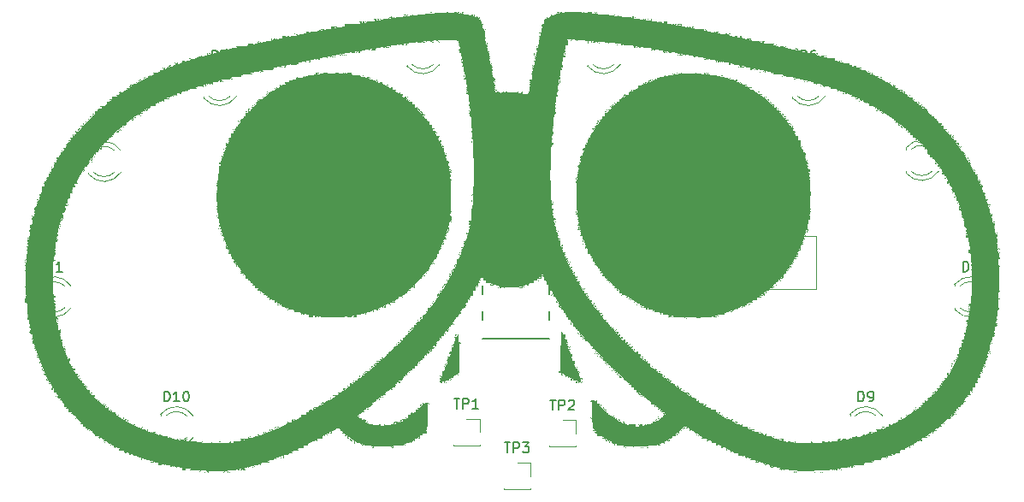
<source format=gbr>
%TF.GenerationSoftware,KiCad,Pcbnew,9.0.6*%
%TF.CreationDate,2026-01-05T01:28:45+00:00*%
%TF.ProjectId,BLINKER,424c494e-4b45-4522-9e6b-696361645f70,rev?*%
%TF.SameCoordinates,Original*%
%TF.FileFunction,Legend,Top*%
%TF.FilePolarity,Positive*%
%FSLAX46Y46*%
G04 Gerber Fmt 4.6, Leading zero omitted, Abs format (unit mm)*
G04 Created by KiCad (PCBNEW 9.0.6) date 2026-01-05 01:28:45*
%MOMM*%
%LPD*%
G01*
G04 APERTURE LIST*
%ADD10C,0.150000*%
%ADD11C,0.300000*%
%ADD12C,0.120000*%
%ADD13C,0.000000*%
%ADD14C,0.152400*%
G04 APERTURE END LIST*
D10*
X140990419Y-49982104D02*
X141799942Y-49982104D01*
X141799942Y-49982104D02*
X141895180Y-49934485D01*
X141895180Y-49934485D02*
X141942800Y-49886866D01*
X141942800Y-49886866D02*
X141990419Y-49791628D01*
X141990419Y-49791628D02*
X141990419Y-49601152D01*
X141990419Y-49601152D02*
X141942800Y-49505914D01*
X141942800Y-49505914D02*
X141895180Y-49458295D01*
X141895180Y-49458295D02*
X141799942Y-49410676D01*
X141799942Y-49410676D02*
X140990419Y-49410676D01*
X141990419Y-48410676D02*
X141990419Y-48982104D01*
X141990419Y-48696390D02*
X140990419Y-48696390D01*
X140990419Y-48696390D02*
X141133276Y-48791628D01*
X141133276Y-48791628D02*
X141228514Y-48886866D01*
X141228514Y-48886866D02*
X141276133Y-48982104D01*
X156995905Y-62976019D02*
X156995905Y-61976019D01*
X156995905Y-61976019D02*
X157234000Y-61976019D01*
X157234000Y-61976019D02*
X157376857Y-62023638D01*
X157376857Y-62023638D02*
X157472095Y-62118876D01*
X157472095Y-62118876D02*
X157519714Y-62214114D01*
X157519714Y-62214114D02*
X157567333Y-62404590D01*
X157567333Y-62404590D02*
X157567333Y-62547447D01*
X157567333Y-62547447D02*
X157519714Y-62737923D01*
X157519714Y-62737923D02*
X157472095Y-62833161D01*
X157472095Y-62833161D02*
X157376857Y-62928400D01*
X157376857Y-62928400D02*
X157234000Y-62976019D01*
X157234000Y-62976019D02*
X156995905Y-62976019D01*
X158043524Y-62976019D02*
X158234000Y-62976019D01*
X158234000Y-62976019D02*
X158329238Y-62928400D01*
X158329238Y-62928400D02*
X158376857Y-62880780D01*
X158376857Y-62880780D02*
X158472095Y-62737923D01*
X158472095Y-62737923D02*
X158519714Y-62547447D01*
X158519714Y-62547447D02*
X158519714Y-62166495D01*
X158519714Y-62166495D02*
X158472095Y-62071257D01*
X158472095Y-62071257D02*
X158424476Y-62023638D01*
X158424476Y-62023638D02*
X158329238Y-61976019D01*
X158329238Y-61976019D02*
X158138762Y-61976019D01*
X158138762Y-61976019D02*
X158043524Y-62023638D01*
X158043524Y-62023638D02*
X157995905Y-62071257D01*
X157995905Y-62071257D02*
X157948286Y-62166495D01*
X157948286Y-62166495D02*
X157948286Y-62404590D01*
X157948286Y-62404590D02*
X157995905Y-62499828D01*
X157995905Y-62499828D02*
X158043524Y-62547447D01*
X158043524Y-62547447D02*
X158138762Y-62595066D01*
X158138762Y-62595066D02*
X158329238Y-62595066D01*
X158329238Y-62595066D02*
X158424476Y-62547447D01*
X158424476Y-62547447D02*
X158472095Y-62499828D01*
X158472095Y-62499828D02*
X158519714Y-62404590D01*
X151306305Y-29194019D02*
X151306305Y-28194019D01*
X151306305Y-28194019D02*
X151544400Y-28194019D01*
X151544400Y-28194019D02*
X151687257Y-28241638D01*
X151687257Y-28241638D02*
X151782495Y-28336876D01*
X151782495Y-28336876D02*
X151830114Y-28432114D01*
X151830114Y-28432114D02*
X151877733Y-28622590D01*
X151877733Y-28622590D02*
X151877733Y-28765447D01*
X151877733Y-28765447D02*
X151830114Y-28955923D01*
X151830114Y-28955923D02*
X151782495Y-29051161D01*
X151782495Y-29051161D02*
X151687257Y-29146400D01*
X151687257Y-29146400D02*
X151544400Y-29194019D01*
X151544400Y-29194019D02*
X151306305Y-29194019D01*
X152734876Y-28194019D02*
X152544400Y-28194019D01*
X152544400Y-28194019D02*
X152449162Y-28241638D01*
X152449162Y-28241638D02*
X152401543Y-28289257D01*
X152401543Y-28289257D02*
X152306305Y-28432114D01*
X152306305Y-28432114D02*
X152258686Y-28622590D01*
X152258686Y-28622590D02*
X152258686Y-29003542D01*
X152258686Y-29003542D02*
X152306305Y-29098780D01*
X152306305Y-29098780D02*
X152353924Y-29146400D01*
X152353924Y-29146400D02*
X152449162Y-29194019D01*
X152449162Y-29194019D02*
X152639638Y-29194019D01*
X152639638Y-29194019D02*
X152734876Y-29146400D01*
X152734876Y-29146400D02*
X152782495Y-29098780D01*
X152782495Y-29098780D02*
X152830114Y-29003542D01*
X152830114Y-29003542D02*
X152830114Y-28765447D01*
X152830114Y-28765447D02*
X152782495Y-28670209D01*
X152782495Y-28670209D02*
X152734876Y-28622590D01*
X152734876Y-28622590D02*
X152639638Y-28574971D01*
X152639638Y-28574971D02*
X152449162Y-28574971D01*
X152449162Y-28574971D02*
X152353924Y-28622590D01*
X152353924Y-28622590D02*
X152306305Y-28670209D01*
X152306305Y-28670209D02*
X152258686Y-28765447D01*
X93038705Y-29194019D02*
X93038705Y-28194019D01*
X93038705Y-28194019D02*
X93276800Y-28194019D01*
X93276800Y-28194019D02*
X93419657Y-28241638D01*
X93419657Y-28241638D02*
X93514895Y-28336876D01*
X93514895Y-28336876D02*
X93562514Y-28432114D01*
X93562514Y-28432114D02*
X93610133Y-28622590D01*
X93610133Y-28622590D02*
X93610133Y-28765447D01*
X93610133Y-28765447D02*
X93562514Y-28955923D01*
X93562514Y-28955923D02*
X93514895Y-29051161D01*
X93514895Y-29051161D02*
X93419657Y-29146400D01*
X93419657Y-29146400D02*
X93276800Y-29194019D01*
X93276800Y-29194019D02*
X93038705Y-29194019D01*
X93943467Y-28194019D02*
X94562514Y-28194019D01*
X94562514Y-28194019D02*
X94229181Y-28574971D01*
X94229181Y-28574971D02*
X94372038Y-28574971D01*
X94372038Y-28574971D02*
X94467276Y-28622590D01*
X94467276Y-28622590D02*
X94514895Y-28670209D01*
X94514895Y-28670209D02*
X94562514Y-28765447D01*
X94562514Y-28765447D02*
X94562514Y-29003542D01*
X94562514Y-29003542D02*
X94514895Y-29098780D01*
X94514895Y-29098780D02*
X94467276Y-29146400D01*
X94467276Y-29146400D02*
X94372038Y-29194019D01*
X94372038Y-29194019D02*
X94086324Y-29194019D01*
X94086324Y-29194019D02*
X93991086Y-29146400D01*
X93991086Y-29146400D02*
X93943467Y-29098780D01*
X113155505Y-26044419D02*
X113155505Y-25044419D01*
X113155505Y-25044419D02*
X113393600Y-25044419D01*
X113393600Y-25044419D02*
X113536457Y-25092038D01*
X113536457Y-25092038D02*
X113631695Y-25187276D01*
X113631695Y-25187276D02*
X113679314Y-25282514D01*
X113679314Y-25282514D02*
X113726933Y-25472990D01*
X113726933Y-25472990D02*
X113726933Y-25615847D01*
X113726933Y-25615847D02*
X113679314Y-25806323D01*
X113679314Y-25806323D02*
X113631695Y-25901561D01*
X113631695Y-25901561D02*
X113536457Y-25996800D01*
X113536457Y-25996800D02*
X113393600Y-26044419D01*
X113393600Y-26044419D02*
X113155505Y-26044419D01*
X114584076Y-25377752D02*
X114584076Y-26044419D01*
X114345981Y-24996800D02*
X114107886Y-25711085D01*
X114107886Y-25711085D02*
X114726933Y-25711085D01*
D11*
X121428572Y-46399757D02*
X121285715Y-46328328D01*
X121285715Y-46328328D02*
X121071429Y-46328328D01*
X121071429Y-46328328D02*
X120857143Y-46399757D01*
X120857143Y-46399757D02*
X120714286Y-46542614D01*
X120714286Y-46542614D02*
X120642857Y-46685471D01*
X120642857Y-46685471D02*
X120571429Y-46971185D01*
X120571429Y-46971185D02*
X120571429Y-47185471D01*
X120571429Y-47185471D02*
X120642857Y-47471185D01*
X120642857Y-47471185D02*
X120714286Y-47614042D01*
X120714286Y-47614042D02*
X120857143Y-47756900D01*
X120857143Y-47756900D02*
X121071429Y-47828328D01*
X121071429Y-47828328D02*
X121214286Y-47828328D01*
X121214286Y-47828328D02*
X121428572Y-47756900D01*
X121428572Y-47756900D02*
X121500000Y-47685471D01*
X121500000Y-47685471D02*
X121500000Y-47185471D01*
X121500000Y-47185471D02*
X121214286Y-47185471D01*
X122357143Y-46328328D02*
X122357143Y-46685471D01*
X122000000Y-46542614D02*
X122357143Y-46685471D01*
X122357143Y-46685471D02*
X122714286Y-46542614D01*
X122142857Y-46971185D02*
X122357143Y-46685471D01*
X122357143Y-46685471D02*
X122571429Y-46971185D01*
X123500000Y-46328328D02*
X123500000Y-46685471D01*
X123142857Y-46542614D02*
X123500000Y-46685471D01*
X123500000Y-46685471D02*
X123857143Y-46542614D01*
X123285714Y-46971185D02*
X123500000Y-46685471D01*
X123500000Y-46685471D02*
X123714286Y-46971185D01*
X124642857Y-46328328D02*
X124642857Y-46685471D01*
X124285714Y-46542614D02*
X124642857Y-46685471D01*
X124642857Y-46685471D02*
X125000000Y-46542614D01*
X124428571Y-46971185D02*
X124642857Y-46685471D01*
X124642857Y-46685471D02*
X124857143Y-46971185D01*
D10*
X81608705Y-36712419D02*
X81608705Y-35712419D01*
X81608705Y-35712419D02*
X81846800Y-35712419D01*
X81846800Y-35712419D02*
X81989657Y-35760038D01*
X81989657Y-35760038D02*
X82084895Y-35855276D01*
X82084895Y-35855276D02*
X82132514Y-35950514D01*
X82132514Y-35950514D02*
X82180133Y-36140990D01*
X82180133Y-36140990D02*
X82180133Y-36283847D01*
X82180133Y-36283847D02*
X82132514Y-36474323D01*
X82132514Y-36474323D02*
X82084895Y-36569561D01*
X82084895Y-36569561D02*
X81989657Y-36664800D01*
X81989657Y-36664800D02*
X81846800Y-36712419D01*
X81846800Y-36712419D02*
X81608705Y-36712419D01*
X82561086Y-35807657D02*
X82608705Y-35760038D01*
X82608705Y-35760038D02*
X82703943Y-35712419D01*
X82703943Y-35712419D02*
X82942038Y-35712419D01*
X82942038Y-35712419D02*
X83037276Y-35760038D01*
X83037276Y-35760038D02*
X83084895Y-35807657D01*
X83084895Y-35807657D02*
X83132514Y-35902895D01*
X83132514Y-35902895D02*
X83132514Y-35998133D01*
X83132514Y-35998133D02*
X83084895Y-36140990D01*
X83084895Y-36140990D02*
X82513467Y-36712419D01*
X82513467Y-36712419D02*
X83132514Y-36712419D01*
X131037105Y-26044419D02*
X131037105Y-25044419D01*
X131037105Y-25044419D02*
X131275200Y-25044419D01*
X131275200Y-25044419D02*
X131418057Y-25092038D01*
X131418057Y-25092038D02*
X131513295Y-25187276D01*
X131513295Y-25187276D02*
X131560914Y-25282514D01*
X131560914Y-25282514D02*
X131608533Y-25472990D01*
X131608533Y-25472990D02*
X131608533Y-25615847D01*
X131608533Y-25615847D02*
X131560914Y-25806323D01*
X131560914Y-25806323D02*
X131513295Y-25901561D01*
X131513295Y-25901561D02*
X131418057Y-25996800D01*
X131418057Y-25996800D02*
X131275200Y-26044419D01*
X131275200Y-26044419D02*
X131037105Y-26044419D01*
X132513295Y-25044419D02*
X132037105Y-25044419D01*
X132037105Y-25044419D02*
X131989486Y-25520609D01*
X131989486Y-25520609D02*
X132037105Y-25472990D01*
X132037105Y-25472990D02*
X132132343Y-25425371D01*
X132132343Y-25425371D02*
X132370438Y-25425371D01*
X132370438Y-25425371D02*
X132465676Y-25472990D01*
X132465676Y-25472990D02*
X132513295Y-25520609D01*
X132513295Y-25520609D02*
X132560914Y-25615847D01*
X132560914Y-25615847D02*
X132560914Y-25853942D01*
X132560914Y-25853942D02*
X132513295Y-25949180D01*
X132513295Y-25949180D02*
X132465676Y-25996800D01*
X132465676Y-25996800D02*
X132370438Y-26044419D01*
X132370438Y-26044419D02*
X132132343Y-26044419D01*
X132132343Y-26044419D02*
X132037105Y-25996800D01*
X132037105Y-25996800D02*
X131989486Y-25949180D01*
X126478095Y-62824819D02*
X127049523Y-62824819D01*
X126763809Y-63824819D02*
X126763809Y-62824819D01*
X127382857Y-63824819D02*
X127382857Y-62824819D01*
X127382857Y-62824819D02*
X127763809Y-62824819D01*
X127763809Y-62824819D02*
X127859047Y-62872438D01*
X127859047Y-62872438D02*
X127906666Y-62920057D01*
X127906666Y-62920057D02*
X127954285Y-63015295D01*
X127954285Y-63015295D02*
X127954285Y-63158152D01*
X127954285Y-63158152D02*
X127906666Y-63253390D01*
X127906666Y-63253390D02*
X127859047Y-63301009D01*
X127859047Y-63301009D02*
X127763809Y-63348628D01*
X127763809Y-63348628D02*
X127382857Y-63348628D01*
X128335238Y-62920057D02*
X128382857Y-62872438D01*
X128382857Y-62872438D02*
X128478095Y-62824819D01*
X128478095Y-62824819D02*
X128716190Y-62824819D01*
X128716190Y-62824819D02*
X128811428Y-62872438D01*
X128811428Y-62872438D02*
X128859047Y-62920057D01*
X128859047Y-62920057D02*
X128906666Y-63015295D01*
X128906666Y-63015295D02*
X128906666Y-63110533D01*
X128906666Y-63110533D02*
X128859047Y-63253390D01*
X128859047Y-63253390D02*
X128287619Y-63824819D01*
X128287619Y-63824819D02*
X128906666Y-63824819D01*
X76681105Y-50123619D02*
X76681105Y-49123619D01*
X76681105Y-49123619D02*
X76919200Y-49123619D01*
X76919200Y-49123619D02*
X77062057Y-49171238D01*
X77062057Y-49171238D02*
X77157295Y-49266476D01*
X77157295Y-49266476D02*
X77204914Y-49361714D01*
X77204914Y-49361714D02*
X77252533Y-49552190D01*
X77252533Y-49552190D02*
X77252533Y-49695047D01*
X77252533Y-49695047D02*
X77204914Y-49885523D01*
X77204914Y-49885523D02*
X77157295Y-49980761D01*
X77157295Y-49980761D02*
X77062057Y-50076000D01*
X77062057Y-50076000D02*
X76919200Y-50123619D01*
X76919200Y-50123619D02*
X76681105Y-50123619D01*
X78204914Y-50123619D02*
X77633486Y-50123619D01*
X77919200Y-50123619D02*
X77919200Y-49123619D01*
X77919200Y-49123619D02*
X77823962Y-49266476D01*
X77823962Y-49266476D02*
X77728724Y-49361714D01*
X77728724Y-49361714D02*
X77633486Y-49409333D01*
X162533105Y-36610819D02*
X162533105Y-35610819D01*
X162533105Y-35610819D02*
X162771200Y-35610819D01*
X162771200Y-35610819D02*
X162914057Y-35658438D01*
X162914057Y-35658438D02*
X163009295Y-35753676D01*
X163009295Y-35753676D02*
X163056914Y-35848914D01*
X163056914Y-35848914D02*
X163104533Y-36039390D01*
X163104533Y-36039390D02*
X163104533Y-36182247D01*
X163104533Y-36182247D02*
X163056914Y-36372723D01*
X163056914Y-36372723D02*
X163009295Y-36467961D01*
X163009295Y-36467961D02*
X162914057Y-36563200D01*
X162914057Y-36563200D02*
X162771200Y-36610819D01*
X162771200Y-36610819D02*
X162533105Y-36610819D01*
X163437867Y-35610819D02*
X164104533Y-35610819D01*
X164104533Y-35610819D02*
X163675962Y-36610819D01*
X167359105Y-50123619D02*
X167359105Y-49123619D01*
X167359105Y-49123619D02*
X167597200Y-49123619D01*
X167597200Y-49123619D02*
X167740057Y-49171238D01*
X167740057Y-49171238D02*
X167835295Y-49266476D01*
X167835295Y-49266476D02*
X167882914Y-49361714D01*
X167882914Y-49361714D02*
X167930533Y-49552190D01*
X167930533Y-49552190D02*
X167930533Y-49695047D01*
X167930533Y-49695047D02*
X167882914Y-49885523D01*
X167882914Y-49885523D02*
X167835295Y-49980761D01*
X167835295Y-49980761D02*
X167740057Y-50076000D01*
X167740057Y-50076000D02*
X167597200Y-50123619D01*
X167597200Y-50123619D02*
X167359105Y-50123619D01*
X168501962Y-49552190D02*
X168406724Y-49504571D01*
X168406724Y-49504571D02*
X168359105Y-49456952D01*
X168359105Y-49456952D02*
X168311486Y-49361714D01*
X168311486Y-49361714D02*
X168311486Y-49314095D01*
X168311486Y-49314095D02*
X168359105Y-49218857D01*
X168359105Y-49218857D02*
X168406724Y-49171238D01*
X168406724Y-49171238D02*
X168501962Y-49123619D01*
X168501962Y-49123619D02*
X168692438Y-49123619D01*
X168692438Y-49123619D02*
X168787676Y-49171238D01*
X168787676Y-49171238D02*
X168835295Y-49218857D01*
X168835295Y-49218857D02*
X168882914Y-49314095D01*
X168882914Y-49314095D02*
X168882914Y-49361714D01*
X168882914Y-49361714D02*
X168835295Y-49456952D01*
X168835295Y-49456952D02*
X168787676Y-49504571D01*
X168787676Y-49504571D02*
X168692438Y-49552190D01*
X168692438Y-49552190D02*
X168501962Y-49552190D01*
X168501962Y-49552190D02*
X168406724Y-49599809D01*
X168406724Y-49599809D02*
X168359105Y-49647428D01*
X168359105Y-49647428D02*
X168311486Y-49742666D01*
X168311486Y-49742666D02*
X168311486Y-49933142D01*
X168311486Y-49933142D02*
X168359105Y-50028380D01*
X168359105Y-50028380D02*
X168406724Y-50076000D01*
X168406724Y-50076000D02*
X168501962Y-50123619D01*
X168501962Y-50123619D02*
X168692438Y-50123619D01*
X168692438Y-50123619D02*
X168787676Y-50076000D01*
X168787676Y-50076000D02*
X168835295Y-50028380D01*
X168835295Y-50028380D02*
X168882914Y-49933142D01*
X168882914Y-49933142D02*
X168882914Y-49742666D01*
X168882914Y-49742666D02*
X168835295Y-49647428D01*
X168835295Y-49647428D02*
X168787676Y-49599809D01*
X168787676Y-49599809D02*
X168692438Y-49552190D01*
X88295314Y-62976019D02*
X88295314Y-61976019D01*
X88295314Y-61976019D02*
X88533409Y-61976019D01*
X88533409Y-61976019D02*
X88676266Y-62023638D01*
X88676266Y-62023638D02*
X88771504Y-62118876D01*
X88771504Y-62118876D02*
X88819123Y-62214114D01*
X88819123Y-62214114D02*
X88866742Y-62404590D01*
X88866742Y-62404590D02*
X88866742Y-62547447D01*
X88866742Y-62547447D02*
X88819123Y-62737923D01*
X88819123Y-62737923D02*
X88771504Y-62833161D01*
X88771504Y-62833161D02*
X88676266Y-62928400D01*
X88676266Y-62928400D02*
X88533409Y-62976019D01*
X88533409Y-62976019D02*
X88295314Y-62976019D01*
X89819123Y-62976019D02*
X89247695Y-62976019D01*
X89533409Y-62976019D02*
X89533409Y-61976019D01*
X89533409Y-61976019D02*
X89438171Y-62118876D01*
X89438171Y-62118876D02*
X89342933Y-62214114D01*
X89342933Y-62214114D02*
X89247695Y-62261733D01*
X90438171Y-61976019D02*
X90533409Y-61976019D01*
X90533409Y-61976019D02*
X90628647Y-62023638D01*
X90628647Y-62023638D02*
X90676266Y-62071257D01*
X90676266Y-62071257D02*
X90723885Y-62166495D01*
X90723885Y-62166495D02*
X90771504Y-62356971D01*
X90771504Y-62356971D02*
X90771504Y-62595066D01*
X90771504Y-62595066D02*
X90723885Y-62785542D01*
X90723885Y-62785542D02*
X90676266Y-62880780D01*
X90676266Y-62880780D02*
X90628647Y-62928400D01*
X90628647Y-62928400D02*
X90533409Y-62976019D01*
X90533409Y-62976019D02*
X90438171Y-62976019D01*
X90438171Y-62976019D02*
X90342933Y-62928400D01*
X90342933Y-62928400D02*
X90295314Y-62880780D01*
X90295314Y-62880780D02*
X90247695Y-62785542D01*
X90247695Y-62785542D02*
X90200076Y-62595066D01*
X90200076Y-62595066D02*
X90200076Y-62356971D01*
X90200076Y-62356971D02*
X90247695Y-62166495D01*
X90247695Y-62166495D02*
X90295314Y-62071257D01*
X90295314Y-62071257D02*
X90342933Y-62023638D01*
X90342933Y-62023638D02*
X90438171Y-61976019D01*
X116978095Y-62694819D02*
X117549523Y-62694819D01*
X117263809Y-63694819D02*
X117263809Y-62694819D01*
X117882857Y-63694819D02*
X117882857Y-62694819D01*
X117882857Y-62694819D02*
X118263809Y-62694819D01*
X118263809Y-62694819D02*
X118359047Y-62742438D01*
X118359047Y-62742438D02*
X118406666Y-62790057D01*
X118406666Y-62790057D02*
X118454285Y-62885295D01*
X118454285Y-62885295D02*
X118454285Y-63028152D01*
X118454285Y-63028152D02*
X118406666Y-63123390D01*
X118406666Y-63123390D02*
X118359047Y-63171009D01*
X118359047Y-63171009D02*
X118263809Y-63218628D01*
X118263809Y-63218628D02*
X117882857Y-63218628D01*
X119406666Y-63694819D02*
X118835238Y-63694819D01*
X119120952Y-63694819D02*
X119120952Y-62694819D01*
X119120952Y-62694819D02*
X119025714Y-62837676D01*
X119025714Y-62837676D02*
X118930476Y-62932914D01*
X118930476Y-62932914D02*
X118835238Y-62980533D01*
X122377295Y-46343219D02*
X122377295Y-47152742D01*
X122377295Y-47152742D02*
X122424914Y-47247980D01*
X122424914Y-47247980D02*
X122472533Y-47295600D01*
X122472533Y-47295600D02*
X122567771Y-47343219D01*
X122567771Y-47343219D02*
X122758247Y-47343219D01*
X122758247Y-47343219D02*
X122853485Y-47295600D01*
X122853485Y-47295600D02*
X122901104Y-47247980D01*
X122901104Y-47247980D02*
X122948723Y-47152742D01*
X122948723Y-47152742D02*
X122948723Y-46343219D01*
X123377295Y-46438457D02*
X123424914Y-46390838D01*
X123424914Y-46390838D02*
X123520152Y-46343219D01*
X123520152Y-46343219D02*
X123758247Y-46343219D01*
X123758247Y-46343219D02*
X123853485Y-46390838D01*
X123853485Y-46390838D02*
X123901104Y-46438457D01*
X123901104Y-46438457D02*
X123948723Y-46533695D01*
X123948723Y-46533695D02*
X123948723Y-46628933D01*
X123948723Y-46628933D02*
X123901104Y-46771790D01*
X123901104Y-46771790D02*
X123329676Y-47343219D01*
X123329676Y-47343219D02*
X123948723Y-47343219D01*
X119329200Y-36043519D02*
X119329200Y-36281614D01*
X119091105Y-36186376D02*
X119329200Y-36281614D01*
X119329200Y-36281614D02*
X119567295Y-36186376D01*
X119186343Y-36472090D02*
X119329200Y-36281614D01*
X119329200Y-36281614D02*
X119472057Y-36472090D01*
X119329200Y-36043519D02*
X119329200Y-36281614D01*
X119091105Y-36186376D02*
X119329200Y-36281614D01*
X119329200Y-36281614D02*
X119567295Y-36186376D01*
X119186343Y-36472090D02*
X119329200Y-36281614D01*
X119329200Y-36281614D02*
X119472057Y-36472090D01*
X121988095Y-67044819D02*
X122559523Y-67044819D01*
X122273809Y-68044819D02*
X122273809Y-67044819D01*
X122892857Y-68044819D02*
X122892857Y-67044819D01*
X122892857Y-67044819D02*
X123273809Y-67044819D01*
X123273809Y-67044819D02*
X123369047Y-67092438D01*
X123369047Y-67092438D02*
X123416666Y-67140057D01*
X123416666Y-67140057D02*
X123464285Y-67235295D01*
X123464285Y-67235295D02*
X123464285Y-67378152D01*
X123464285Y-67378152D02*
X123416666Y-67473390D01*
X123416666Y-67473390D02*
X123369047Y-67521009D01*
X123369047Y-67521009D02*
X123273809Y-67568628D01*
X123273809Y-67568628D02*
X122892857Y-67568628D01*
X123797619Y-67044819D02*
X124416666Y-67044819D01*
X124416666Y-67044819D02*
X124083333Y-67425771D01*
X124083333Y-67425771D02*
X124226190Y-67425771D01*
X124226190Y-67425771D02*
X124321428Y-67473390D01*
X124321428Y-67473390D02*
X124369047Y-67521009D01*
X124369047Y-67521009D02*
X124416666Y-67616247D01*
X124416666Y-67616247D02*
X124416666Y-67854342D01*
X124416666Y-67854342D02*
X124369047Y-67949580D01*
X124369047Y-67949580D02*
X124321428Y-67997200D01*
X124321428Y-67997200D02*
X124226190Y-68044819D01*
X124226190Y-68044819D02*
X123940476Y-68044819D01*
X123940476Y-68044819D02*
X123845238Y-67997200D01*
X123845238Y-67997200D02*
X123797619Y-67949580D01*
D12*
%TO.C,U1*%
X142535600Y-51870200D02*
X152815600Y-51870200D01*
X152815600Y-51870200D02*
X152815600Y-46570200D01*
X142535600Y-50220200D02*
X142535600Y-51870200D01*
X142535600Y-46570200D02*
X142535600Y-48220200D01*
X152815600Y-46570200D02*
X142535600Y-46570200D01*
X142535600Y-48220200D02*
G75*
G02*
X142535600Y-50220200I0J-1000000D01*
G01*
%TO.C,D9*%
X159405437Y-66561200D02*
G75*
G02*
X156174000Y-66716716I-1671437J1080000D01*
G01*
X158774961Y-66561200D02*
G75*
G02*
X156693039Y-66561200I-1040961J1080000D01*
G01*
X156693039Y-64401200D02*
G75*
G02*
X158774961Y-64401200I1040961J-1080000D01*
G01*
X156174000Y-64245684D02*
G75*
G02*
X159405437Y-64401200I1560000J-1235516D01*
G01*
X156174000Y-66561200D02*
X156174000Y-66717200D01*
X156174000Y-64245200D02*
X156174000Y-64401200D01*
%TO.C,D6*%
X153715837Y-32779200D02*
G75*
G02*
X150484400Y-32934716I-1671437J1080000D01*
G01*
X153085361Y-32779200D02*
G75*
G02*
X151003439Y-32779200I-1040961J1080000D01*
G01*
X151003439Y-30619200D02*
G75*
G02*
X153085361Y-30619200I1040961J-1080000D01*
G01*
X150484400Y-30463684D02*
G75*
G02*
X153715837Y-30619200I1560000J-1235516D01*
G01*
X150484400Y-32779200D02*
X150484400Y-32935200D01*
X150484400Y-30463200D02*
X150484400Y-30619200D01*
%TO.C,D3*%
X95448237Y-32779200D02*
G75*
G02*
X92216800Y-32934716I-1671437J1080000D01*
G01*
X94817761Y-32779200D02*
G75*
G02*
X92735839Y-32779200I-1040961J1080000D01*
G01*
X92735839Y-30619200D02*
G75*
G02*
X94817761Y-30619200I1040961J-1080000D01*
G01*
X92216800Y-30463684D02*
G75*
G02*
X95448237Y-30619200I1560000J-1235516D01*
G01*
X92216800Y-32779200D02*
X92216800Y-32935200D01*
X92216800Y-30463200D02*
X92216800Y-30619200D01*
%TO.C,D4*%
X115565037Y-29629600D02*
G75*
G02*
X112333600Y-29785116I-1671437J1080000D01*
G01*
X114934561Y-29629600D02*
G75*
G02*
X112852639Y-29629600I-1040961J1080000D01*
G01*
X112852639Y-27469600D02*
G75*
G02*
X114934561Y-27469600I1040961J-1080000D01*
G01*
X112333600Y-27314084D02*
G75*
G02*
X115565037Y-27469600I1560000J-1235516D01*
G01*
X112333600Y-29629600D02*
X112333600Y-29785600D01*
X112333600Y-27313600D02*
X112333600Y-27469600D01*
D13*
%TO.C,G\u002A\u002A\u002A*%
G36*
X161330378Y-35786051D02*
G01*
X161359020Y-35813030D01*
X161360402Y-35817847D01*
X161337173Y-35830742D01*
X161330378Y-35831086D01*
X161301508Y-35808006D01*
X161300354Y-35799291D01*
X161318748Y-35781360D01*
X161330378Y-35786051D01*
G37*
G36*
X147099172Y-32423403D02*
G01*
X147084161Y-32438415D01*
X147069149Y-32423403D01*
X147084161Y-32408391D01*
X147099172Y-32423403D01*
G37*
G36*
X147189243Y-32513474D02*
G01*
X147174232Y-32528486D01*
X147159220Y-32513474D01*
X147174232Y-32498462D01*
X147189243Y-32513474D01*
G37*
G36*
X151272458Y-37347280D02*
G01*
X151257447Y-37362292D01*
X151242435Y-37347280D01*
X151257447Y-37332269D01*
X151272458Y-37347280D01*
G37*
G36*
X129646018Y-38672702D02*
G01*
X129640425Y-38683332D01*
X129612137Y-38712005D01*
X129606858Y-38713356D01*
X129604809Y-38693962D01*
X129610402Y-38683332D01*
X129638690Y-38654660D01*
X129643969Y-38653309D01*
X129646018Y-38672702D01*
G37*
G36*
X152233215Y-44763120D02*
G01*
X152218203Y-44778131D01*
X152203191Y-44763120D01*
X152218203Y-44748108D01*
X152233215Y-44763120D01*
G37*
G36*
X130406028Y-48305909D02*
G01*
X130391016Y-48320921D01*
X130376005Y-48305909D01*
X130391016Y-48290897D01*
X130406028Y-48305909D01*
G37*
G36*
X131126596Y-49506855D02*
G01*
X131111584Y-49521867D01*
X131096572Y-49506855D01*
X131111584Y-49491843D01*
X131126596Y-49506855D01*
G37*
G36*
X138240977Y-60772503D02*
G01*
X138242198Y-60780732D01*
X138231955Y-60809975D01*
X138228958Y-60810756D01*
X138203325Y-60789717D01*
X138197163Y-60780732D01*
X138199543Y-60753066D01*
X138210403Y-60750708D01*
X138240977Y-60772503D01*
G37*
G36*
X159486856Y-65532403D02*
G01*
X159472560Y-65553062D01*
X159437523Y-65578399D01*
X159392797Y-65596738D01*
X159378841Y-65587981D01*
X159401419Y-65558723D01*
X159447521Y-65534083D01*
X159484705Y-65530753D01*
X159486856Y-65532403D01*
G37*
G36*
X83718923Y-36274646D02*
G01*
X83719267Y-36281441D01*
X83696186Y-36310311D01*
X83687471Y-36311465D01*
X83669540Y-36293071D01*
X83674232Y-36281441D01*
X83701211Y-36252799D01*
X83706027Y-36251417D01*
X83718923Y-36274646D01*
G37*
G36*
X113013137Y-51666387D02*
G01*
X112973280Y-51695286D01*
X112926197Y-51712556D01*
X112919025Y-51713133D01*
X112917448Y-51699245D01*
X112949001Y-51671012D01*
X112998690Y-51643492D01*
X113021424Y-51642621D01*
X113013137Y-51666387D01*
G37*
G36*
X111581205Y-32393380D02*
G01*
X111566194Y-32408391D01*
X111551182Y-32393380D01*
X111566194Y-32378368D01*
X111581205Y-32393380D01*
G37*
G36*
X111641253Y-32453427D02*
G01*
X111626241Y-32468439D01*
X111611229Y-32453427D01*
X111626241Y-32438415D01*
X111641253Y-32453427D01*
G37*
G36*
X97773587Y-33120555D02*
G01*
X97776624Y-33123242D01*
X97779022Y-33160792D01*
X97756591Y-33187950D01*
X97719198Y-33209741D01*
X97710284Y-33190910D01*
X97692166Y-33169561D01*
X97680260Y-33173994D01*
X97652514Y-33173450D01*
X97650236Y-33163967D01*
X97667781Y-33138967D01*
X97720291Y-33138967D01*
X97724413Y-33156816D01*
X97740307Y-33158982D01*
X97765020Y-33147997D01*
X97760323Y-33138967D01*
X97724692Y-33135373D01*
X97720291Y-33138967D01*
X97667781Y-33138967D01*
X97674702Y-33129106D01*
X97726579Y-33111168D01*
X97773587Y-33120555D01*
G37*
G36*
X94858038Y-48305909D02*
G01*
X94843026Y-48320921D01*
X94828014Y-48305909D01*
X94843026Y-48290897D01*
X94858038Y-48305909D01*
G37*
G36*
X107047636Y-54520803D02*
G01*
X107032624Y-54535815D01*
X107017612Y-54520803D01*
X107032624Y-54505791D01*
X107047636Y-54520803D01*
G37*
G36*
X168024428Y-39155481D02*
G01*
X168025650Y-39163711D01*
X168015406Y-39192954D01*
X168012410Y-39193734D01*
X167986777Y-39172696D01*
X167980614Y-39163711D01*
X167982995Y-39136044D01*
X167993854Y-39133687D01*
X168024428Y-39155481D01*
G37*
G36*
X131066548Y-58123640D02*
G01*
X131095190Y-58150619D01*
X131096572Y-58155435D01*
X131073343Y-58168331D01*
X131066548Y-58168675D01*
X131037678Y-58145594D01*
X131036525Y-58136880D01*
X131054918Y-58118948D01*
X131066548Y-58123640D01*
G37*
G36*
X133468440Y-60525531D02*
G01*
X133497082Y-60552510D01*
X133498463Y-60557326D01*
X133475234Y-60570222D01*
X133468440Y-60570566D01*
X133439570Y-60547486D01*
X133438416Y-60538771D01*
X133456810Y-60520840D01*
X133468440Y-60525531D01*
G37*
G36*
X128574586Y-58363829D02*
G01*
X128559574Y-58378841D01*
X128544562Y-58363829D01*
X128559574Y-58348817D01*
X128574586Y-58363829D01*
G37*
G36*
X127493735Y-60015129D02*
G01*
X127478723Y-60030141D01*
X127463711Y-60015129D01*
X127478723Y-60000117D01*
X127493735Y-60015129D01*
G37*
G36*
X129347893Y-60042651D02*
G01*
X129355201Y-60058724D01*
X129336997Y-60079638D01*
X129325177Y-60075176D01*
X129298386Y-60071826D01*
X129300870Y-60101072D01*
X129330985Y-60144033D01*
X129331182Y-60144231D01*
X129353985Y-60174671D01*
X129350847Y-60180259D01*
X129320839Y-60160484D01*
X129280142Y-60120212D01*
X129246196Y-60076786D01*
X129243009Y-60060164D01*
X129282887Y-60050656D01*
X129307710Y-60041940D01*
X129347893Y-60042651D01*
G37*
G36*
X116675805Y-58128022D02*
G01*
X116670213Y-58138651D01*
X116641924Y-58167324D01*
X116636645Y-58168675D01*
X116634597Y-58149281D01*
X116640189Y-58138651D01*
X116668478Y-58109979D01*
X116673756Y-58108628D01*
X116675805Y-58128022D01*
G37*
G36*
X116457177Y-58607523D02*
G01*
X116468974Y-58614634D01*
X116490881Y-58642164D01*
X116461799Y-58677623D01*
X116431104Y-58720232D01*
X116432126Y-58742526D01*
X116437181Y-58768024D01*
X116433567Y-58769148D01*
X116406057Y-58748158D01*
X116401282Y-58741199D01*
X116405047Y-58702639D01*
X116414522Y-58694392D01*
X116443800Y-58654714D01*
X116445035Y-58645510D01*
X116426537Y-58629232D01*
X116415012Y-58634042D01*
X116387345Y-58631661D01*
X116384988Y-58620802D01*
X116403782Y-58591203D01*
X116457177Y-58607523D01*
G37*
G36*
X116406880Y-58871103D02*
G01*
X116397926Y-58884749D01*
X116367474Y-58886872D01*
X116335438Y-58879540D01*
X116349335Y-58868733D01*
X116396258Y-58865154D01*
X116406880Y-58871103D01*
G37*
G36*
X116384988Y-58934278D02*
G01*
X116369976Y-58949290D01*
X116354964Y-58934278D01*
X116369976Y-58919266D01*
X116384988Y-58934278D01*
G37*
G36*
X115754492Y-60525531D02*
G01*
X115739480Y-60540543D01*
X115724468Y-60525531D01*
X115739480Y-60510519D01*
X115754492Y-60525531D01*
G37*
G36*
X115654413Y-60610598D02*
G01*
X115658006Y-60646229D01*
X115654413Y-60650629D01*
X115636564Y-60646508D01*
X115634397Y-60630614D01*
X115645382Y-60605901D01*
X115654413Y-60610598D01*
G37*
G36*
X111100483Y-61494505D02*
G01*
X111100827Y-61501299D01*
X111077747Y-61530169D01*
X111069032Y-61531323D01*
X111051101Y-61512929D01*
X111055792Y-61501299D01*
X111082771Y-61472657D01*
X111087587Y-61471276D01*
X111100483Y-61494505D01*
G37*
G36*
X77264184Y-61726477D02*
G01*
X77292826Y-61753456D01*
X77294208Y-61758272D01*
X77270979Y-61771168D01*
X77264184Y-61771512D01*
X77235314Y-61748431D01*
X77234161Y-61739716D01*
X77252554Y-61721785D01*
X77264184Y-61726477D01*
G37*
G36*
X166103793Y-64616963D02*
G01*
X166104137Y-64623758D01*
X166081056Y-64652628D01*
X166072341Y-64653782D01*
X166054410Y-64635388D01*
X166059101Y-64623758D01*
X166086081Y-64595116D01*
X166090897Y-64593734D01*
X166103793Y-64616963D01*
G37*
G36*
X125802992Y-25702490D02*
G01*
X125797399Y-25713120D01*
X125769111Y-25741792D01*
X125763832Y-25743143D01*
X125761783Y-25723750D01*
X125767376Y-25713120D01*
X125795664Y-25684447D01*
X125800943Y-25683096D01*
X125802992Y-25702490D01*
G37*
G36*
X139232979Y-25728131D02*
G01*
X139217967Y-25743143D01*
X139202955Y-25728131D01*
X139217967Y-25713120D01*
X139232979Y-25728131D01*
G37*
G36*
X154334870Y-29030732D02*
G01*
X154319858Y-29045744D01*
X154304846Y-29030732D01*
X154319858Y-29015720D01*
X154334870Y-29030732D01*
G37*
G36*
X121131299Y-32152147D02*
G01*
X121174179Y-32180220D01*
X121189752Y-32206096D01*
X121187854Y-32209151D01*
X121156094Y-32204741D01*
X121115432Y-32180759D01*
X121081519Y-32149211D01*
X121085455Y-32138638D01*
X121131299Y-32152147D01*
G37*
G36*
X121154108Y-32270418D02*
G01*
X121186340Y-32300649D01*
X121179728Y-32318028D01*
X121175531Y-32318321D01*
X121150136Y-32296995D01*
X121140868Y-32283658D01*
X121137329Y-32263113D01*
X121154108Y-32270418D01*
G37*
G36*
X83709847Y-32667974D02*
G01*
X83704255Y-32678604D01*
X83675966Y-32707277D01*
X83670688Y-32708628D01*
X83668639Y-32689234D01*
X83674232Y-32678604D01*
X83702520Y-32649932D01*
X83707799Y-32648581D01*
X83709847Y-32667974D01*
G37*
G36*
X86837087Y-33861671D02*
G01*
X86869065Y-33889580D01*
X86871749Y-33896334D01*
X86857501Y-33908674D01*
X86827836Y-33881023D01*
X86823847Y-33874911D01*
X86820308Y-33854366D01*
X86837087Y-33861671D01*
G37*
G36*
X86181205Y-34344916D02*
G01*
X86166194Y-34359928D01*
X86151182Y-34344916D01*
X86166194Y-34329904D01*
X86181205Y-34344916D01*
G37*
G36*
X86121158Y-34404964D02*
G01*
X86106146Y-34419975D01*
X86091135Y-34404964D01*
X86106146Y-34389952D01*
X86121158Y-34404964D01*
G37*
G36*
X85991644Y-34379322D02*
G01*
X85986052Y-34389952D01*
X85957763Y-34418624D01*
X85952484Y-34419975D01*
X85950436Y-34400582D01*
X85956028Y-34389952D01*
X85984317Y-34361279D01*
X85989596Y-34359928D01*
X85991644Y-34379322D01*
G37*
G36*
X126973325Y-34429983D02*
G01*
X126969204Y-34447832D01*
X126953310Y-34449999D01*
X126928597Y-34439014D01*
X126933294Y-34429983D01*
X126968925Y-34426390D01*
X126973325Y-34429983D01*
G37*
G36*
X126743144Y-37527422D02*
G01*
X126728132Y-37542434D01*
X126713120Y-37527422D01*
X126728132Y-37512410D01*
X126743144Y-37527422D01*
G37*
G36*
X164993262Y-39689124D02*
G01*
X164978250Y-39704136D01*
X164963239Y-39689124D01*
X164978250Y-39674112D01*
X164993262Y-39689124D01*
G37*
G36*
X79635708Y-41288594D02*
G01*
X79636052Y-41295389D01*
X79612971Y-41324259D01*
X79604256Y-41325413D01*
X79586325Y-41307019D01*
X79591016Y-41295389D01*
X79617996Y-41266747D01*
X79622812Y-41265365D01*
X79635708Y-41288594D01*
G37*
G36*
X169219288Y-41548088D02*
G01*
X169226596Y-41564162D01*
X169209692Y-41586017D01*
X169199136Y-41582199D01*
X169166747Y-41588381D01*
X169159598Y-41601466D01*
X169142759Y-41622085D01*
X169125238Y-41601653D01*
X169113252Y-41569391D01*
X169117285Y-41565602D01*
X169154316Y-41556198D01*
X169179105Y-41547378D01*
X169219288Y-41548088D01*
G37*
G36*
X118576714Y-45333569D02*
G01*
X118561702Y-45348581D01*
X118546690Y-45333569D01*
X118561702Y-45318557D01*
X118576714Y-45333569D01*
G37*
G36*
X127253546Y-46384396D02*
G01*
X127238534Y-46399408D01*
X127223522Y-46384396D01*
X127238534Y-46369384D01*
X127253546Y-46384396D01*
G37*
G36*
X118086328Y-47250078D02*
G01*
X118082206Y-47267927D01*
X118066312Y-47270094D01*
X118041599Y-47259108D01*
X118046296Y-47250078D01*
X118081927Y-47246485D01*
X118086328Y-47250078D01*
G37*
G36*
X118036288Y-47315129D02*
G01*
X118021276Y-47330141D01*
X118006265Y-47315129D01*
X118021276Y-47300117D01*
X118036288Y-47315129D01*
G37*
G36*
X170927935Y-48691213D02*
G01*
X170923814Y-48709062D01*
X170907919Y-48711228D01*
X170883207Y-48700243D01*
X170887904Y-48691213D01*
X170923535Y-48687619D01*
X170927935Y-48691213D01*
G37*
G36*
X117335737Y-49081520D02*
G01*
X117339330Y-49117151D01*
X117335737Y-49121551D01*
X117317888Y-49117430D01*
X117315721Y-49101536D01*
X117326706Y-49076823D01*
X117335737Y-49081520D01*
G37*
G36*
X125747725Y-50434721D02*
G01*
X125779957Y-50464951D01*
X125773345Y-50482331D01*
X125769148Y-50482623D01*
X125743753Y-50461298D01*
X125734485Y-50447961D01*
X125730946Y-50427416D01*
X125747725Y-50434721D01*
G37*
G36*
X125622261Y-50492631D02*
G01*
X125618140Y-50510480D01*
X125602246Y-50512647D01*
X125577533Y-50501662D01*
X125582230Y-50492631D01*
X125617861Y-50489038D01*
X125622261Y-50492631D01*
G37*
G36*
X126052600Y-50947990D02*
G01*
X126037588Y-50963001D01*
X126022577Y-50947990D01*
X126037588Y-50932978D01*
X126052600Y-50947990D01*
G37*
G36*
X126442908Y-51728604D02*
G01*
X126427896Y-51743616D01*
X126412884Y-51728604D01*
X126427896Y-51713592D01*
X126442908Y-51728604D01*
G37*
G36*
X119071891Y-51894078D02*
G01*
X119039779Y-51918967D01*
X119005366Y-51923143D01*
X118997045Y-51911958D01*
X119020595Y-51892676D01*
X119043640Y-51882279D01*
X119074632Y-51880180D01*
X119071891Y-51894078D01*
G37*
G36*
X77473128Y-52606072D02*
G01*
X77474350Y-52614302D01*
X77464106Y-52643545D01*
X77461110Y-52644325D01*
X77435477Y-52623287D01*
X77429314Y-52614302D01*
X77431695Y-52586635D01*
X77442554Y-52584278D01*
X77473128Y-52606072D01*
G37*
G36*
X118327105Y-53084050D02*
G01*
X118321513Y-53094680D01*
X118293224Y-53123353D01*
X118287945Y-53124703D01*
X118285897Y-53105310D01*
X118291489Y-53094680D01*
X118319778Y-53066007D01*
X118325057Y-53064656D01*
X118327105Y-53084050D01*
G37*
G36*
X78665287Y-58328801D02*
G01*
X78661166Y-58346650D01*
X78645272Y-58348817D01*
X78620559Y-58337832D01*
X78625256Y-58328801D01*
X78660887Y-58325208D01*
X78665287Y-58328801D01*
G37*
G36*
X109479551Y-59084396D02*
G01*
X109464539Y-59099408D01*
X109449527Y-59084396D01*
X109464539Y-59069384D01*
X109479551Y-59084396D01*
G37*
G36*
X109389480Y-59174467D02*
G01*
X109374468Y-59189479D01*
X109359456Y-59174467D01*
X109374468Y-59159455D01*
X109389480Y-59174467D01*
G37*
G36*
X109218623Y-59362541D02*
G01*
X109220373Y-59376054D01*
X109181951Y-59399533D01*
X109179314Y-59399644D01*
X109139794Y-59378343D01*
X109138255Y-59376054D01*
X109150088Y-59356748D01*
X109179314Y-59352464D01*
X109218623Y-59362541D01*
G37*
G36*
X169046454Y-60435460D02*
G01*
X169031442Y-60450472D01*
X169016430Y-60435460D01*
X169031442Y-60420448D01*
X169046454Y-60435460D01*
G37*
G36*
X77084042Y-61276122D02*
G01*
X77069031Y-61291134D01*
X77054019Y-61276122D01*
X77069031Y-61261110D01*
X77084042Y-61276122D01*
G37*
G36*
X168202427Y-61939058D02*
G01*
X168205792Y-61951654D01*
X168224081Y-61971233D01*
X168235815Y-61966666D01*
X168263482Y-61969046D01*
X168265839Y-61979906D01*
X168247108Y-62009484D01*
X168193228Y-61992878D01*
X168180069Y-61984971D01*
X168157164Y-61955256D01*
X168172563Y-61938623D01*
X168202427Y-61939058D01*
G37*
G36*
X163432033Y-63137588D02*
G01*
X163417021Y-63152599D01*
X163402009Y-63137588D01*
X163417021Y-63122576D01*
X163432033Y-63137588D01*
G37*
G36*
X142865839Y-63858155D02*
G01*
X142850827Y-63873167D01*
X142835815Y-63858155D01*
X142850827Y-63843143D01*
X142865839Y-63858155D01*
G37*
G36*
X142835815Y-63978250D02*
G01*
X142820804Y-63993261D01*
X142805792Y-63978250D01*
X142820804Y-63963238D01*
X142835815Y-63978250D01*
G37*
G36*
X137838252Y-64231230D02*
G01*
X137844767Y-64264491D01*
X137859210Y-64273551D01*
X137876588Y-64287944D01*
X137866903Y-64290668D01*
X137816572Y-64277734D01*
X137796832Y-64267193D01*
X137774731Y-64242594D01*
X137805898Y-64222961D01*
X137839018Y-64219185D01*
X137838252Y-64231230D01*
G37*
G36*
X137754314Y-64296467D02*
G01*
X137804754Y-64335128D01*
X137821867Y-64360767D01*
X137813773Y-64381665D01*
X137784037Y-64361893D01*
X137743956Y-64319268D01*
X137705918Y-64275103D01*
X137710285Y-64270366D01*
X137754314Y-64296467D01*
G37*
G36*
X161030142Y-64818912D02*
G01*
X161015130Y-64833923D01*
X161000118Y-64818912D01*
X161015130Y-64803900D01*
X161030142Y-64818912D01*
G37*
G36*
X111791371Y-64818912D02*
G01*
X111776359Y-64833923D01*
X111761347Y-64818912D01*
X111776359Y-64803900D01*
X111791371Y-64818912D01*
G37*
G36*
X111966874Y-64816045D02*
G01*
X111998853Y-64843954D01*
X112001536Y-64850707D01*
X111987288Y-64863047D01*
X111957623Y-64835396D01*
X111953634Y-64829284D01*
X111950095Y-64808739D01*
X111966874Y-64816045D01*
G37*
G36*
X111821395Y-64939006D02*
G01*
X111806383Y-64954018D01*
X111791371Y-64939006D01*
X111806383Y-64923994D01*
X111821395Y-64939006D01*
G37*
G36*
X111300985Y-65144168D02*
G01*
X111296864Y-65162017D01*
X111280969Y-65164183D01*
X111256256Y-65153198D01*
X111260953Y-65144168D01*
X111296584Y-65140574D01*
X111300985Y-65144168D01*
G37*
G36*
X111173017Y-65092629D02*
G01*
X111184813Y-65099740D01*
X111206465Y-65127256D01*
X111176975Y-65163279D01*
X111176620Y-65163574D01*
X111143203Y-65186386D01*
X111144988Y-65162830D01*
X111150278Y-65148493D01*
X111156688Y-65111239D01*
X111135953Y-65115995D01*
X111104767Y-65118060D01*
X111100827Y-65105908D01*
X111119621Y-65076309D01*
X111173017Y-65092629D01*
G37*
G36*
X103925177Y-66470212D02*
G01*
X103910165Y-66485224D01*
X103895153Y-66470212D01*
X103910165Y-66455200D01*
X103925177Y-66470212D01*
G37*
G36*
X103955201Y-66590306D02*
G01*
X103940189Y-66605318D01*
X103925177Y-66590306D01*
X103940189Y-66575295D01*
X103955201Y-66590306D01*
G37*
G36*
X128544562Y-27169266D02*
G01*
X128529551Y-27184278D01*
X128514539Y-27169266D01*
X128529551Y-27154254D01*
X128544562Y-27169266D01*
G37*
G36*
X129044956Y-27205364D02*
G01*
X129081210Y-27224233D01*
X129084988Y-27229313D01*
X129061883Y-27245957D01*
X129044956Y-27253262D01*
X129009704Y-27246049D01*
X129004925Y-27229313D01*
X129026047Y-27202801D01*
X129044956Y-27205364D01*
G37*
G36*
X128754728Y-27259337D02*
G01*
X128739716Y-27274349D01*
X128724704Y-27259337D01*
X128739716Y-27244325D01*
X128754728Y-27259337D01*
G37*
G36*
X128573364Y-27236096D02*
G01*
X128574586Y-27244325D01*
X128564343Y-27273568D01*
X128561346Y-27274349D01*
X128535713Y-27253310D01*
X128529551Y-27244325D01*
X128531931Y-27216659D01*
X128542791Y-27214302D01*
X128573364Y-27236096D01*
G37*
G36*
X130503047Y-27365202D02*
G01*
X130505026Y-27366721D01*
X130506875Y-27397378D01*
X130490014Y-27417039D01*
X130460187Y-27428302D01*
X130447683Y-27388998D01*
X130446612Y-27374910D01*
X130449630Y-27328039D01*
X130461624Y-27324592D01*
X130503047Y-27365202D01*
G37*
G36*
X132327541Y-27499526D02*
G01*
X132312529Y-27514538D01*
X132297518Y-27499526D01*
X132312529Y-27484514D01*
X132327541Y-27499526D01*
G37*
G36*
X131878576Y-27439747D02*
G01*
X131945741Y-27458579D01*
X131954047Y-27478629D01*
X131925712Y-27494032D01*
X131871455Y-27488377D01*
X131847419Y-27469503D01*
X131877187Y-27469503D01*
X131892198Y-27484514D01*
X131907210Y-27469503D01*
X131892198Y-27454491D01*
X131877187Y-27469503D01*
X131847419Y-27469503D01*
X131846685Y-27468927D01*
X131830333Y-27439264D01*
X131861745Y-27436786D01*
X131878576Y-27439747D01*
G37*
G36*
X131359407Y-27391021D02*
G01*
X131367577Y-27395569D01*
X131393455Y-27417823D01*
X131363180Y-27423931D01*
X131357507Y-27424007D01*
X131321076Y-27437471D01*
X131322052Y-27454980D01*
X131359584Y-27470725D01*
X131373498Y-27465353D01*
X131391819Y-27463895D01*
X131384664Y-27479875D01*
X131357728Y-27511386D01*
X131329009Y-27495479D01*
X131312131Y-27476002D01*
X131293873Y-27425664D01*
X131314363Y-27390473D01*
X131359407Y-27391021D01*
G37*
G36*
X131156619Y-27499526D02*
G01*
X131141607Y-27514538D01*
X131126596Y-27499526D01*
X131141607Y-27484514D01*
X131156619Y-27499526D01*
G37*
G36*
X130642689Y-27420015D02*
G01*
X130632771Y-27454806D01*
X130609216Y-27473815D01*
X130556329Y-27494858D01*
X130506685Y-27499487D01*
X130482868Y-27487056D01*
X130485517Y-27477347D01*
X130523553Y-27462768D01*
X130547514Y-27467796D01*
X130579849Y-27467570D01*
X130577364Y-27444823D01*
X130585742Y-27409421D01*
X130604044Y-27404451D01*
X130642689Y-27420015D01*
G37*
G36*
X133218243Y-27584593D02*
G01*
X133221836Y-27620224D01*
X133218243Y-27624625D01*
X133200394Y-27620503D01*
X133198227Y-27604609D01*
X133209212Y-27579896D01*
X133218243Y-27584593D01*
G37*
G36*
X134017981Y-27705154D02*
G01*
X134006043Y-27735320D01*
X133975430Y-27741860D01*
X133928469Y-27732838D01*
X133918794Y-27721482D01*
X133941696Y-27691720D01*
X133986707Y-27684609D01*
X134017981Y-27705154D01*
G37*
G36*
X133888771Y-27739715D02*
G01*
X133873759Y-27754727D01*
X133858747Y-27739715D01*
X133873759Y-27724703D01*
X133888771Y-27739715D01*
G37*
G36*
X133840853Y-27657012D02*
G01*
X133828507Y-27679929D01*
X133810491Y-27719153D01*
X133813972Y-27729968D01*
X133804028Y-27742925D01*
X133784980Y-27744719D01*
X133736458Y-27722081D01*
X133726462Y-27706217D01*
X133731483Y-27680751D01*
X133760118Y-27686299D01*
X133792650Y-27689370D01*
X133789934Y-27674762D01*
X133795989Y-27648419D01*
X133814555Y-27644640D01*
X133840853Y-27657012D01*
G37*
G36*
X133708629Y-27739715D02*
G01*
X133693617Y-27754727D01*
X133678605Y-27739715D01*
X133693617Y-27724703D01*
X133708629Y-27739715D01*
G37*
G36*
X133560017Y-27620552D02*
G01*
X133588024Y-27658888D01*
X133565318Y-27689685D01*
X133535993Y-27695140D01*
X133501226Y-27700098D01*
X133522736Y-27720942D01*
X133528487Y-27724703D01*
X133551455Y-27748630D01*
X133540997Y-27754267D01*
X133493771Y-27739409D01*
X133489512Y-27735768D01*
X133484881Y-27698715D01*
X133507163Y-27651606D01*
X133509257Y-27649644D01*
X133528487Y-27649644D01*
X133543499Y-27664656D01*
X133558510Y-27649644D01*
X133543499Y-27634633D01*
X133528487Y-27649644D01*
X133509257Y-27649644D01*
X133540484Y-27620381D01*
X133560017Y-27620552D01*
G37*
G36*
X133352032Y-27608785D02*
G01*
X133423404Y-27608559D01*
X133483451Y-27605595D01*
X133423404Y-27631415D01*
X133354268Y-27639978D01*
X133325827Y-27627246D01*
X133293958Y-27614213D01*
X133289393Y-27635976D01*
X133311488Y-27674182D01*
X133328043Y-27690289D01*
X133377678Y-27706017D01*
X133398098Y-27692965D01*
X133424171Y-27682245D01*
X133428408Y-27702381D01*
X133402270Y-27732412D01*
X133349555Y-27741060D01*
X133290751Y-27729293D01*
X133272331Y-27684694D01*
X133271994Y-27664804D01*
X133280517Y-27611227D01*
X133295804Y-27597103D01*
X133352032Y-27608785D01*
G37*
G36*
X133129613Y-27579063D02*
G01*
X133172979Y-27645265D01*
X133181612Y-27661556D01*
X133207819Y-27719443D01*
X133202739Y-27741792D01*
X133181398Y-27744719D01*
X133134055Y-27736958D01*
X133125236Y-27731776D01*
X133123915Y-27709692D01*
X133138179Y-27709692D01*
X133153191Y-27724703D01*
X133168203Y-27709692D01*
X133153191Y-27694680D01*
X133138179Y-27709692D01*
X133123915Y-27709692D01*
X133123136Y-27696682D01*
X133130339Y-27671808D01*
X133132690Y-27640512D01*
X133119692Y-27642515D01*
X133096315Y-27633487D01*
X133090999Y-27604609D01*
X133101197Y-27564826D01*
X133129613Y-27579063D01*
G37*
G36*
X134939598Y-27799763D02*
G01*
X134924586Y-27814774D01*
X134909574Y-27799763D01*
X134924586Y-27784751D01*
X134939598Y-27799763D01*
G37*
G36*
X135131498Y-27835006D02*
G01*
X135105851Y-27883319D01*
X135105589Y-27907347D01*
X135092007Y-27948315D01*
X135072634Y-27954885D01*
X135048057Y-27937316D01*
X135053048Y-27922359D01*
X135073194Y-27871823D01*
X135074245Y-27862312D01*
X135099052Y-27831209D01*
X135119740Y-27822497D01*
X135145070Y-27821293D01*
X135131498Y-27835006D01*
G37*
G36*
X136070488Y-27974901D02*
G01*
X136066367Y-27992750D01*
X136050473Y-27994916D01*
X136025760Y-27983931D01*
X136030457Y-27974901D01*
X136066088Y-27971307D01*
X136070488Y-27974901D01*
G37*
G36*
X135699305Y-27945343D02*
G01*
X135687367Y-27975509D01*
X135656754Y-27982049D01*
X135609793Y-27973027D01*
X135600118Y-27961671D01*
X135623019Y-27931909D01*
X135668031Y-27924798D01*
X135699305Y-27945343D01*
G37*
G36*
X135570094Y-27979904D02*
G01*
X135555083Y-27994916D01*
X135540071Y-27979904D01*
X135555083Y-27964893D01*
X135570094Y-27979904D01*
G37*
G36*
X135522177Y-27897201D02*
G01*
X135509831Y-27920118D01*
X135491815Y-27959342D01*
X135495296Y-27970157D01*
X135485352Y-27983115D01*
X135466304Y-27984908D01*
X135417782Y-27962270D01*
X135407785Y-27946406D01*
X135412807Y-27920940D01*
X135441442Y-27926488D01*
X135473974Y-27929559D01*
X135471258Y-27914951D01*
X135477313Y-27888608D01*
X135495879Y-27884830D01*
X135522177Y-27897201D01*
G37*
G36*
X135389953Y-27979904D02*
G01*
X135374941Y-27994916D01*
X135359929Y-27979904D01*
X135374941Y-27964893D01*
X135389953Y-27979904D01*
G37*
G36*
X135229826Y-27974901D02*
G01*
X135225705Y-27992750D01*
X135209811Y-27994916D01*
X135185098Y-27983931D01*
X135189795Y-27974901D01*
X135225426Y-27971307D01*
X135229826Y-27974901D01*
G37*
G36*
X134784841Y-27947014D02*
G01*
X134816820Y-27974923D01*
X134819503Y-27981676D01*
X134805255Y-27994016D01*
X134775590Y-27966365D01*
X134771601Y-27960254D01*
X134768062Y-27939709D01*
X134784841Y-27947014D01*
G37*
G36*
X136710993Y-28099999D02*
G01*
X136695981Y-28115011D01*
X136680969Y-28099999D01*
X136695981Y-28084987D01*
X136710993Y-28099999D01*
G37*
G36*
X136475808Y-28043044D02*
G01*
X136500580Y-28082643D01*
X136500827Y-28086759D01*
X136480683Y-28114469D01*
X136475808Y-28115011D01*
X136453408Y-28090713D01*
X136450788Y-28071296D01*
X136463802Y-28041021D01*
X136475808Y-28043044D01*
G37*
G36*
X137152106Y-28190538D02*
G01*
X137166952Y-28218016D01*
X137132134Y-28225015D01*
X137114440Y-28224306D01*
X137058846Y-28214313D01*
X137041274Y-28200788D01*
X137063900Y-28171708D01*
X137112033Y-28168875D01*
X137152106Y-28190538D01*
G37*
G36*
X137011229Y-28220094D02*
G01*
X136996217Y-28235105D01*
X136981205Y-28220094D01*
X136996217Y-28205082D01*
X137011229Y-28220094D01*
G37*
G36*
X136966150Y-28140020D02*
G01*
X136942085Y-28158507D01*
X136908529Y-28193456D01*
X136927073Y-28214001D01*
X136934209Y-28224301D01*
X136901939Y-28225905D01*
X136856085Y-28209920D01*
X136851475Y-28186888D01*
X136888924Y-28151456D01*
X136930741Y-28134475D01*
X136975579Y-28125442D01*
X136966150Y-28140020D01*
G37*
G36*
X136814987Y-28166120D02*
G01*
X136811334Y-28191599D01*
X136782255Y-28228429D01*
X136751042Y-28231725D01*
X136741016Y-28208294D01*
X136764842Y-28175259D01*
X136784523Y-28164788D01*
X136814987Y-28166120D01*
G37*
G36*
X138362293Y-28370212D02*
G01*
X138347281Y-28385224D01*
X138332269Y-28370212D01*
X138347281Y-28355200D01*
X138362293Y-28370212D01*
G37*
G36*
X137820361Y-28281988D02*
G01*
X137823747Y-28285301D01*
X137880717Y-28308504D01*
X137908091Y-28305745D01*
X137921241Y-28308003D01*
X137888161Y-28333163D01*
X137881915Y-28337051D01*
X137807049Y-28376748D01*
X137769819Y-28378386D01*
X137761820Y-28353428D01*
X137780832Y-28336948D01*
X137796946Y-28343341D01*
X137818858Y-28344897D01*
X137810179Y-28307584D01*
X137800222Y-28270280D01*
X137820361Y-28281988D01*
G37*
G36*
X138632506Y-28430259D02*
G01*
X138617494Y-28445271D01*
X138602482Y-28430259D01*
X138617494Y-28415247D01*
X138632506Y-28430259D01*
G37*
G36*
X138272222Y-28460283D02*
G01*
X138257210Y-28475295D01*
X138242198Y-28460283D01*
X138257210Y-28445271D01*
X138272222Y-28460283D01*
G37*
G36*
X138122104Y-28460283D02*
G01*
X138107092Y-28475295D01*
X138092080Y-28460283D01*
X138107092Y-28445271D01*
X138122104Y-28460283D01*
G37*
G36*
X138130350Y-28359475D02*
G01*
X138146335Y-28391863D01*
X138125403Y-28413877D01*
X138112096Y-28415247D01*
X138064726Y-28435677D01*
X138055044Y-28451298D01*
X138038273Y-28471790D01*
X138020746Y-28451298D01*
X138019334Y-28419538D01*
X138033473Y-28415247D01*
X138055731Y-28393735D01*
X138052336Y-28373173D01*
X138052847Y-28370212D01*
X138092080Y-28370212D01*
X138107092Y-28385224D01*
X138122104Y-28370212D01*
X138107092Y-28355200D01*
X138092080Y-28370212D01*
X138052847Y-28370212D01*
X138057982Y-28340437D01*
X138085026Y-28338267D01*
X138130350Y-28359475D01*
G37*
G36*
X137667110Y-28427392D02*
G01*
X137699089Y-28455302D01*
X137701773Y-28462055D01*
X137687524Y-28474395D01*
X137657859Y-28446744D01*
X137653870Y-28440632D01*
X137650332Y-28420087D01*
X137667110Y-28427392D01*
G37*
G36*
X139172931Y-28520330D02*
G01*
X139157919Y-28535342D01*
X139142908Y-28520330D01*
X139157919Y-28505318D01*
X139172931Y-28520330D01*
G37*
G36*
X139111970Y-28527168D02*
G01*
X139123244Y-28549059D01*
X139130927Y-28591364D01*
X139110758Y-28583153D01*
X139096638Y-28563368D01*
X139087409Y-28524073D01*
X139091157Y-28517038D01*
X139111970Y-28527168D01*
G37*
G36*
X139309858Y-28553194D02*
G01*
X139293026Y-28580377D01*
X139257499Y-28617664D01*
X139245256Y-28625413D01*
X139244958Y-28602685D01*
X139252145Y-28580377D01*
X139283644Y-28540600D01*
X139299914Y-28535342D01*
X139309858Y-28553194D01*
G37*
G36*
X139112884Y-28640425D02*
G01*
X139097872Y-28655436D01*
X139082860Y-28640425D01*
X139097872Y-28625413D01*
X139112884Y-28640425D01*
G37*
G36*
X127986076Y-28473728D02*
G01*
X127986654Y-28474197D01*
X128017643Y-28512297D01*
X128007429Y-28529240D01*
X127975607Y-28560486D01*
X127974113Y-28569639D01*
X127991893Y-28586686D01*
X127999133Y-28583470D01*
X128021238Y-28592420D01*
X128024153Y-28610430D01*
X128000873Y-28658309D01*
X127985650Y-28667627D01*
X127960203Y-28662616D01*
X127965843Y-28633683D01*
X127969387Y-28599896D01*
X127931611Y-28605291D01*
X127928468Y-28606481D01*
X127890899Y-28618697D01*
X127895213Y-28603876D01*
X127926196Y-28568549D01*
X127960664Y-28507168D01*
X127956279Y-28469680D01*
X127951176Y-28450271D01*
X127986076Y-28473728D01*
G37*
G36*
X139803428Y-28700472D02*
G01*
X139788416Y-28715484D01*
X139773404Y-28700472D01*
X139788416Y-28685460D01*
X139803428Y-28700472D01*
G37*
G36*
X139188866Y-28620455D02*
G01*
X139190088Y-28650432D01*
X139173407Y-28696380D01*
X139153107Y-28705476D01*
X139131273Y-28690154D01*
X139145586Y-28650432D01*
X139172449Y-28606017D01*
X139182566Y-28595389D01*
X139188866Y-28620455D01*
G37*
G36*
X141004373Y-28850590D02*
G01*
X140989362Y-28865602D01*
X140974350Y-28850590D01*
X140989362Y-28835578D01*
X141004373Y-28850590D01*
G37*
G36*
X140554019Y-28850590D02*
G01*
X140539007Y-28865602D01*
X140523995Y-28850590D01*
X140539007Y-28835578D01*
X140554019Y-28850590D01*
G37*
G36*
X140655848Y-28795763D02*
G01*
X140630201Y-28844075D01*
X140629939Y-28868104D01*
X140616357Y-28909071D01*
X140596984Y-28915641D01*
X140572407Y-28898072D01*
X140577397Y-28883116D01*
X140597544Y-28832579D01*
X140598594Y-28823068D01*
X140623402Y-28791965D01*
X140644090Y-28783253D01*
X140669420Y-28782049D01*
X140655848Y-28795763D01*
G37*
G36*
X141154492Y-28940661D02*
G01*
X141139480Y-28955673D01*
X141124468Y-28940661D01*
X141139480Y-28925649D01*
X141154492Y-28940661D01*
G37*
G36*
X140914302Y-28940661D02*
G01*
X140899291Y-28955673D01*
X140884279Y-28940661D01*
X140899291Y-28925649D01*
X140914302Y-28940661D01*
G37*
G36*
X140754176Y-28935657D02*
G01*
X140750055Y-28953506D01*
X140734161Y-28955673D01*
X140709448Y-28944688D01*
X140714145Y-28935657D01*
X140749776Y-28932064D01*
X140754176Y-28935657D01*
G37*
G36*
X141759968Y-29003801D02*
G01*
X141784741Y-29043399D01*
X141784988Y-29047516D01*
X141764844Y-29075225D01*
X141759968Y-29075767D01*
X141737569Y-29051469D01*
X141734949Y-29032053D01*
X141747963Y-29001778D01*
X141759968Y-29003801D01*
G37*
G36*
X142205319Y-29090779D02*
G01*
X142190307Y-29105791D01*
X142175295Y-29090779D01*
X142190307Y-29075767D01*
X142205319Y-29090779D01*
G37*
G36*
X142436089Y-29155208D02*
G01*
X142430496Y-29165838D01*
X142402208Y-29194511D01*
X142396929Y-29195862D01*
X142394880Y-29176468D01*
X142400473Y-29165838D01*
X142428761Y-29137166D01*
X142434040Y-29135815D01*
X142436089Y-29155208D01*
G37*
G36*
X142355437Y-29180850D02*
G01*
X142340425Y-29195862D01*
X142325414Y-29180850D01*
X142340425Y-29165838D01*
X142355437Y-29180850D01*
G37*
G36*
X142115248Y-29180850D02*
G01*
X142100236Y-29195862D01*
X142085224Y-29180850D01*
X142100236Y-29165838D01*
X142115248Y-29180850D01*
G37*
G36*
X141898961Y-29041664D02*
G01*
X141918682Y-29050563D01*
X141975821Y-29086602D01*
X141995362Y-29119123D01*
X141970699Y-29135523D01*
X141963358Y-29135815D01*
X141943214Y-29151823D01*
X141946266Y-29159606D01*
X141933321Y-29179270D01*
X141895497Y-29186569D01*
X141859090Y-29183924D01*
X141867740Y-29175226D01*
X141892221Y-29146452D01*
X141888692Y-29133584D01*
X141854900Y-29128010D01*
X141803438Y-29151334D01*
X141753990Y-29179700D01*
X141736618Y-29171929D01*
X141734949Y-29150834D01*
X141758247Y-29115602D01*
X141782486Y-29113130D01*
X141819147Y-29099521D01*
X141821201Y-29068261D01*
X141820487Y-29055582D01*
X141853411Y-29055582D01*
X141867233Y-29081198D01*
X141874489Y-29090092D01*
X141916803Y-29131731D01*
X141934152Y-29122134D01*
X141935106Y-29109003D01*
X141911042Y-29076759D01*
X141885824Y-29063280D01*
X141853411Y-29055582D01*
X141820487Y-29055582D01*
X141818914Y-29027630D01*
X141840369Y-29019575D01*
X141898961Y-29041664D01*
G37*
G36*
X127793971Y-29180850D02*
G01*
X127778960Y-29195862D01*
X127763948Y-29180850D01*
X127778960Y-29165838D01*
X127793971Y-29180850D01*
G37*
G36*
X143586406Y-29360992D02*
G01*
X143571395Y-29376004D01*
X143556383Y-29360992D01*
X143571395Y-29345980D01*
X143586406Y-29360992D01*
G37*
G36*
X142973789Y-29251270D02*
G01*
X142975607Y-29282218D01*
X142991668Y-29286393D01*
X143014578Y-29292782D01*
X142990042Y-29312782D01*
X142964149Y-29337471D01*
X142990042Y-29354987D01*
X143012248Y-29369520D01*
X142993440Y-29373633D01*
X142956890Y-29371009D01*
X142953613Y-29368498D01*
X142941235Y-29285515D01*
X142961653Y-29237411D01*
X142963223Y-29236378D01*
X142980885Y-29235535D01*
X142973789Y-29251270D01*
G37*
G36*
X127783964Y-29355988D02*
G01*
X127779842Y-29373837D01*
X127763948Y-29376004D01*
X127739235Y-29365019D01*
X127743932Y-29355988D01*
X127779563Y-29352395D01*
X127783964Y-29355988D01*
G37*
G36*
X143726517Y-29416035D02*
G01*
X143722395Y-29433884D01*
X143706501Y-29436051D01*
X143681788Y-29425066D01*
X143686485Y-29416035D01*
X143722116Y-29412442D01*
X143726517Y-29416035D01*
G37*
G36*
X143646454Y-29421039D02*
G01*
X143631442Y-29436051D01*
X143616430Y-29421039D01*
X143631442Y-29406027D01*
X143646454Y-29421039D01*
G37*
G36*
X143586406Y-29421039D02*
G01*
X143571395Y-29436051D01*
X143556383Y-29421039D01*
X143571395Y-29406027D01*
X143586406Y-29421039D01*
G37*
G36*
X143516351Y-29386012D02*
G01*
X143519945Y-29421643D01*
X143516351Y-29426043D01*
X143498502Y-29421922D01*
X143496336Y-29406027D01*
X143507321Y-29381315D01*
X143516351Y-29386012D01*
G37*
G36*
X143443530Y-29333482D02*
G01*
X143445062Y-29371829D01*
X143410107Y-29403971D01*
X143359482Y-29418802D01*
X143336453Y-29393864D01*
X143340666Y-29365143D01*
X143385993Y-29366995D01*
X143428123Y-29372843D01*
X143417312Y-29357206D01*
X143406265Y-29349044D01*
X143382688Y-29322480D01*
X143396987Y-29316416D01*
X143443530Y-29333482D01*
G37*
G36*
X143316194Y-29421039D02*
G01*
X143301182Y-29436051D01*
X143286170Y-29421039D01*
X143301182Y-29406027D01*
X143316194Y-29421039D01*
G37*
G36*
X143045981Y-29421039D02*
G01*
X143030969Y-29436051D01*
X143015957Y-29421039D01*
X143030969Y-29406027D01*
X143045981Y-29421039D01*
G37*
G36*
X142985934Y-29421039D02*
G01*
X142970922Y-29436051D01*
X142955910Y-29421039D01*
X142970922Y-29406027D01*
X142985934Y-29421039D01*
G37*
G36*
X144156856Y-29481086D02*
G01*
X144141844Y-29496098D01*
X144126832Y-29481086D01*
X144141844Y-29466075D01*
X144156856Y-29481086D01*
G37*
G36*
X127780665Y-29576203D02*
G01*
X127775404Y-29599622D01*
X127751176Y-29641882D01*
X127735509Y-29634802D01*
X127733924Y-29617965D01*
X127755730Y-29577252D01*
X127763604Y-29571370D01*
X127780665Y-29576203D01*
G37*
G36*
X144651981Y-29605234D02*
G01*
X144686172Y-29628407D01*
X144661611Y-29648213D01*
X144579542Y-29663738D01*
X144570887Y-29664729D01*
X144510273Y-29666999D01*
X144507105Y-29653895D01*
X144514417Y-29648697D01*
X144577008Y-29634184D01*
X144601907Y-29639085D01*
X144631692Y-29640667D01*
X144625588Y-29621639D01*
X144624505Y-29599251D01*
X144651981Y-29605234D01*
G37*
G36*
X144470260Y-29606991D02*
G01*
X144452939Y-29636209D01*
X144421375Y-29670527D01*
X144413384Y-29676240D01*
X144407571Y-29652031D01*
X144407053Y-29636209D01*
X144430495Y-29599670D01*
X144446607Y-29596177D01*
X144470260Y-29606991D01*
G37*
G36*
X127703901Y-29661228D02*
G01*
X127688889Y-29676240D01*
X127673877Y-29661228D01*
X127688889Y-29646216D01*
X127703901Y-29661228D01*
G37*
G36*
X145177659Y-29721276D02*
G01*
X145162648Y-29736287D01*
X145147636Y-29721276D01*
X145162648Y-29706264D01*
X145177659Y-29721276D01*
G37*
G36*
X145116698Y-29728114D02*
G01*
X145127973Y-29750004D01*
X145135655Y-29792309D01*
X145115486Y-29784098D01*
X145101366Y-29764314D01*
X145092137Y-29725018D01*
X145095885Y-29717983D01*
X145116698Y-29728114D01*
G37*
G36*
X145328248Y-29747648D02*
G01*
X145341047Y-29763492D01*
X145380174Y-29779964D01*
X145425384Y-29777888D01*
X145470770Y-29770613D01*
X145459556Y-29779755D01*
X145432860Y-29792008D01*
X145370948Y-29803280D01*
X145340574Y-29793339D01*
X145294269Y-29789026D01*
X145271242Y-29804555D01*
X145246035Y-29823432D01*
X145252582Y-29792998D01*
X145254152Y-29788829D01*
X145288718Y-29741514D01*
X145328248Y-29747648D01*
G37*
G36*
X145117612Y-29841370D02*
G01*
X145102600Y-29856382D01*
X145087588Y-29841370D01*
X145102600Y-29826358D01*
X145117612Y-29841370D01*
G37*
G36*
X145808156Y-29901417D02*
G01*
X145793144Y-29916429D01*
X145778132Y-29901417D01*
X145793144Y-29886406D01*
X145808156Y-29901417D01*
G37*
G36*
X145574021Y-29785065D02*
G01*
X145582225Y-29815769D01*
X145549997Y-29849058D01*
X145512069Y-29880140D01*
X145525517Y-29882401D01*
X145560461Y-29872476D01*
X145612006Y-29866228D01*
X145628014Y-29877993D01*
X145603628Y-29899808D01*
X145551801Y-29908834D01*
X145504528Y-29900827D01*
X145496882Y-29895384D01*
X145492945Y-29858227D01*
X145518045Y-29812516D01*
X145519520Y-29811347D01*
X145537943Y-29811347D01*
X145552955Y-29826358D01*
X145567967Y-29811347D01*
X145552955Y-29796335D01*
X145537943Y-29811347D01*
X145519520Y-29811347D01*
X145554376Y-29783717D01*
X145574021Y-29785065D01*
G37*
G36*
X145437864Y-29865866D02*
G01*
X145413058Y-29893867D01*
X145355220Y-29903948D01*
X145289223Y-29894090D01*
X145259786Y-29880317D01*
X145253818Y-29865808D01*
X145297754Y-29867536D01*
X145367641Y-29866833D01*
X145405339Y-29853084D01*
X145433861Y-29848629D01*
X145437864Y-29865866D01*
G37*
G36*
X145193594Y-29821400D02*
G01*
X145194816Y-29851378D01*
X145178135Y-29897325D01*
X145157836Y-29906421D01*
X145136001Y-29891100D01*
X145150314Y-29851378D01*
X145177177Y-29806962D01*
X145187294Y-29796335D01*
X145193594Y-29821400D01*
G37*
G36*
X127783964Y-29956461D02*
G01*
X127779842Y-29974310D01*
X127763948Y-29976477D01*
X127739235Y-29965491D01*
X127743932Y-29956461D01*
X127779563Y-29952868D01*
X127783964Y-29956461D01*
G37*
G36*
X146558747Y-29991488D02*
G01*
X146543735Y-30006500D01*
X146528723Y-29991488D01*
X146543735Y-29976477D01*
X146558747Y-29991488D01*
G37*
G36*
X127643853Y-29991488D02*
G01*
X127628841Y-30006500D01*
X127613830Y-29991488D01*
X127628841Y-29976477D01*
X127643853Y-29991488D01*
G37*
G36*
X127613830Y-30051536D02*
G01*
X127598818Y-30066547D01*
X127583806Y-30051536D01*
X127598818Y-30036524D01*
X127613830Y-30051536D01*
G37*
G36*
X127793971Y-30081559D02*
G01*
X127778960Y-30096571D01*
X127763948Y-30081559D01*
X127778960Y-30066547D01*
X127793971Y-30081559D01*
G37*
G36*
X146852136Y-30093948D02*
G01*
X146817525Y-30132353D01*
X146761991Y-30146683D01*
X146725924Y-30133646D01*
X146709581Y-30090943D01*
X146709325Y-30084061D01*
X146721558Y-30075281D01*
X146735199Y-30091630D01*
X146770574Y-30127337D01*
X146783924Y-30131723D01*
X146819522Y-30110360D01*
X146835395Y-30091630D01*
X146855997Y-30067589D01*
X146852136Y-30093948D01*
G37*
G36*
X146666031Y-30090937D02*
G01*
X146668834Y-30111583D01*
X146665348Y-30152383D01*
X146646300Y-30143935D01*
X146638810Y-30136603D01*
X146619498Y-30095604D01*
X146635264Y-30067874D01*
X146643814Y-30066547D01*
X146666031Y-30090937D01*
G37*
G36*
X146578763Y-30106579D02*
G01*
X146582356Y-30142210D01*
X146578763Y-30146611D01*
X146560914Y-30142489D01*
X146558747Y-30126595D01*
X146569732Y-30101882D01*
X146578763Y-30106579D01*
G37*
G36*
X127703901Y-30141607D02*
G01*
X127688889Y-30156618D01*
X127673877Y-30141607D01*
X127688889Y-30126595D01*
X127703901Y-30141607D01*
G37*
G36*
X148079945Y-30346768D02*
G01*
X148083538Y-30382399D01*
X148079945Y-30386800D01*
X148062096Y-30382678D01*
X148059929Y-30366784D01*
X148070914Y-30342071D01*
X148079945Y-30346768D01*
G37*
G36*
X148019897Y-30346768D02*
G01*
X148023491Y-30382399D01*
X148019897Y-30386800D01*
X148002048Y-30382678D01*
X147999882Y-30366784D01*
X148010867Y-30342071D01*
X148019897Y-30346768D01*
G37*
G36*
X147959850Y-30346960D02*
G01*
X147935022Y-30377829D01*
X147904807Y-30383940D01*
X147858703Y-30380515D01*
X147849763Y-30376418D01*
X147872392Y-30358238D01*
X147904807Y-30339438D01*
X147949511Y-30325807D01*
X147959850Y-30346960D01*
G37*
G36*
X147819740Y-30381796D02*
G01*
X147804728Y-30396808D01*
X147789716Y-30381796D01*
X147804728Y-30366784D01*
X147819740Y-30381796D01*
G37*
G36*
X147732785Y-30327867D02*
G01*
X147747564Y-30365491D01*
X147734359Y-30378897D01*
X147693691Y-30376242D01*
X147683702Y-30365276D01*
X147681483Y-30351772D01*
X147699645Y-30351772D01*
X147714657Y-30366784D01*
X147729669Y-30351772D01*
X147714657Y-30336760D01*
X147699645Y-30351772D01*
X147681483Y-30351772D01*
X147676699Y-30322653D01*
X147705742Y-30311173D01*
X147732785Y-30327867D01*
G37*
G36*
X147437282Y-30207600D02*
G01*
X147497919Y-30229944D01*
X147534515Y-30235390D01*
X147618136Y-30241884D01*
X147654192Y-30252768D01*
X147655070Y-30275832D01*
X147641711Y-30302789D01*
X147623262Y-30353517D01*
X147625642Y-30372844D01*
X147614799Y-30385056D01*
X147595039Y-30386800D01*
X147567475Y-30374997D01*
X147580398Y-30350752D01*
X147591155Y-30307459D01*
X147559248Y-30276795D01*
X147502057Y-30270644D01*
X147474468Y-30278313D01*
X147404514Y-30301731D01*
X147374125Y-30295850D01*
X147369385Y-30274941D01*
X147388397Y-30258461D01*
X147404511Y-30264854D01*
X147426912Y-30266330D01*
X147425870Y-30261701D01*
X147579551Y-30261701D01*
X147594562Y-30276713D01*
X147609574Y-30261701D01*
X147594562Y-30246689D01*
X147579551Y-30261701D01*
X147425870Y-30261701D01*
X147419867Y-30235043D01*
X147414177Y-30200278D01*
X147437282Y-30207600D01*
G37*
G36*
X147274675Y-30348905D02*
G01*
X147306654Y-30376815D01*
X147309338Y-30383568D01*
X147295089Y-30395908D01*
X147265424Y-30368257D01*
X147261435Y-30362145D01*
X147257897Y-30341600D01*
X147274675Y-30348905D01*
G37*
G36*
X142085224Y-30411819D02*
G01*
X142070213Y-30426831D01*
X142055201Y-30411819D01*
X142070213Y-30396808D01*
X142085224Y-30411819D01*
G37*
G36*
X141754964Y-30411819D02*
G01*
X141739953Y-30426831D01*
X141724941Y-30411819D01*
X141739953Y-30396808D01*
X141754964Y-30411819D01*
G37*
G36*
X141394681Y-30411819D02*
G01*
X141379669Y-30426831D01*
X141364657Y-30411819D01*
X141379669Y-30396808D01*
X141394681Y-30411819D01*
G37*
G36*
X141484752Y-30441843D02*
G01*
X141469740Y-30456855D01*
X141454728Y-30441843D01*
X141469740Y-30426831D01*
X141484752Y-30441843D01*
G37*
G36*
X139258363Y-30408952D02*
G01*
X139290342Y-30436862D01*
X139293026Y-30443615D01*
X139278777Y-30455955D01*
X139249112Y-30428304D01*
X139245123Y-30422192D01*
X139241585Y-30401647D01*
X139258363Y-30408952D01*
G37*
G36*
X139563239Y-30471867D02*
G01*
X139548227Y-30486878D01*
X139533215Y-30471867D01*
X139548227Y-30456855D01*
X139563239Y-30471867D01*
G37*
G36*
X139502500Y-30419706D02*
G01*
X139511636Y-30448131D01*
X139495601Y-30482255D01*
X139492473Y-30484975D01*
X139465004Y-30473799D01*
X139420626Y-30455919D01*
X139364526Y-30429736D01*
X139364822Y-30415981D01*
X139423126Y-30410839D01*
X139439789Y-30410536D01*
X139502500Y-30419706D01*
G37*
G36*
X138929515Y-30422064D02*
G01*
X138952758Y-30445942D01*
X138945803Y-30484456D01*
X138923135Y-30465390D01*
X138919014Y-30458932D01*
X138880066Y-30443180D01*
X138820341Y-30445745D01*
X138768675Y-30450166D01*
X138759329Y-30440119D01*
X138807318Y-30417790D01*
X138872548Y-30412027D01*
X138929515Y-30422064D01*
G37*
G36*
X138632506Y-30471867D02*
G01*
X138617494Y-30486878D01*
X138602482Y-30471867D01*
X138617494Y-30456855D01*
X138632506Y-30471867D01*
G37*
G36*
X127553782Y-30471867D02*
G01*
X127538771Y-30486878D01*
X127523759Y-30471867D01*
X127538771Y-30456855D01*
X127553782Y-30471867D01*
G37*
G36*
X141424704Y-30471867D02*
G01*
X141453346Y-30498846D01*
X141454728Y-30503662D01*
X141431499Y-30516558D01*
X141424704Y-30516902D01*
X141395834Y-30493821D01*
X141394681Y-30485107D01*
X141413074Y-30467175D01*
X141424704Y-30471867D01*
G37*
G36*
X141325241Y-30415030D02*
G01*
X141321206Y-30424267D01*
X141327389Y-30456656D01*
X141340473Y-30463805D01*
X141361093Y-30480644D01*
X141340661Y-30498165D01*
X141308913Y-30500084D01*
X141304610Y-30486878D01*
X141286369Y-30467192D01*
X141274930Y-30471654D01*
X141257869Y-30466821D01*
X141263130Y-30443402D01*
X141293477Y-30402690D01*
X141309594Y-30396808D01*
X141325241Y-30415030D01*
G37*
G36*
X141003152Y-30478649D02*
G01*
X141004373Y-30486878D01*
X140994130Y-30516121D01*
X140991133Y-30516902D01*
X140965500Y-30495863D01*
X140959338Y-30486878D01*
X140961718Y-30459212D01*
X140972578Y-30456855D01*
X141003152Y-30478649D01*
G37*
G36*
X138703598Y-30431643D02*
G01*
X138709709Y-30461859D01*
X138706284Y-30507962D01*
X138702188Y-30516902D01*
X138684007Y-30494273D01*
X138665207Y-30461859D01*
X138651576Y-30417154D01*
X138672729Y-30406815D01*
X138703598Y-30431643D01*
G37*
G36*
X148795296Y-30517246D02*
G01*
X148763183Y-30542134D01*
X148728770Y-30546311D01*
X148720449Y-30535126D01*
X148744000Y-30515844D01*
X148767044Y-30505446D01*
X148798037Y-30503348D01*
X148795296Y-30517246D01*
G37*
G36*
X148549027Y-30470978D02*
G01*
X148584527Y-30502756D01*
X148570420Y-30521415D01*
X148553746Y-30528363D01*
X148503440Y-30544545D01*
X148481554Y-30530892D01*
X148469771Y-30502852D01*
X148467522Y-30465461D01*
X148485100Y-30465461D01*
X148492405Y-30482240D01*
X148522635Y-30514471D01*
X148540015Y-30507859D01*
X148540307Y-30503662D01*
X148518982Y-30478268D01*
X148505645Y-30469000D01*
X148485100Y-30465461D01*
X148467522Y-30465461D01*
X148466884Y-30454854D01*
X148501634Y-30446348D01*
X148549027Y-30470978D01*
G37*
G36*
X142191102Y-30492677D02*
G01*
X142182092Y-30515011D01*
X142154072Y-30529984D01*
X142118996Y-30539125D01*
X142133386Y-30517131D01*
X142137265Y-30513177D01*
X142176630Y-30489461D01*
X142191102Y-30492677D01*
G37*
G36*
X139216507Y-30444925D02*
G01*
X139270811Y-30480812D01*
X139305255Y-30477089D01*
X139339924Y-30472158D01*
X139340064Y-30483637D01*
X139293590Y-30513021D01*
X139220542Y-30525705D01*
X139153057Y-30517583D01*
X139137343Y-30509535D01*
X139118610Y-30491237D01*
X139150414Y-30498116D01*
X139193809Y-30499339D01*
X139202955Y-30485936D01*
X139179848Y-30457966D01*
X139171159Y-30456855D01*
X139153755Y-30438226D01*
X139159030Y-30425035D01*
X139188878Y-30417543D01*
X139216507Y-30444925D01*
G37*
G36*
X127553782Y-30531914D02*
G01*
X127538771Y-30546926D01*
X127523759Y-30531914D01*
X127538771Y-30516902D01*
X127553782Y-30531914D01*
G37*
G36*
X141999639Y-30419308D02*
G01*
X142013139Y-30459422D01*
X142003604Y-30506388D01*
X141979477Y-30533637D01*
X141964058Y-30531252D01*
X141928381Y-30536901D01*
X141920397Y-30546436D01*
X141885104Y-30573995D01*
X141851765Y-30569769D01*
X141845035Y-30552587D01*
X141852530Y-30535297D01*
X141879204Y-30535297D01*
X141883571Y-30540034D01*
X141927600Y-30513933D01*
X141978040Y-30475272D01*
X141995153Y-30449633D01*
X141987060Y-30428735D01*
X141957323Y-30448507D01*
X141917242Y-30491131D01*
X141879204Y-30535297D01*
X141852530Y-30535297D01*
X141864312Y-30508118D01*
X141909105Y-30459507D01*
X141959862Y-30423611D01*
X141997030Y-30417287D01*
X141999639Y-30419308D01*
G37*
G36*
X138791362Y-30511695D02*
G01*
X138791658Y-30511941D01*
X138840110Y-30528376D01*
X138859899Y-30519597D01*
X138907127Y-30509706D01*
X138947754Y-30520927D01*
X138986985Y-30540232D01*
X138970741Y-30540874D01*
X138940278Y-30535349D01*
X138880745Y-30535718D01*
X138855941Y-30549744D01*
X138817505Y-30575855D01*
X138779642Y-30547474D01*
X138770137Y-30527667D01*
X138763412Y-30495462D01*
X138791362Y-30511695D01*
G37*
G36*
X149140780Y-30591961D02*
G01*
X149125768Y-30606973D01*
X149110756Y-30591961D01*
X149125768Y-30576949D01*
X149140780Y-30591961D01*
G37*
G36*
X148960638Y-30591961D02*
G01*
X148945626Y-30606973D01*
X148930614Y-30591961D01*
X148945626Y-30576949D01*
X148960638Y-30591961D01*
G37*
G36*
X138692553Y-30591961D02*
G01*
X138677541Y-30606973D01*
X138662529Y-30591961D01*
X138677541Y-30576949D01*
X138692553Y-30591961D01*
G37*
G36*
X138649223Y-30536959D02*
G01*
X138643961Y-30560378D01*
X138619734Y-30602638D01*
X138604067Y-30595559D01*
X138602482Y-30578721D01*
X138624288Y-30538009D01*
X138632162Y-30532126D01*
X138649223Y-30536959D01*
G37*
G36*
X127523759Y-30591961D02*
G01*
X127508747Y-30606973D01*
X127493735Y-30591961D01*
X127508747Y-30576949D01*
X127523759Y-30591961D01*
G37*
G36*
X148891171Y-30596343D02*
G01*
X148885579Y-30606973D01*
X148857290Y-30635646D01*
X148852012Y-30636997D01*
X148849963Y-30617603D01*
X148855555Y-30606973D01*
X148883844Y-30578300D01*
X148889123Y-30576949D01*
X148891171Y-30596343D01*
G37*
G36*
X148630378Y-30621985D02*
G01*
X148615366Y-30636997D01*
X148600354Y-30621985D01*
X148615366Y-30606973D01*
X148630378Y-30621985D01*
G37*
G36*
X148480260Y-30621985D02*
G01*
X148465248Y-30636997D01*
X148450236Y-30621985D01*
X148465248Y-30606973D01*
X148480260Y-30621985D01*
G37*
G36*
X127523759Y-30652008D02*
G01*
X127508747Y-30667020D01*
X127493735Y-30652008D01*
X127508747Y-30636997D01*
X127523759Y-30652008D01*
G37*
G36*
X149501064Y-30682032D02*
G01*
X149486052Y-30697044D01*
X149471040Y-30682032D01*
X149486052Y-30667020D01*
X149501064Y-30682032D01*
G37*
G36*
X143245792Y-30651421D02*
G01*
X143243017Y-30660134D01*
X143199485Y-30680864D01*
X143177467Y-30685652D01*
X143146406Y-30682619D01*
X143149182Y-30673906D01*
X143192714Y-30653177D01*
X143214731Y-30648388D01*
X143245792Y-30651421D01*
G37*
G36*
X142985934Y-30682032D02*
G01*
X142970922Y-30697044D01*
X142955910Y-30682032D01*
X142970922Y-30667020D01*
X142985934Y-30682032D01*
G37*
G36*
X143366233Y-30677505D02*
G01*
X143342509Y-30713609D01*
X143326202Y-30717060D01*
X143289449Y-30713231D01*
X143286170Y-30710728D01*
X143305656Y-30689128D01*
X143326202Y-30671173D01*
X143359222Y-30654454D01*
X143366233Y-30677505D01*
G37*
G36*
X138123111Y-30668278D02*
G01*
X138146326Y-30692447D01*
X138137116Y-30698815D01*
X138085124Y-30706169D01*
X138041052Y-30713868D01*
X137980229Y-30710178D01*
X137953848Y-30691986D01*
X137950620Y-30671969D01*
X137968662Y-30679978D01*
X138020262Y-30683167D01*
X138022332Y-30682032D01*
X138062057Y-30682032D01*
X138077068Y-30697044D01*
X138092080Y-30682032D01*
X138077068Y-30667020D01*
X138062057Y-30682032D01*
X138022332Y-30682032D01*
X138041861Y-30671322D01*
X138099168Y-30657862D01*
X138123111Y-30668278D01*
G37*
G36*
X127543774Y-30707052D02*
G01*
X127539653Y-30724901D01*
X127523759Y-30727068D01*
X127499046Y-30716082D01*
X127503743Y-30707052D01*
X127539374Y-30703459D01*
X127543774Y-30707052D01*
G37*
G36*
X149440102Y-30688870D02*
G01*
X149451377Y-30710761D01*
X149459059Y-30753066D01*
X149438891Y-30744855D01*
X149424770Y-30725070D01*
X149415541Y-30685775D01*
X149419289Y-30678740D01*
X149440102Y-30688870D01*
G37*
G36*
X137898611Y-30654544D02*
G01*
X137897187Y-30661756D01*
X137900612Y-30693600D01*
X137915875Y-30716799D01*
X137938873Y-30750701D01*
X137919118Y-30748866D01*
X137874409Y-30724663D01*
X137828410Y-30684853D01*
X137831353Y-30655209D01*
X137866903Y-30647005D01*
X137898611Y-30654544D01*
G37*
G36*
X149678640Y-30701290D02*
G01*
X149678704Y-30705540D01*
X149647477Y-30728597D01*
X149612965Y-30754822D01*
X149575012Y-30779850D01*
X149572669Y-30762991D01*
X149578648Y-30746326D01*
X149618222Y-30703790D01*
X149644386Y-30697044D01*
X149678640Y-30701290D01*
G37*
G36*
X137671749Y-30772103D02*
G01*
X137656737Y-30787115D01*
X137641726Y-30772103D01*
X137656737Y-30757091D01*
X137671749Y-30772103D01*
G37*
G36*
X149441016Y-30802127D02*
G01*
X149426005Y-30817138D01*
X149410993Y-30802127D01*
X149426005Y-30787115D01*
X149441016Y-30802127D01*
G37*
G36*
X143512305Y-30648934D02*
G01*
X143503654Y-30657633D01*
X143479174Y-30686406D01*
X143482702Y-30699275D01*
X143516494Y-30704849D01*
X143567956Y-30681524D01*
X143617404Y-30653158D01*
X143634776Y-30660929D01*
X143636446Y-30682025D01*
X143613148Y-30717256D01*
X143588908Y-30719729D01*
X143552248Y-30733337D01*
X143550193Y-30764597D01*
X143544429Y-30810153D01*
X143503089Y-30808061D01*
X143469035Y-30789433D01*
X143405504Y-30775433D01*
X143378964Y-30780707D01*
X143350787Y-30787157D01*
X143366058Y-30764088D01*
X143384023Y-30745485D01*
X143408105Y-30712963D01*
X143440385Y-30712963D01*
X143446287Y-30740633D01*
X143467181Y-30758264D01*
X143515537Y-30784330D01*
X143518527Y-30771740D01*
X143495733Y-30741354D01*
X143457547Y-30711429D01*
X143440385Y-30712963D01*
X143408105Y-30712963D01*
X143419405Y-30697703D01*
X143423632Y-30670832D01*
X143437834Y-30653013D01*
X143475898Y-30646289D01*
X143512305Y-30648934D01*
G37*
G36*
X143633644Y-30781480D02*
G01*
X143636446Y-30802127D01*
X143632960Y-30842927D01*
X143613912Y-30834478D01*
X143606422Y-30827146D01*
X143587110Y-30786147D01*
X143602877Y-30758418D01*
X143611426Y-30757091D01*
X143633644Y-30781480D01*
G37*
G36*
X137723897Y-30664917D02*
G01*
X137799966Y-30716284D01*
X137879283Y-30778675D01*
X137806612Y-30811787D01*
X137740974Y-30828524D01*
X137715954Y-30815794D01*
X137718846Y-30802127D01*
X137731797Y-30802127D01*
X137746808Y-30817138D01*
X137761820Y-30802127D01*
X137746808Y-30787115D01*
X137731797Y-30802127D01*
X137718846Y-30802127D01*
X137723024Y-30782381D01*
X137739387Y-30772103D01*
X137791844Y-30772103D01*
X137806856Y-30787115D01*
X137821867Y-30772103D01*
X137806856Y-30757091D01*
X137791844Y-30772103D01*
X137739387Y-30772103D01*
X137744733Y-30768745D01*
X137777522Y-30741283D01*
X137763232Y-30716147D01*
X137713077Y-30710059D01*
X137706145Y-30711214D01*
X137661231Y-30702850D01*
X137651733Y-30682736D01*
X137652143Y-30682032D01*
X137701773Y-30682032D01*
X137716785Y-30697044D01*
X137731797Y-30682032D01*
X137716785Y-30667020D01*
X137701773Y-30682032D01*
X137652143Y-30682032D01*
X137670262Y-30650924D01*
X137723897Y-30664917D01*
G37*
G36*
X137671749Y-30832150D02*
G01*
X137656737Y-30847162D01*
X137641726Y-30832150D01*
X137656737Y-30817138D01*
X137671749Y-30832150D01*
G37*
G36*
X127540614Y-30784391D02*
G01*
X127543774Y-30803447D01*
X127537225Y-30844241D01*
X127515488Y-30827673D01*
X127510029Y-30819213D01*
X127511541Y-30781362D01*
X127518265Y-30775498D01*
X127540614Y-30784391D01*
G37*
G36*
X150211623Y-30857170D02*
G01*
X150207502Y-30875019D01*
X150191607Y-30877186D01*
X150166895Y-30866201D01*
X150171592Y-30857170D01*
X150207223Y-30853577D01*
X150211623Y-30857170D01*
G37*
G36*
X150121240Y-30835532D02*
G01*
X150116548Y-30847162D01*
X150089569Y-30875804D01*
X150084753Y-30877186D01*
X150071857Y-30853957D01*
X150071513Y-30847162D01*
X150094594Y-30818292D01*
X150103308Y-30817138D01*
X150121240Y-30835532D01*
G37*
G36*
X149516998Y-30782157D02*
G01*
X149518220Y-30812135D01*
X149501540Y-30858082D01*
X149481240Y-30867178D01*
X149459406Y-30851856D01*
X149473718Y-30812135D01*
X149500581Y-30767719D01*
X149510698Y-30757091D01*
X149516998Y-30782157D01*
G37*
G36*
X137101300Y-30892198D02*
G01*
X137086288Y-30907209D01*
X137071276Y-30892198D01*
X137086288Y-30877186D01*
X137101300Y-30892198D01*
G37*
G36*
X136951182Y-30892198D02*
G01*
X136936170Y-30907209D01*
X136921158Y-30892198D01*
X136936170Y-30877186D01*
X136951182Y-30892198D01*
G37*
G36*
X127553782Y-30892198D02*
G01*
X127538771Y-30907209D01*
X127523759Y-30892198D01*
X127538771Y-30877186D01*
X127553782Y-30892198D01*
G37*
G36*
X144367021Y-30922221D02*
G01*
X144352009Y-30937233D01*
X144336997Y-30922221D01*
X144352009Y-30907209D01*
X144367021Y-30922221D01*
G37*
G36*
X144207481Y-30892961D02*
G01*
X144190709Y-30914715D01*
X144146886Y-30961392D01*
X144127325Y-30961189D01*
X144126832Y-30955921D01*
X144147349Y-30930859D01*
X144179373Y-30903380D01*
X144214936Y-30877414D01*
X144207481Y-30892961D01*
G37*
G36*
X127553782Y-30952245D02*
G01*
X127538771Y-30967257D01*
X127523759Y-30952245D01*
X127538771Y-30937233D01*
X127553782Y-30952245D01*
G37*
G36*
X144326990Y-31037312D02*
G01*
X144322868Y-31055161D01*
X144306974Y-31057328D01*
X144282261Y-31046342D01*
X144286958Y-31037312D01*
X144322589Y-31033719D01*
X144326990Y-31037312D01*
G37*
G36*
X150718601Y-30943817D02*
G01*
X150717572Y-30978126D01*
X150692454Y-31030980D01*
X150658447Y-31075514D01*
X150637397Y-31087351D01*
X150623166Y-31063411D01*
X150623906Y-31042012D01*
X150630625Y-31025349D01*
X150649323Y-31025349D01*
X150653430Y-31027304D01*
X150680829Y-31006168D01*
X150686997Y-30997280D01*
X150694648Y-30969211D01*
X150690541Y-30967257D01*
X150663142Y-30988393D01*
X150656974Y-30997280D01*
X150649323Y-31025349D01*
X150630625Y-31025349D01*
X150645679Y-30988019D01*
X150682550Y-30948104D01*
X150715881Y-30941594D01*
X150718601Y-30943817D01*
G37*
G36*
X137021041Y-30986575D02*
G01*
X137021897Y-30987045D01*
X137051883Y-31011353D01*
X137032243Y-31036632D01*
X137011853Y-31049970D01*
X136961443Y-31069378D01*
X136939543Y-31062785D01*
X136939137Y-31055373D01*
X136958543Y-31055373D01*
X136962650Y-31057328D01*
X136990049Y-31036192D01*
X136996217Y-31027304D01*
X137003868Y-30999235D01*
X136999761Y-30997280D01*
X136972362Y-31018416D01*
X136966194Y-31027304D01*
X136958543Y-31055373D01*
X136939137Y-31055373D01*
X136937013Y-31016557D01*
X136971672Y-30984263D01*
X137021041Y-30986575D01*
G37*
G36*
X151076473Y-31058159D02*
G01*
X151062293Y-31072339D01*
X151070787Y-31080833D01*
X151052569Y-31097160D01*
X151023698Y-31103548D01*
X150989937Y-31097037D01*
X150993674Y-31084557D01*
X151038872Y-31056126D01*
X151074928Y-31054453D01*
X151076473Y-31058159D01*
G37*
G36*
X150942198Y-31102363D02*
G01*
X150927187Y-31117375D01*
X150912175Y-31102363D01*
X150927187Y-31087351D01*
X150942198Y-31102363D01*
G37*
G36*
X144817376Y-31132387D02*
G01*
X144802364Y-31147399D01*
X144787352Y-31132387D01*
X144802364Y-31117375D01*
X144817376Y-31132387D01*
G37*
G36*
X136771040Y-31132387D02*
G01*
X136756028Y-31147399D01*
X136741016Y-31132387D01*
X136756028Y-31117375D01*
X136771040Y-31132387D01*
G37*
G36*
X136251219Y-31136769D02*
G01*
X136245626Y-31147399D01*
X136217338Y-31176071D01*
X136212059Y-31177422D01*
X136210010Y-31158028D01*
X136215603Y-31147399D01*
X136243891Y-31118726D01*
X136249170Y-31117375D01*
X136251219Y-31136769D01*
G37*
G36*
X136628049Y-31136109D02*
G01*
X136629434Y-31178658D01*
X136605579Y-31207720D01*
X136568543Y-31227683D01*
X136560875Y-31211122D01*
X136584546Y-31179527D01*
X136598404Y-31176962D01*
X136614033Y-31166583D01*
X136590898Y-31147399D01*
X136567817Y-31123296D01*
X136581620Y-31117835D01*
X136628049Y-31136109D01*
G37*
G36*
X152073677Y-31316910D02*
G01*
X152068085Y-31327540D01*
X152039796Y-31356213D01*
X152034517Y-31357564D01*
X152032469Y-31338170D01*
X152038061Y-31327540D01*
X152066350Y-31298868D01*
X152071629Y-31297517D01*
X152073677Y-31316910D01*
G37*
G36*
X151706631Y-31254478D02*
G01*
X151707801Y-31255242D01*
X151762771Y-31282066D01*
X151782860Y-31270946D01*
X151804930Y-31239081D01*
X151814656Y-31237469D01*
X151833367Y-31255488D01*
X151829481Y-31264929D01*
X151835915Y-31297599D01*
X151850226Y-31305854D01*
X151873136Y-31330001D01*
X151868432Y-31340439D01*
X151838499Y-31340275D01*
X151828828Y-31329048D01*
X151792127Y-31310201D01*
X151779471Y-31314624D01*
X151734952Y-31313211D01*
X151706486Y-31296425D01*
X151655602Y-31276218D01*
X151622734Y-31293364D01*
X151589949Y-31309472D01*
X151582703Y-31283349D01*
X151595834Y-31253454D01*
X151607722Y-31255574D01*
X151631230Y-31248711D01*
X151632742Y-31238549D01*
X151653583Y-31229048D01*
X151706631Y-31254478D01*
G37*
G36*
X151691917Y-31320364D02*
G01*
X151692789Y-31327540D01*
X151669942Y-31356692D01*
X151662766Y-31357564D01*
X151633615Y-31334717D01*
X151632742Y-31327540D01*
X151655589Y-31298389D01*
X151662766Y-31297517D01*
X151691917Y-31320364D01*
G37*
G36*
X145045828Y-31139384D02*
G01*
X145072347Y-31167841D01*
X145051430Y-31223452D01*
X145047443Y-31229964D01*
X145040801Y-31262820D01*
X145050789Y-31267493D01*
X145074573Y-31291858D01*
X145077581Y-31312529D01*
X145071618Y-31352589D01*
X145066630Y-31357564D01*
X145048030Y-31334113D01*
X145038399Y-31312529D01*
X145007952Y-31272776D01*
X144992533Y-31267493D01*
X144978923Y-31287191D01*
X144985895Y-31305023D01*
X144983087Y-31315097D01*
X144946557Y-31288767D01*
X144942631Y-31285358D01*
X144907453Y-31252481D01*
X144937470Y-31252481D01*
X144952482Y-31267493D01*
X144967494Y-31252481D01*
X144952482Y-31237469D01*
X144937470Y-31252481D01*
X144907453Y-31252481D01*
X144890611Y-31236740D01*
X144887331Y-31217983D01*
X144935162Y-31220799D01*
X144959988Y-31224637D01*
X145015260Y-31231358D01*
X145017384Y-31219938D01*
X144985589Y-31193587D01*
X144933071Y-31164762D01*
X144905098Y-31163862D01*
X144870112Y-31158964D01*
X144867881Y-31156005D01*
X145002357Y-31156005D01*
X145009662Y-31172783D01*
X145039893Y-31205015D01*
X145057273Y-31198403D01*
X145057565Y-31194206D01*
X145036240Y-31168811D01*
X145022902Y-31159543D01*
X145002357Y-31156005D01*
X144867881Y-31156005D01*
X144867043Y-31154894D01*
X144883721Y-31140015D01*
X144943144Y-31131895D01*
X144966367Y-31131386D01*
X145045828Y-31139384D01*
G37*
G36*
X136488722Y-31134802D02*
G01*
X136516658Y-31155387D01*
X136519029Y-31182331D01*
X136507938Y-31225015D01*
X136496473Y-31230348D01*
X136462816Y-31242547D01*
X136412616Y-31280822D01*
X136368411Y-31318731D01*
X136358486Y-31316085D01*
X136369531Y-31283402D01*
X136376699Y-31244954D01*
X136355811Y-31249328D01*
X136324680Y-31250366D01*
X136320685Y-31237218D01*
X136344736Y-31216706D01*
X136388239Y-31221868D01*
X136432808Y-31232147D01*
X136423550Y-31220582D01*
X136401678Y-31206508D01*
X136344062Y-31191981D01*
X136296319Y-31210471D01*
X136276934Y-31249326D01*
X136290662Y-31282505D01*
X136301801Y-31327315D01*
X136279494Y-31354374D01*
X136250696Y-31368693D01*
X136241297Y-31338071D01*
X136242080Y-31299325D01*
X136261120Y-31208212D01*
X136314268Y-31157018D01*
X136333498Y-31152746D01*
X136394211Y-31152746D01*
X136414317Y-31179694D01*
X136427488Y-31189979D01*
X136477177Y-31217499D01*
X136499911Y-31218370D01*
X136491239Y-31193296D01*
X136469934Y-31176249D01*
X136416528Y-31150376D01*
X136394211Y-31152746D01*
X136333498Y-31152746D01*
X136412855Y-31135117D01*
X136417637Y-31134721D01*
X136488722Y-31134802D01*
G37*
G36*
X135870331Y-31372576D02*
G01*
X135855319Y-31387588D01*
X135840307Y-31372576D01*
X135855319Y-31357564D01*
X135870331Y-31372576D01*
G37*
G36*
X135750236Y-31372576D02*
G01*
X135735224Y-31387588D01*
X135720213Y-31372576D01*
X135735224Y-31357564D01*
X135750236Y-31372576D01*
G37*
G36*
X136200591Y-31402599D02*
G01*
X136185579Y-31417611D01*
X136170567Y-31402599D01*
X136185579Y-31387588D01*
X136200591Y-31402599D01*
G37*
G36*
X135750236Y-31432623D02*
G01*
X135735224Y-31447635D01*
X135720213Y-31432623D01*
X135735224Y-31417611D01*
X135750236Y-31432623D01*
G37*
G36*
X136080496Y-31462647D02*
G01*
X136065484Y-31477659D01*
X136050473Y-31462647D01*
X136065484Y-31447635D01*
X136080496Y-31462647D01*
G37*
G36*
X145495614Y-31398474D02*
G01*
X145515095Y-31413507D01*
X145548050Y-31458502D01*
X145543295Y-31496983D01*
X145516155Y-31507682D01*
X145513417Y-31492725D01*
X145517667Y-31487927D01*
X145518074Y-31451761D01*
X145500153Y-31420374D01*
X145477760Y-31388856D01*
X145495614Y-31398474D01*
G37*
G36*
X145295503Y-31371909D02*
G01*
X145297754Y-31388588D01*
X145306556Y-31413530D01*
X145333372Y-31394002D01*
X145372499Y-31376207D01*
X145422051Y-31406408D01*
X145423443Y-31407663D01*
X145465729Y-31457845D01*
X145477896Y-31488992D01*
X145463925Y-31491776D01*
X145430806Y-31453813D01*
X145386633Y-31410941D01*
X145352542Y-31405850D01*
X145342595Y-31433435D01*
X145361232Y-31449755D01*
X145387377Y-31479848D01*
X145384269Y-31491222D01*
X145354673Y-31484334D01*
X145312766Y-31447635D01*
X145279150Y-31397180D01*
X145277922Y-31367388D01*
X145295503Y-31371909D01*
G37*
G36*
X136066087Y-31380403D02*
G01*
X136048822Y-31408908D01*
X136011703Y-31451295D01*
X135984411Y-31438931D01*
X135962583Y-31425496D01*
X135954409Y-31459480D01*
X135956846Y-31485164D01*
X135954421Y-31505263D01*
X135925585Y-31493535D01*
X135900354Y-31477659D01*
X135874444Y-31453883D01*
X135894620Y-31448095D01*
X135920416Y-31432260D01*
X135916995Y-31420247D01*
X135925864Y-31401414D01*
X135952753Y-31401379D01*
X136021336Y-31391180D01*
X136047790Y-31376226D01*
X136074006Y-31358854D01*
X136066087Y-31380403D01*
G37*
G36*
X127433344Y-31470864D02*
G01*
X127433688Y-31477659D01*
X127410607Y-31506528D01*
X127401892Y-31507682D01*
X127383961Y-31489289D01*
X127388652Y-31477659D01*
X127415632Y-31449017D01*
X127420448Y-31447635D01*
X127433344Y-31470864D01*
G37*
G36*
X152640114Y-31424195D02*
G01*
X152639085Y-31458504D01*
X152613967Y-31511359D01*
X152579960Y-31555893D01*
X152558910Y-31567730D01*
X152544679Y-31543789D01*
X152545419Y-31522390D01*
X152552138Y-31505727D01*
X152570836Y-31505727D01*
X152574943Y-31507682D01*
X152602342Y-31486546D01*
X152608510Y-31477659D01*
X152616161Y-31449590D01*
X152612054Y-31447635D01*
X152584655Y-31468771D01*
X152578487Y-31477659D01*
X152570836Y-31505727D01*
X152552138Y-31505727D01*
X152567192Y-31468397D01*
X152604063Y-31428482D01*
X152637394Y-31421972D01*
X152640114Y-31424195D01*
G37*
G36*
X153093893Y-31577737D02*
G01*
X153089771Y-31595586D01*
X153073877Y-31597753D01*
X153049164Y-31586768D01*
X153053861Y-31577737D01*
X153089492Y-31574144D01*
X153093893Y-31577737D01*
G37*
G36*
X152773640Y-31582741D02*
G01*
X152758629Y-31597753D01*
X152743617Y-31582741D01*
X152758629Y-31567730D01*
X152773640Y-31582741D01*
G37*
G36*
X127544363Y-31557100D02*
G01*
X127538771Y-31567730D01*
X127510482Y-31596402D01*
X127505203Y-31597753D01*
X127503155Y-31578359D01*
X127508747Y-31567730D01*
X127537036Y-31539057D01*
X127542314Y-31537706D01*
X127544363Y-31557100D01*
G37*
G36*
X127503143Y-31167971D02*
G01*
X127493735Y-31174677D01*
X127467614Y-31199687D01*
X127495968Y-31208240D01*
X127508747Y-31208889D01*
X127547561Y-31212867D01*
X127533184Y-31225051D01*
X127501241Y-31238405D01*
X127449463Y-31265599D01*
X127433688Y-31283309D01*
X127452665Y-31288388D01*
X127461637Y-31283787D01*
X127499601Y-31288521D01*
X127511311Y-31301666D01*
X127515354Y-31322723D01*
X127498374Y-31315396D01*
X127467544Y-31314613D01*
X127463711Y-31327540D01*
X127444844Y-31345736D01*
X127429049Y-31339685D01*
X127408406Y-31336166D01*
X127414999Y-31351614D01*
X127456935Y-31373421D01*
X127473586Y-31370393D01*
X127503263Y-31382239D01*
X127510154Y-31430260D01*
X127493264Y-31509219D01*
X127437825Y-31558491D01*
X127373640Y-31581691D01*
X127334178Y-31589898D01*
X127341383Y-31577324D01*
X127397933Y-31539416D01*
X127398845Y-31538838D01*
X127461366Y-31493140D01*
X127477518Y-31459111D01*
X127462996Y-31431761D01*
X127424168Y-31400937D01*
X127407344Y-31400325D01*
X127392577Y-31383433D01*
X127384269Y-31325893D01*
X127384229Y-31324936D01*
X127394093Y-31256451D01*
X127422183Y-31237469D01*
X127455224Y-31218611D01*
X127456205Y-31203693D01*
X127473207Y-31166919D01*
X127493735Y-31156372D01*
X127523538Y-31149849D01*
X127503143Y-31167971D01*
G37*
G36*
X135359929Y-31612765D02*
G01*
X135344917Y-31627777D01*
X135329905Y-31612765D01*
X135344917Y-31597753D01*
X135359929Y-31612765D01*
G37*
G36*
X135299882Y-31612765D02*
G01*
X135284870Y-31627777D01*
X135269858Y-31612765D01*
X135284870Y-31597753D01*
X135299882Y-31612765D01*
G37*
G36*
X135500628Y-31617147D02*
G01*
X135495035Y-31627777D01*
X135466747Y-31656449D01*
X135461468Y-31657800D01*
X135459419Y-31638407D01*
X135465012Y-31627777D01*
X135493300Y-31599104D01*
X135498579Y-31597753D01*
X135500628Y-31617147D01*
G37*
G36*
X153424153Y-31667808D02*
G01*
X153420031Y-31685657D01*
X153404137Y-31687824D01*
X153379424Y-31676839D01*
X153384121Y-31667808D01*
X153419752Y-31664215D01*
X153424153Y-31667808D01*
G37*
G36*
X146048345Y-31702836D02*
G01*
X146033333Y-31717848D01*
X146018321Y-31702836D01*
X146033333Y-31687824D01*
X146048345Y-31702836D01*
G37*
G36*
X153321014Y-31688606D02*
G01*
X153322993Y-31690125D01*
X153324842Y-31720783D01*
X153307981Y-31740443D01*
X153278154Y-31751707D01*
X153265650Y-31712402D01*
X153264579Y-31698314D01*
X153267597Y-31651444D01*
X153279591Y-31647996D01*
X153321014Y-31688606D01*
G37*
G36*
X146038337Y-31757879D02*
G01*
X146034216Y-31775728D01*
X146018321Y-31777895D01*
X145993608Y-31766910D01*
X145998306Y-31757879D01*
X146033937Y-31754286D01*
X146038337Y-31757879D01*
G37*
G36*
X135418132Y-31618486D02*
G01*
X135411622Y-31636266D01*
X135410363Y-31677008D01*
X135454618Y-31687824D01*
X135497348Y-31694517D01*
X135487874Y-31723036D01*
X135480023Y-31732860D01*
X135436134Y-31772307D01*
X135390632Y-31765972D01*
X135359929Y-31747871D01*
X135334505Y-31727856D01*
X135399960Y-31727856D01*
X135404082Y-31745705D01*
X135419976Y-31747871D01*
X135444689Y-31736886D01*
X135439992Y-31727856D01*
X135404361Y-31724262D01*
X135399960Y-31727856D01*
X135334505Y-31727856D01*
X135330038Y-31724339D01*
X135352474Y-31718050D01*
X135359929Y-31717848D01*
X135385613Y-31709149D01*
X135370757Y-31694870D01*
X135356586Y-31664008D01*
X135383978Y-31628760D01*
X135417853Y-31600995D01*
X135418132Y-31618486D01*
G37*
G36*
X135270993Y-31711301D02*
G01*
X135280715Y-31732860D01*
X135281339Y-31771520D01*
X135268916Y-31777895D01*
X135243110Y-31753563D01*
X135239834Y-31732860D01*
X135246258Y-31692802D01*
X135251634Y-31687824D01*
X135270993Y-31711301D01*
G37*
G36*
X153974586Y-31792907D02*
G01*
X153959574Y-31807919D01*
X153944562Y-31792907D01*
X153959574Y-31777895D01*
X153974586Y-31792907D01*
G37*
G36*
X153904531Y-31787903D02*
G01*
X153908124Y-31823534D01*
X153904531Y-31827934D01*
X153886682Y-31823813D01*
X153884515Y-31807919D01*
X153895500Y-31783206D01*
X153904531Y-31787903D01*
G37*
G36*
X153732744Y-31731216D02*
G01*
X153734397Y-31744639D01*
X153751829Y-31767366D01*
X153764077Y-31763096D01*
X153781138Y-31767928D01*
X153775876Y-31791347D01*
X153750415Y-31834122D01*
X153726154Y-31817238D01*
X153714734Y-31791612D01*
X153708883Y-31741288D01*
X153715676Y-31726561D01*
X153732744Y-31731216D01*
G37*
G36*
X153664342Y-31817927D02*
G01*
X153660220Y-31835776D01*
X153644326Y-31837942D01*
X153619613Y-31826957D01*
X153624310Y-31817927D01*
X153659941Y-31814333D01*
X153664342Y-31817927D01*
G37*
G36*
X153524232Y-31822930D02*
G01*
X153509220Y-31837942D01*
X153494208Y-31822930D01*
X153509220Y-31807919D01*
X153524232Y-31822930D01*
G37*
G36*
X153460656Y-31743419D02*
G01*
X153450738Y-31778211D01*
X153427183Y-31797219D01*
X153374296Y-31818262D01*
X153324652Y-31822891D01*
X153300835Y-31810461D01*
X153303484Y-31800752D01*
X153341520Y-31786172D01*
X153365481Y-31791200D01*
X153397816Y-31790974D01*
X153395330Y-31768228D01*
X153403709Y-31732826D01*
X153422011Y-31727856D01*
X153460656Y-31743419D01*
G37*
G36*
X135260692Y-31853897D02*
G01*
X135243560Y-31875972D01*
X135218316Y-31894945D01*
X135224615Y-31864861D01*
X135226753Y-31859165D01*
X135250537Y-31822400D01*
X135264060Y-31822136D01*
X135260692Y-31853897D01*
G37*
G36*
X146528723Y-31973049D02*
G01*
X146513711Y-31988060D01*
X146498700Y-31973049D01*
X146513711Y-31958037D01*
X146528723Y-31973049D01*
G37*
G36*
X127283570Y-31973049D02*
G01*
X127268558Y-31988060D01*
X127253546Y-31973049D01*
X127268558Y-31958037D01*
X127283570Y-31973049D01*
G37*
G36*
X135093825Y-31862046D02*
G01*
X135071177Y-31890490D01*
X135087358Y-31902207D01*
X135103905Y-31926632D01*
X135080572Y-31970101D01*
X135047693Y-32008042D01*
X135028920Y-31997102D01*
X135019830Y-31975702D01*
X135015512Y-31941140D01*
X135032021Y-31944479D01*
X135054333Y-31939250D01*
X135054195Y-31911623D01*
X135067270Y-31861182D01*
X135089716Y-31846277D01*
X135117955Y-31841537D01*
X135093825Y-31862046D01*
G37*
G36*
X146528723Y-32033096D02*
G01*
X146513711Y-32048108D01*
X146498700Y-32033096D01*
X146513711Y-32018084D01*
X146528723Y-32033096D01*
G37*
G36*
X154333997Y-32040931D02*
G01*
X154334870Y-32048108D01*
X154312023Y-32077259D01*
X154304846Y-32078131D01*
X154275695Y-32055284D01*
X154274823Y-32048108D01*
X154297670Y-32018957D01*
X154304846Y-32018084D01*
X154333997Y-32040931D01*
G37*
G36*
X146464037Y-32060253D02*
G01*
X146496016Y-32088162D01*
X146498700Y-32094915D01*
X146484451Y-32107255D01*
X146454786Y-32079604D01*
X146450797Y-32073492D01*
X146447258Y-32052947D01*
X146464037Y-32060253D01*
G37*
G36*
X134809495Y-32088139D02*
G01*
X134813089Y-32123770D01*
X134809495Y-32128171D01*
X134791646Y-32124049D01*
X134789480Y-32108155D01*
X134800465Y-32083442D01*
X134809495Y-32088139D01*
G37*
G36*
X146734250Y-32120300D02*
G01*
X146766229Y-32148209D01*
X146768912Y-32154962D01*
X146754664Y-32167302D01*
X146724999Y-32139652D01*
X146721010Y-32133540D01*
X146717471Y-32112995D01*
X146734250Y-32120300D01*
G37*
G36*
X146758904Y-32208234D02*
G01*
X146754783Y-32226083D01*
X146738889Y-32228250D01*
X146714176Y-32217264D01*
X146718873Y-32208234D01*
X146754504Y-32204641D01*
X146758904Y-32208234D01*
G37*
G36*
X134583234Y-32142169D02*
G01*
X134624350Y-32164777D01*
X134659426Y-32189854D01*
X134642767Y-32189664D01*
X134631856Y-32186423D01*
X134587251Y-32187872D01*
X134583113Y-32213791D01*
X134615365Y-32235263D01*
X134632145Y-32255623D01*
X134622871Y-32264637D01*
X134580902Y-32261408D01*
X134563718Y-32247616D01*
X134538065Y-32197256D01*
X134536560Y-32153190D01*
X134549291Y-32153190D01*
X134564302Y-32168202D01*
X134579314Y-32153190D01*
X134564302Y-32138179D01*
X134549291Y-32153190D01*
X134536560Y-32153190D01*
X134536399Y-32148460D01*
X134549291Y-32132486D01*
X134583234Y-32142169D01*
G37*
G36*
X155162722Y-32252639D02*
G01*
X155165524Y-32273285D01*
X155162038Y-32314085D01*
X155142990Y-32305637D01*
X155135500Y-32298305D01*
X155116188Y-32257306D01*
X155131955Y-32229576D01*
X155140504Y-32228250D01*
X155162722Y-32252639D01*
G37*
G36*
X134309101Y-32333332D02*
G01*
X134294090Y-32348344D01*
X134279078Y-32333332D01*
X134294090Y-32318321D01*
X134309101Y-32333332D01*
G37*
G36*
X155505792Y-32363356D02*
G01*
X155490780Y-32378368D01*
X155475768Y-32363356D01*
X155490780Y-32348344D01*
X155505792Y-32363356D01*
G37*
G36*
X155444830Y-32370194D02*
G01*
X155456105Y-32392085D01*
X155463787Y-32434390D01*
X155443619Y-32426179D01*
X155429498Y-32406394D01*
X155420269Y-32367099D01*
X155424017Y-32360064D01*
X155444830Y-32370194D01*
G37*
G36*
X155642719Y-32396220D02*
G01*
X155625886Y-32423403D01*
X155590359Y-32460690D01*
X155578117Y-32468439D01*
X155577819Y-32445711D01*
X155585005Y-32423403D01*
X155616504Y-32383626D01*
X155632775Y-32378368D01*
X155642719Y-32396220D01*
G37*
G36*
X155445745Y-32483451D02*
G01*
X155430733Y-32498462D01*
X155415721Y-32483451D01*
X155430733Y-32468439D01*
X155445745Y-32483451D01*
G37*
G36*
X155956146Y-32543498D02*
G01*
X155941135Y-32558510D01*
X155926123Y-32543498D01*
X155941135Y-32528486D01*
X155956146Y-32543498D01*
G37*
G36*
X155819025Y-32463429D02*
G01*
X155826468Y-32482177D01*
X155844431Y-32504277D01*
X155866075Y-32503466D01*
X155893253Y-32506076D01*
X155887724Y-32516845D01*
X155824231Y-32545176D01*
X155758487Y-32527609D01*
X155748901Y-32519396D01*
X155721338Y-32477045D01*
X155750821Y-32477045D01*
X155758126Y-32493823D01*
X155788356Y-32526055D01*
X155805736Y-32519443D01*
X155806028Y-32515246D01*
X155784703Y-32489852D01*
X155771366Y-32480584D01*
X155750821Y-32477045D01*
X155721338Y-32477045D01*
X155717703Y-32471460D01*
X155740278Y-32447740D01*
X155773927Y-32446514D01*
X155819025Y-32463429D01*
G37*
G36*
X155715957Y-32543498D02*
G01*
X155700945Y-32558510D01*
X155685934Y-32543498D01*
X155700945Y-32528486D01*
X155715957Y-32543498D01*
G37*
G36*
X155634472Y-32520309D02*
G01*
X155640898Y-32528486D01*
X155651466Y-32555490D01*
X155623060Y-32545319D01*
X155595863Y-32528486D01*
X155572781Y-32504384D01*
X155586585Y-32498922D01*
X155634472Y-32520309D01*
G37*
G36*
X155521726Y-32463481D02*
G01*
X155522948Y-32493458D01*
X155506268Y-32539406D01*
X155485968Y-32548502D01*
X155464134Y-32533180D01*
X155478446Y-32493458D01*
X155505309Y-32449043D01*
X155515426Y-32438415D01*
X155521726Y-32463481D01*
G37*
G36*
X127301246Y-32451967D02*
G01*
X127297828Y-32472352D01*
X127279134Y-32532193D01*
X127264716Y-32555066D01*
X127256175Y-32547767D01*
X127264115Y-32517637D01*
X127269711Y-32477499D01*
X127238875Y-32479165D01*
X127198078Y-32488171D01*
X127203055Y-32471904D01*
X127250684Y-32439949D01*
X127251851Y-32439322D01*
X127294523Y-32423557D01*
X127301246Y-32451967D01*
G37*
G36*
X147459456Y-32633569D02*
G01*
X147444444Y-32648581D01*
X147429432Y-32633569D01*
X147444444Y-32618557D01*
X147459456Y-32633569D01*
G37*
G36*
X147483524Y-32574377D02*
G01*
X147460148Y-32586694D01*
X147412598Y-32596229D01*
X147345048Y-32614914D01*
X147318918Y-32627421D01*
X147276077Y-32629945D01*
X147264605Y-32619047D01*
X147258657Y-32603545D01*
X147279314Y-32603545D01*
X147294326Y-32618557D01*
X147309338Y-32603545D01*
X147294326Y-32588533D01*
X147279314Y-32603545D01*
X147258657Y-32603545D01*
X147252989Y-32588771D01*
X147255025Y-32586032D01*
X147287879Y-32581649D01*
X147358103Y-32573846D01*
X147381526Y-32571389D01*
X147455583Y-32567890D01*
X147483524Y-32574377D01*
G37*
G36*
X127193499Y-32633569D02*
G01*
X127178487Y-32648581D01*
X127163475Y-32633569D01*
X127178487Y-32618557D01*
X127193499Y-32633569D01*
G37*
G36*
X147489480Y-32693616D02*
G01*
X147474468Y-32708628D01*
X147459456Y-32693616D01*
X147474468Y-32678604D01*
X147489480Y-32693616D01*
G37*
G36*
X147429432Y-32693616D02*
G01*
X147414421Y-32708628D01*
X147399409Y-32693616D01*
X147414421Y-32678604D01*
X147429432Y-32693616D01*
G37*
G36*
X133978841Y-32723640D02*
G01*
X133963830Y-32738651D01*
X133948818Y-32723640D01*
X133963830Y-32708628D01*
X133978841Y-32723640D01*
G37*
G36*
X156166312Y-32783687D02*
G01*
X156151300Y-32798699D01*
X156136288Y-32783687D01*
X156151300Y-32768675D01*
X156166312Y-32783687D01*
G37*
G36*
X133857525Y-32760446D02*
G01*
X133858747Y-32768675D01*
X133848503Y-32797918D01*
X133845507Y-32798699D01*
X133819874Y-32777660D01*
X133813711Y-32768675D01*
X133816092Y-32741009D01*
X133826951Y-32738651D01*
X133857525Y-32760446D01*
G37*
G36*
X127290223Y-32624258D02*
G01*
X127295579Y-32636571D01*
X127288639Y-32687598D01*
X127252865Y-32739332D01*
X127201518Y-32780104D01*
X127158908Y-32798418D01*
X127140528Y-32789917D01*
X127148463Y-32768675D01*
X127191504Y-32741149D01*
X127217788Y-32736541D01*
X127251061Y-32731454D01*
X127226080Y-32715673D01*
X127222374Y-32714024D01*
X127193196Y-32693225D01*
X127208238Y-32663592D01*
X127253546Y-32663592D01*
X127268558Y-32678604D01*
X127283570Y-32663592D01*
X127268558Y-32648581D01*
X127253546Y-32663592D01*
X127208238Y-32663592D01*
X127208727Y-32662629D01*
X127227559Y-32643396D01*
X127268563Y-32611211D01*
X127290223Y-32624258D01*
G37*
G36*
X147923042Y-32826180D02*
G01*
X147920393Y-32835889D01*
X147882357Y-32850469D01*
X147858395Y-32845441D01*
X147826061Y-32845667D01*
X147828546Y-32868413D01*
X147820168Y-32903815D01*
X147801865Y-32908785D01*
X147763734Y-32895439D01*
X147759692Y-32885538D01*
X147781606Y-32850779D01*
X147796694Y-32839422D01*
X147849581Y-32818379D01*
X147899225Y-32813750D01*
X147923042Y-32826180D01*
G37*
G36*
X133750765Y-32824032D02*
G01*
X133747335Y-32862744D01*
X133695453Y-32893675D01*
X133632338Y-32906826D01*
X133580489Y-32896324D01*
X133575717Y-32886815D01*
X133685966Y-32886815D01*
X133690073Y-32888770D01*
X133717472Y-32867634D01*
X133723640Y-32858746D01*
X133731291Y-32830677D01*
X133727184Y-32828722D01*
X133699785Y-32849858D01*
X133693617Y-32858746D01*
X133685966Y-32886815D01*
X133575717Y-32886815D01*
X133568518Y-32872468D01*
X133592567Y-32825942D01*
X133610109Y-32815346D01*
X133636847Y-32816146D01*
X133633357Y-32829066D01*
X133630764Y-32855466D01*
X133660397Y-32853147D01*
X133699235Y-32826106D01*
X133737249Y-32810895D01*
X133750765Y-32824032D01*
G37*
G36*
X156706737Y-32963829D02*
G01*
X156691726Y-32978841D01*
X156676714Y-32963829D01*
X156691726Y-32948817D01*
X156706737Y-32963829D01*
G37*
G36*
X147839756Y-32958825D02*
G01*
X147835634Y-32976674D01*
X147819740Y-32978841D01*
X147795027Y-32967855D01*
X147799724Y-32958825D01*
X147835355Y-32955232D01*
X147839756Y-32958825D01*
G37*
G36*
X147716347Y-32824058D02*
G01*
X147715877Y-32851097D01*
X147724086Y-32917203D01*
X147737201Y-32941311D01*
X147754558Y-32973632D01*
X147750129Y-32978841D01*
X147721333Y-32957246D01*
X147709767Y-32941311D01*
X147682153Y-32871114D01*
X147691707Y-32820562D01*
X147699684Y-32813687D01*
X147716347Y-32824058D01*
G37*
G36*
X147958900Y-32932134D02*
G01*
X147959176Y-32936377D01*
X147960943Y-32991117D01*
X147959176Y-33007722D01*
X147938754Y-32987669D01*
X147918584Y-32965311D01*
X147897563Y-32923009D01*
X147918584Y-32893966D01*
X147947102Y-32886523D01*
X147958900Y-32932134D01*
G37*
G36*
X156835775Y-32914667D02*
G01*
X156911264Y-32949518D01*
X156985579Y-32988415D01*
X157030706Y-33017803D01*
X157036997Y-33025633D01*
X157015139Y-33026141D01*
X156981550Y-33011326D01*
X156918790Y-32999485D01*
X156889334Y-33017775D01*
X156861430Y-33034454D01*
X156858267Y-33023876D01*
X156859538Y-32969594D01*
X156831640Y-32967433D01*
X156795516Y-32995022D01*
X156753673Y-33029918D01*
X156745669Y-33023566D01*
X156753693Y-32999675D01*
X156786742Y-32956114D01*
X156807526Y-32948357D01*
X156816511Y-32935740D01*
X156796808Y-32918793D01*
X156763796Y-32893441D01*
X156778799Y-32892607D01*
X156835775Y-32914667D01*
G37*
G36*
X156676714Y-33023876D02*
G01*
X156661702Y-33038888D01*
X156646690Y-33023876D01*
X156661702Y-33008864D01*
X156676714Y-33023876D01*
G37*
G36*
X147908896Y-33000691D02*
G01*
X147920171Y-33022581D01*
X147927854Y-33064886D01*
X147907685Y-33056675D01*
X147893564Y-33036890D01*
X147884336Y-32997595D01*
X147888083Y-32990560D01*
X147908896Y-33000691D01*
G37*
G36*
X157127068Y-33204018D02*
G01*
X157112057Y-33219030D01*
X157097045Y-33204018D01*
X157112057Y-33189006D01*
X157127068Y-33204018D01*
G37*
G36*
X157384962Y-33172600D02*
G01*
X157385110Y-33172801D01*
X157428062Y-33206489D01*
X157455331Y-33205253D01*
X157484815Y-33196639D01*
X157487352Y-33201190D01*
X157464225Y-33225670D01*
X157423682Y-33250992D01*
X157380037Y-33270265D01*
X157378566Y-33255540D01*
X157383341Y-33247319D01*
X157386557Y-33222022D01*
X157341887Y-33226512D01*
X157298427Y-33229760D01*
X157293929Y-33216230D01*
X157286893Y-33191232D01*
X157271453Y-33188093D01*
X157261150Y-33176008D01*
X157270147Y-33168990D01*
X157317218Y-33168990D01*
X157321339Y-33186839D01*
X157337234Y-33189006D01*
X157361947Y-33178021D01*
X157357250Y-33168990D01*
X157321619Y-33165397D01*
X157317218Y-33168990D01*
X157270147Y-33168990D01*
X157289531Y-33153870D01*
X157342980Y-33137767D01*
X157384962Y-33172600D01*
G37*
G36*
X157247163Y-33264065D02*
G01*
X157232151Y-33279077D01*
X157217139Y-33264065D01*
X157232151Y-33249053D01*
X157247163Y-33264065D01*
G37*
G36*
X157127068Y-33264065D02*
G01*
X157112057Y-33279077D01*
X157097045Y-33264065D01*
X157112057Y-33249053D01*
X157127068Y-33264065D01*
G37*
G36*
X148434155Y-33302099D02*
G01*
X148432132Y-33314105D01*
X148392533Y-33338877D01*
X148388417Y-33339124D01*
X148360707Y-33318980D01*
X148360165Y-33314105D01*
X148384463Y-33291705D01*
X148403880Y-33289085D01*
X148434155Y-33302099D01*
G37*
G36*
X148156068Y-33054743D02*
G01*
X148187795Y-33076984D01*
X148194381Y-33133689D01*
X148194099Y-33157823D01*
X148200241Y-33240069D01*
X148217669Y-33298298D01*
X148219843Y-33301595D01*
X148230606Y-33334002D01*
X148220945Y-33339124D01*
X148186500Y-33316444D01*
X148155005Y-33275935D01*
X148132903Y-33233365D01*
X148147872Y-33232840D01*
X148152422Y-33235539D01*
X148175207Y-33241278D01*
X148167576Y-33223179D01*
X148130532Y-33202030D01*
X148115904Y-33206535D01*
X148075575Y-33201870D01*
X148050425Y-33179534D01*
X147991533Y-33134082D01*
X147954846Y-33119963D01*
X147920831Y-33109348D01*
X147924609Y-33108374D01*
X148027126Y-33108374D01*
X148050606Y-33128304D01*
X148092734Y-33146145D01*
X148115985Y-33150427D01*
X148160022Y-33141110D01*
X148159430Y-33110227D01*
X148122484Y-33079820D01*
X148098634Y-33082198D01*
X148051497Y-33097211D01*
X148040690Y-33098935D01*
X148027126Y-33108374D01*
X147924609Y-33108374D01*
X147942678Y-33103716D01*
X147969858Y-33101958D01*
X148017122Y-33093010D01*
X148006368Y-33073558D01*
X148006243Y-33073479D01*
X148004170Y-33057611D01*
X148056007Y-33050444D01*
X148081753Y-33050261D01*
X148156068Y-33054743D01*
G37*
G36*
X148319821Y-33327494D02*
G01*
X148315130Y-33339124D01*
X148288150Y-33367766D01*
X148283334Y-33369148D01*
X148270439Y-33345919D01*
X148270094Y-33339124D01*
X148293175Y-33310254D01*
X148301890Y-33309101D01*
X148319821Y-33327494D01*
G37*
G36*
X133142333Y-33300088D02*
G01*
X133167601Y-33323387D01*
X133194354Y-33362248D01*
X133176509Y-33361997D01*
X133139049Y-33340297D01*
X133109852Y-33308629D01*
X133112253Y-33294996D01*
X133142333Y-33300088D01*
G37*
G36*
X132991353Y-33309602D02*
G01*
X133011107Y-33319800D01*
X133045780Y-33357510D01*
X133031226Y-33384909D01*
X133005936Y-33389164D01*
X132977023Y-33368139D01*
X132979255Y-33348792D01*
X132975606Y-33321324D01*
X132949406Y-33325819D01*
X132901112Y-33327099D01*
X132887408Y-33316268D01*
X132894871Y-33296948D01*
X132937047Y-33294941D01*
X132991353Y-33309602D01*
G37*
G36*
X157607447Y-33444207D02*
G01*
X157592435Y-33459219D01*
X157577423Y-33444207D01*
X157592435Y-33429195D01*
X157607447Y-33444207D01*
G37*
G36*
X148320134Y-33409179D02*
G01*
X148323727Y-33444810D01*
X148320134Y-33449211D01*
X148302285Y-33445090D01*
X148300118Y-33429195D01*
X148311103Y-33404482D01*
X148320134Y-33409179D01*
G37*
G36*
X133078132Y-33444207D02*
G01*
X133063120Y-33459219D01*
X133048109Y-33444207D01*
X133063120Y-33429195D01*
X133078132Y-33444207D01*
G37*
G36*
X133008077Y-33439203D02*
G01*
X133003956Y-33457052D01*
X132988061Y-33459219D01*
X132963348Y-33448234D01*
X132968046Y-33439203D01*
X133003677Y-33435610D01*
X133008077Y-33439203D01*
G37*
G36*
X157839880Y-33381408D02*
G01*
X157834267Y-33397627D01*
X157820844Y-33399172D01*
X157797491Y-33415691D01*
X157801318Y-33427121D01*
X157796585Y-33465085D01*
X157783439Y-33476795D01*
X157762382Y-33480838D01*
X157769710Y-33463858D01*
X157767832Y-33432654D01*
X157751831Y-33428282D01*
X157739912Y-33416694D01*
X157767323Y-33395507D01*
X157818654Y-33377117D01*
X157839880Y-33381408D01*
G37*
G36*
X132884415Y-33370798D02*
G01*
X132891906Y-33376576D01*
X132913646Y-33412596D01*
X132906917Y-33426894D01*
X132865150Y-33467035D01*
X132863516Y-33469023D01*
X132850661Y-33462693D01*
X132848504Y-33418705D01*
X132858543Y-33368743D01*
X132884415Y-33370798D01*
G37*
G36*
X127073404Y-33474231D02*
G01*
X127058392Y-33489243D01*
X127043380Y-33474231D01*
X127058392Y-33459219D01*
X127073404Y-33474231D01*
G37*
G36*
X157868240Y-33478613D02*
G01*
X157862648Y-33489243D01*
X157834359Y-33517915D01*
X157829080Y-33519266D01*
X157827032Y-33499872D01*
X157832624Y-33489243D01*
X157860913Y-33460570D01*
X157866191Y-33459219D01*
X157868240Y-33478613D01*
G37*
G36*
X157727541Y-33504254D02*
G01*
X157712529Y-33519266D01*
X157697518Y-33504254D01*
X157712529Y-33489243D01*
X157727541Y-33504254D01*
G37*
G36*
X157607447Y-33504254D02*
G01*
X157592435Y-33519266D01*
X157577423Y-33504254D01*
X157592435Y-33489243D01*
X157607447Y-33504254D01*
G37*
G36*
X148435497Y-33393517D02*
G01*
X148435711Y-33448830D01*
X148423773Y-33508400D01*
X148405492Y-33542767D01*
X148395867Y-33535639D01*
X148404688Y-33492989D01*
X148413000Y-33443183D01*
X148393749Y-33442007D01*
X148373198Y-33440957D01*
X148378733Y-33415743D01*
X148406725Y-33375092D01*
X148420781Y-33369148D01*
X148435497Y-33393517D01*
G37*
G36*
X132927100Y-33481069D02*
G01*
X132938374Y-33502959D01*
X132946057Y-33545264D01*
X132925888Y-33537053D01*
X132911768Y-33517269D01*
X132902539Y-33477973D01*
X132906287Y-33470938D01*
X132927100Y-33481069D01*
G37*
G36*
X132717849Y-33534278D02*
G01*
X132702837Y-33549290D01*
X132687825Y-33534278D01*
X132702837Y-33519266D01*
X132717849Y-33534278D01*
G37*
G36*
X132657801Y-33534278D02*
G01*
X132642789Y-33549290D01*
X132627778Y-33534278D01*
X132642789Y-33519266D01*
X132657801Y-33534278D01*
G37*
G36*
X132857959Y-33559298D02*
G01*
X132853838Y-33577147D01*
X132837943Y-33579313D01*
X132813230Y-33568328D01*
X132817927Y-33559298D01*
X132853558Y-33555704D01*
X132857959Y-33559298D01*
G37*
G36*
X132928014Y-33594325D02*
G01*
X132913002Y-33609337D01*
X132897990Y-33594325D01*
X132913002Y-33579313D01*
X132928014Y-33594325D01*
G37*
G36*
X127073404Y-33594325D02*
G01*
X127058392Y-33609337D01*
X127043380Y-33594325D01*
X127058392Y-33579313D01*
X127073404Y-33594325D01*
G37*
G36*
X127073404Y-33654373D02*
G01*
X127058392Y-33669384D01*
X127043380Y-33654373D01*
X127058392Y-33639361D01*
X127073404Y-33654373D01*
G37*
G36*
X132776052Y-33539999D02*
G01*
X132769541Y-33557779D01*
X132768283Y-33598521D01*
X132812538Y-33609337D01*
X132855267Y-33616030D01*
X132845794Y-33644549D01*
X132837943Y-33654373D01*
X132794053Y-33693820D01*
X132748552Y-33687485D01*
X132717849Y-33669384D01*
X132692425Y-33649369D01*
X132757880Y-33649369D01*
X132762001Y-33667218D01*
X132777896Y-33669384D01*
X132802609Y-33658399D01*
X132797912Y-33649369D01*
X132762281Y-33645775D01*
X132757880Y-33649369D01*
X132692425Y-33649369D01*
X132687958Y-33645852D01*
X132710393Y-33639563D01*
X132717849Y-33639361D01*
X132743533Y-33630662D01*
X132728677Y-33616383D01*
X132714506Y-33585521D01*
X132741898Y-33550273D01*
X132775773Y-33522508D01*
X132776052Y-33539999D01*
G37*
G36*
X132628913Y-33632814D02*
G01*
X132638635Y-33654373D01*
X132639259Y-33693033D01*
X132626835Y-33699408D01*
X132601030Y-33675076D01*
X132597754Y-33654373D01*
X132604178Y-33614315D01*
X132609554Y-33609337D01*
X132628913Y-33632814D01*
G37*
G36*
X148643271Y-33581431D02*
G01*
X148630378Y-33594325D01*
X148645390Y-33609337D01*
X148660402Y-33594325D01*
X148651044Y-33584967D01*
X148671152Y-33594114D01*
X148677300Y-33616153D01*
X148666198Y-33663006D01*
X148632724Y-33699913D01*
X148596807Y-33708930D01*
X148585158Y-33699109D01*
X148587824Y-33671659D01*
X148598583Y-33669384D01*
X148629164Y-33648250D01*
X148630378Y-33640303D01*
X148607285Y-33623433D01*
X148577837Y-33627558D01*
X148541668Y-33637255D01*
X148556773Y-33623775D01*
X148577201Y-33610468D01*
X148640069Y-33579975D01*
X148643271Y-33581431D01*
G37*
G36*
X132477659Y-33774467D02*
G01*
X132462648Y-33789479D01*
X132447636Y-33774467D01*
X132462648Y-33759455D01*
X132477659Y-33774467D01*
G37*
G36*
X132417612Y-33774467D02*
G01*
X132402600Y-33789479D01*
X132387588Y-33774467D01*
X132402600Y-33759455D01*
X132417612Y-33774467D01*
G37*
G36*
X132620778Y-33753467D02*
G01*
X132651303Y-33787286D01*
X132662075Y-33789479D01*
X132679122Y-33771700D01*
X132675906Y-33764459D01*
X132685005Y-33742464D01*
X132703681Y-33739440D01*
X132730324Y-33750593D01*
X132715369Y-33777454D01*
X132669079Y-33807457D01*
X132619741Y-33809761D01*
X132590159Y-33787151D01*
X132591551Y-33762339D01*
X132610424Y-33737377D01*
X132620778Y-33753467D01*
G37*
G36*
X148900759Y-33778906D02*
G01*
X148907883Y-33802783D01*
X148897304Y-33825645D01*
X148862418Y-33873921D01*
X148840343Y-33869561D01*
X148836988Y-33857032D01*
X148836988Y-33834514D01*
X148840544Y-33834514D01*
X148855555Y-33849526D01*
X148870567Y-33834514D01*
X148855555Y-33819503D01*
X148840544Y-33834514D01*
X148836988Y-33834514D01*
X148836988Y-33811997D01*
X148823157Y-33790441D01*
X148783546Y-33802997D01*
X148759866Y-33822119D01*
X148723544Y-33838278D01*
X148706594Y-33821375D01*
X148702031Y-33793750D01*
X148710711Y-33792290D01*
X148750473Y-33789163D01*
X148788601Y-33781950D01*
X148845819Y-33776738D01*
X148900759Y-33778906D01*
G37*
G36*
X158580641Y-33819931D02*
G01*
X158592476Y-33862451D01*
X158580641Y-33879121D01*
X158556661Y-33883766D01*
X158551047Y-33849526D01*
X158560715Y-33811232D01*
X158580641Y-33819931D01*
G37*
G36*
X132388724Y-33873003D02*
G01*
X132398446Y-33894562D01*
X132399070Y-33933222D01*
X132386646Y-33939597D01*
X132360841Y-33915265D01*
X132357565Y-33894562D01*
X132363988Y-33854504D01*
X132369364Y-33849526D01*
X132388724Y-33873003D01*
G37*
G36*
X127043152Y-33897688D02*
G01*
X127047106Y-33901567D01*
X127070821Y-33940932D01*
X127067606Y-33955403D01*
X127045272Y-33946393D01*
X127030299Y-33918374D01*
X127021158Y-33883298D01*
X127043152Y-33897688D01*
G37*
G36*
X158753253Y-33927113D02*
G01*
X158768361Y-33951995D01*
X158742871Y-33979441D01*
X158698306Y-33987635D01*
X158652072Y-33978972D01*
X158657970Y-33957915D01*
X158708778Y-33926971D01*
X158753253Y-33927113D01*
G37*
G36*
X158563564Y-33951742D02*
G01*
X158595543Y-33979651D01*
X158598227Y-33986404D01*
X158583978Y-33998745D01*
X158554313Y-33971094D01*
X158550324Y-33964982D01*
X158546786Y-33944437D01*
X158563564Y-33951742D01*
G37*
G36*
X132507683Y-33984633D02*
G01*
X132492671Y-33999644D01*
X132477659Y-33984633D01*
X132492671Y-33969621D01*
X132507683Y-33984633D01*
G37*
G36*
X132447636Y-33984633D02*
G01*
X132432624Y-33999644D01*
X132417612Y-33984633D01*
X132432624Y-33969621D01*
X132447636Y-33984633D01*
G37*
G36*
X132387588Y-33984633D02*
G01*
X132372577Y-33999644D01*
X132357565Y-33984633D01*
X132372577Y-33969621D01*
X132387588Y-33984633D01*
G37*
G36*
X132237470Y-34014656D02*
G01*
X132222458Y-34029668D01*
X132207447Y-34014656D01*
X132222458Y-33999644D01*
X132237470Y-34014656D01*
G37*
G36*
X132177423Y-34014656D02*
G01*
X132162411Y-34029668D01*
X132147399Y-34014656D01*
X132162411Y-33999644D01*
X132177423Y-34014656D01*
G37*
G36*
X132377581Y-34039676D02*
G01*
X132373459Y-34057525D01*
X132357565Y-34059692D01*
X132332852Y-34048706D01*
X132337549Y-34039676D01*
X132373180Y-34036083D01*
X132377581Y-34039676D01*
G37*
G36*
X149140949Y-34019096D02*
G01*
X149148072Y-34042972D01*
X149137493Y-34065834D01*
X149102607Y-34114110D01*
X149080533Y-34109750D01*
X149077177Y-34097221D01*
X149077177Y-34074703D01*
X149080733Y-34074703D01*
X149095745Y-34089715D01*
X149110756Y-34074703D01*
X149095745Y-34059692D01*
X149080733Y-34074703D01*
X149077177Y-34074703D01*
X149077177Y-34052186D01*
X149063346Y-34030630D01*
X149023735Y-34043186D01*
X149000055Y-34062308D01*
X148963733Y-34078468D01*
X148946783Y-34061564D01*
X148942221Y-34033939D01*
X148950901Y-34032480D01*
X148990662Y-34029352D01*
X149028790Y-34022139D01*
X149086008Y-34016927D01*
X149140949Y-34019096D01*
G37*
G36*
X159008857Y-34080896D02*
G01*
X159041175Y-34098444D01*
X159019434Y-34115509D01*
X159001351Y-34122879D01*
X158932267Y-34145087D01*
X158902743Y-34138190D01*
X158898463Y-34117967D01*
X158916857Y-34100036D01*
X158928487Y-34104727D01*
X158956177Y-34102881D01*
X158958510Y-34092430D01*
X158980825Y-34075399D01*
X159008857Y-34080896D01*
G37*
G36*
X132148535Y-34113192D02*
G01*
X132158257Y-34134751D01*
X132158881Y-34173411D01*
X132146457Y-34179786D01*
X132120652Y-34155454D01*
X132117376Y-34134751D01*
X132123799Y-34094693D01*
X132129175Y-34089715D01*
X132148535Y-34113192D01*
G37*
G36*
X127073404Y-34164774D02*
G01*
X127058392Y-34179786D01*
X127043380Y-34164774D01*
X127058392Y-34149763D01*
X127073404Y-34164774D01*
G37*
G36*
X158803753Y-34191931D02*
G01*
X158835732Y-34219841D01*
X158838416Y-34226594D01*
X158824167Y-34238934D01*
X158794502Y-34211283D01*
X158790513Y-34205171D01*
X158786975Y-34184626D01*
X158803753Y-34191931D01*
G37*
G36*
X132189191Y-34241038D02*
G01*
X132186360Y-34259849D01*
X132159562Y-34296296D01*
X132149191Y-34299881D01*
X132129203Y-34275814D01*
X132127384Y-34259849D01*
X132149464Y-34223285D01*
X132164553Y-34219818D01*
X132189191Y-34241038D01*
G37*
G36*
X149381138Y-34259285D02*
G01*
X149388261Y-34283161D01*
X149377682Y-34306023D01*
X149342796Y-34354299D01*
X149320722Y-34349939D01*
X149317366Y-34337410D01*
X149317366Y-34314893D01*
X149320922Y-34314893D01*
X149335934Y-34329904D01*
X149350945Y-34314893D01*
X149335934Y-34299881D01*
X149320922Y-34314893D01*
X149317366Y-34314893D01*
X149317366Y-34292375D01*
X149303535Y-34270819D01*
X149263924Y-34283375D01*
X149240244Y-34302497D01*
X149203922Y-34318657D01*
X149186972Y-34301753D01*
X149182410Y-34274128D01*
X149191090Y-34272669D01*
X149230851Y-34269541D01*
X149268979Y-34262328D01*
X149326197Y-34257116D01*
X149381138Y-34259285D01*
G37*
G36*
X132030597Y-34270359D02*
G01*
X132050350Y-34280556D01*
X132085024Y-34318267D01*
X132070469Y-34345666D01*
X132045179Y-34349920D01*
X132016266Y-34328895D01*
X132018498Y-34309548D01*
X132014849Y-34282080D01*
X131988649Y-34286575D01*
X131940355Y-34287855D01*
X131926651Y-34277024D01*
X131934114Y-34257705D01*
X131976291Y-34255698D01*
X132030597Y-34270359D01*
G37*
G36*
X159524321Y-34372073D02*
G01*
X159556300Y-34399982D01*
X159558983Y-34406735D01*
X159544735Y-34419076D01*
X159515070Y-34391425D01*
X159511081Y-34385313D01*
X159507542Y-34364768D01*
X159524321Y-34372073D01*
G37*
G36*
X132047321Y-34399960D02*
G01*
X132043199Y-34417809D01*
X132027305Y-34419975D01*
X132002592Y-34408990D01*
X132007289Y-34399960D01*
X132042920Y-34396366D01*
X132047321Y-34399960D01*
G37*
G36*
X131923658Y-34331555D02*
G01*
X131931149Y-34337332D01*
X131952890Y-34373352D01*
X131946161Y-34387651D01*
X131904394Y-34427791D01*
X131902759Y-34429780D01*
X131889905Y-34423450D01*
X131887747Y-34379461D01*
X131897787Y-34329500D01*
X131923658Y-34331555D01*
G37*
G36*
X159257886Y-34222077D02*
G01*
X159291207Y-34267017D01*
X159298518Y-34316682D01*
X159296655Y-34322639D01*
X159293830Y-34354121D01*
X159314436Y-34347610D01*
X159341756Y-34346236D01*
X159342056Y-34363838D01*
X159356854Y-34401974D01*
X159371336Y-34407352D01*
X159417405Y-34417408D01*
X159423877Y-34419975D01*
X159464444Y-34430953D01*
X159466410Y-34431234D01*
X159508207Y-34443761D01*
X159498675Y-34457751D01*
X159445981Y-34466533D01*
X159422447Y-34467155D01*
X159344648Y-34456360D01*
X159325966Y-34434987D01*
X159378841Y-34434987D01*
X159393853Y-34449999D01*
X159408865Y-34434987D01*
X159393853Y-34419975D01*
X159378841Y-34434987D01*
X159325966Y-34434987D01*
X159318794Y-34426782D01*
X159304474Y-34399540D01*
X159292907Y-34402407D01*
X159274882Y-34390598D01*
X159272130Y-34351637D01*
X159263690Y-34279318D01*
X159233630Y-34232667D01*
X159193112Y-34228378D01*
X159190659Y-34229791D01*
X159173936Y-34230024D01*
X159182030Y-34212493D01*
X159215759Y-34198392D01*
X159257886Y-34222077D01*
G37*
G36*
X159288771Y-34465011D02*
G01*
X159273759Y-34480023D01*
X159258747Y-34465011D01*
X159273759Y-34449999D01*
X159288771Y-34465011D01*
G37*
G36*
X149651182Y-34495034D02*
G01*
X149636170Y-34510046D01*
X149621158Y-34495034D01*
X149636170Y-34480023D01*
X149651182Y-34495034D01*
G37*
G36*
X131997281Y-34525058D02*
G01*
X131982269Y-34540070D01*
X131967258Y-34525058D01*
X131982269Y-34510046D01*
X131997281Y-34525058D01*
G37*
G36*
X127073404Y-34555082D02*
G01*
X127058392Y-34570094D01*
X127043380Y-34555082D01*
X127058392Y-34540070D01*
X127073404Y-34555082D01*
G37*
G36*
X159776856Y-34562972D02*
G01*
X159799172Y-34600117D01*
X159815491Y-34649525D01*
X159800229Y-34660164D01*
X159768274Y-34654430D01*
X159766852Y-34652659D01*
X159755235Y-34598289D01*
X159751868Y-34551755D01*
X159755737Y-34540070D01*
X159776856Y-34562972D01*
G37*
G36*
X127042076Y-34624634D02*
G01*
X127043380Y-34645153D01*
X127027668Y-34685115D01*
X127014299Y-34690188D01*
X126997780Y-34668181D01*
X127002499Y-34645153D01*
X127023810Y-34605649D01*
X127031581Y-34600117D01*
X127042076Y-34624634D01*
G37*
G36*
X126953310Y-34675176D02*
G01*
X126938298Y-34690188D01*
X126923286Y-34675176D01*
X126938298Y-34660164D01*
X126953310Y-34675176D01*
G37*
G36*
X159799172Y-34705200D02*
G01*
X159784161Y-34720212D01*
X159769149Y-34705200D01*
X159784161Y-34690188D01*
X159799172Y-34705200D01*
G37*
G36*
X149801300Y-34735224D02*
G01*
X149786288Y-34750235D01*
X149771276Y-34735224D01*
X149786288Y-34720212D01*
X149801300Y-34735224D01*
G37*
G36*
X131717061Y-34790267D02*
G01*
X131712939Y-34808116D01*
X131697045Y-34810283D01*
X131672332Y-34799298D01*
X131677029Y-34790267D01*
X131712660Y-34786674D01*
X131717061Y-34790267D01*
G37*
G36*
X160219503Y-34855318D02*
G01*
X160204492Y-34870330D01*
X160189480Y-34855318D01*
X160204492Y-34840306D01*
X160219503Y-34855318D01*
G37*
G36*
X149575135Y-34503664D02*
G01*
X149582240Y-34521718D01*
X149598357Y-34548216D01*
X149611810Y-34548190D01*
X149636220Y-34566007D01*
X149635793Y-34602076D01*
X149637462Y-34679279D01*
X149650744Y-34729062D01*
X149671056Y-34765669D01*
X149679302Y-34757741D01*
X149701267Y-34722813D01*
X149713001Y-34720212D01*
X149732014Y-34737908D01*
X149728351Y-34746822D01*
X149738951Y-34774207D01*
X149771614Y-34789047D01*
X149819309Y-34790630D01*
X149831324Y-34777448D01*
X149852095Y-34750631D01*
X149856343Y-34750235D01*
X149878743Y-34774534D01*
X149881363Y-34793950D01*
X149869352Y-34824924D01*
X149858418Y-34823484D01*
X149824450Y-34830245D01*
X149816615Y-34839817D01*
X149772535Y-34868821D01*
X149761999Y-34869870D01*
X149746041Y-34860398D01*
X149766309Y-34844012D01*
X149783997Y-34821148D01*
X149746529Y-34802997D01*
X149741419Y-34801627D01*
X149694672Y-34797948D01*
X149692807Y-34827232D01*
X149692903Y-34827485D01*
X149703501Y-34868639D01*
X149691470Y-34867363D01*
X149666111Y-34832080D01*
X149640225Y-34779759D01*
X149608873Y-34724678D01*
X149582463Y-34709522D01*
X149580040Y-34711291D01*
X149569935Y-34708474D01*
X149576600Y-34684759D01*
X149576309Y-34645363D01*
X149555669Y-34640639D01*
X149515875Y-34629396D01*
X149510569Y-34619901D01*
X149484567Y-34583413D01*
X149450522Y-34553302D01*
X149425088Y-34526052D01*
X149482893Y-34526052D01*
X149510161Y-34553004D01*
X149543725Y-34588322D01*
X149525173Y-34609037D01*
X149518511Y-34619183D01*
X149552548Y-34620771D01*
X149598204Y-34614126D01*
X149593313Y-34590476D01*
X149570413Y-34563784D01*
X149520100Y-34522217D01*
X149488904Y-34511001D01*
X149482893Y-34526052D01*
X149425088Y-34526052D01*
X149419646Y-34520222D01*
X149426005Y-34507169D01*
X149526080Y-34496021D01*
X149575135Y-34503664D01*
G37*
G36*
X160026494Y-34853174D02*
G01*
X160075947Y-34892739D01*
X160101553Y-34904107D01*
X160156954Y-34911612D01*
X160198380Y-34925079D01*
X160187947Y-34940016D01*
X160132801Y-34946757D01*
X160130980Y-34946738D01*
X160073721Y-34940196D01*
X160057004Y-34926120D01*
X160044858Y-34900568D01*
X160024177Y-34889430D01*
X159984476Y-34856457D01*
X159979314Y-34839104D01*
X159996129Y-34830628D01*
X160026494Y-34853174D01*
G37*
G36*
X160009338Y-34945389D02*
G01*
X159994326Y-34960401D01*
X159979314Y-34945389D01*
X159994326Y-34930377D01*
X160009338Y-34945389D01*
G37*
G36*
X150096898Y-34972546D02*
G01*
X150128876Y-35000455D01*
X150131560Y-35007208D01*
X150117312Y-35019548D01*
X150087646Y-34991897D01*
X150083658Y-34985786D01*
X150080119Y-34965241D01*
X150096898Y-34972546D01*
G37*
G36*
X131490150Y-34994591D02*
G01*
X131485884Y-35024031D01*
X131454354Y-35036713D01*
X131413319Y-35023735D01*
X131406816Y-35005436D01*
X131456856Y-35005436D01*
X131471867Y-35020448D01*
X131486879Y-35005436D01*
X131471867Y-34990425D01*
X131456856Y-35005436D01*
X131406816Y-35005436D01*
X131429857Y-34974417D01*
X131447673Y-34973179D01*
X131490150Y-34994591D01*
G37*
G36*
X131473420Y-35114228D02*
G01*
X131476871Y-35130535D01*
X131473042Y-35167288D01*
X131470540Y-35170566D01*
X131448940Y-35151081D01*
X131430985Y-35130535D01*
X131414265Y-35097514D01*
X131437317Y-35090503D01*
X131473420Y-35114228D01*
G37*
G36*
X160489716Y-35185578D02*
G01*
X160474704Y-35200590D01*
X160459692Y-35185578D01*
X160474704Y-35170566D01*
X160489716Y-35185578D01*
G37*
G36*
X131426832Y-35185578D02*
G01*
X131411820Y-35200590D01*
X131396808Y-35185578D01*
X131411820Y-35170566D01*
X131426832Y-35185578D01*
G37*
G36*
X149951418Y-34979364D02*
G01*
X150045407Y-35016289D01*
X150089140Y-35066043D01*
X150087373Y-35104123D01*
X150090031Y-35162828D01*
X150105297Y-35190109D01*
X150125696Y-35234306D01*
X150120827Y-35251355D01*
X150103413Y-35246931D01*
X150101536Y-35232405D01*
X150080106Y-35207770D01*
X150056806Y-35211330D01*
X150006046Y-35203387D01*
X149980603Y-35185578D01*
X150011466Y-35185578D01*
X150026477Y-35200590D01*
X150041489Y-35185578D01*
X150026477Y-35170566D01*
X150011466Y-35185578D01*
X149980603Y-35185578D01*
X149942840Y-35159146D01*
X149938076Y-35154495D01*
X149896194Y-35106232D01*
X149887109Y-35081392D01*
X149890280Y-35080495D01*
X149939202Y-35070646D01*
X149963975Y-35062271D01*
X150004158Y-35062982D01*
X150011466Y-35079055D01*
X149993261Y-35099969D01*
X149981442Y-35095507D01*
X149953731Y-35096880D01*
X149951418Y-35106975D01*
X149971349Y-35149030D01*
X150014468Y-35148890D01*
X150038458Y-35129184D01*
X150050606Y-35082027D01*
X150019478Y-35044896D01*
X149961690Y-35032154D01*
X149932706Y-35037774D01*
X149897934Y-35045736D01*
X149915691Y-35028059D01*
X149917286Y-35026915D01*
X149943192Y-34999312D01*
X149917286Y-34979324D01*
X149910629Y-34971760D01*
X149951418Y-34979364D01*
G37*
G36*
X150076109Y-35281333D02*
G01*
X150101536Y-35305673D01*
X150126617Y-35349808D01*
X150125105Y-35367171D01*
X150096940Y-35360036D01*
X150071513Y-35335696D01*
X150046433Y-35291561D01*
X150047944Y-35274198D01*
X150076109Y-35281333D01*
G37*
G36*
X160807657Y-35373008D02*
G01*
X160803682Y-35382806D01*
X160801925Y-35407914D01*
X160831974Y-35404943D01*
X160870630Y-35378116D01*
X160906952Y-35361956D01*
X160923902Y-35378860D01*
X160928465Y-35406485D01*
X160919785Y-35407944D01*
X160880023Y-35411072D01*
X160841895Y-35418284D01*
X160784677Y-35423497D01*
X160729723Y-35421406D01*
X160722607Y-35397556D01*
X160733642Y-35373749D01*
X160741350Y-35365720D01*
X160759929Y-35365720D01*
X160774941Y-35380732D01*
X160789953Y-35365720D01*
X160774941Y-35350708D01*
X160759929Y-35365720D01*
X160741350Y-35365720D01*
X160768801Y-35337126D01*
X160791949Y-35336930D01*
X160807657Y-35373008D01*
G37*
G36*
X130967058Y-35460173D02*
G01*
X130961466Y-35470803D01*
X130933177Y-35499475D01*
X130927898Y-35500826D01*
X130925850Y-35481433D01*
X130931442Y-35470803D01*
X130959731Y-35442130D01*
X130965009Y-35440779D01*
X130967058Y-35460173D01*
G37*
G36*
X150156945Y-35482948D02*
G01*
X150188924Y-35510857D01*
X150191607Y-35517610D01*
X150177359Y-35529950D01*
X150147694Y-35502299D01*
X150143705Y-35496188D01*
X150140166Y-35475642D01*
X150156945Y-35482948D01*
G37*
G36*
X131109136Y-35549673D02*
G01*
X131122295Y-35557580D01*
X131145200Y-35587295D01*
X131129801Y-35603928D01*
X131099937Y-35603493D01*
X131096572Y-35590897D01*
X131078283Y-35571319D01*
X131066548Y-35575886D01*
X131038882Y-35573505D01*
X131036525Y-35562646D01*
X131055256Y-35533067D01*
X131109136Y-35549673D01*
G37*
G36*
X150611938Y-35695980D02*
G01*
X150596927Y-35710992D01*
X150581915Y-35695980D01*
X150596927Y-35680968D01*
X150611938Y-35695980D01*
G37*
G36*
X150451812Y-35690976D02*
G01*
X150447691Y-35708825D01*
X150431797Y-35710992D01*
X150407084Y-35700007D01*
X150411781Y-35690976D01*
X150447412Y-35687383D01*
X150451812Y-35690976D01*
G37*
G36*
X131272565Y-35213038D02*
G01*
X131294154Y-35253602D01*
X131289989Y-35270218D01*
X131291981Y-35277489D01*
X131320391Y-35246205D01*
X131355178Y-35206546D01*
X131362855Y-35218088D01*
X131357178Y-35261071D01*
X131327947Y-35322598D01*
X131288756Y-35335551D01*
X131240722Y-35358375D01*
X131231678Y-35395744D01*
X131213648Y-35481583D01*
X131162532Y-35520757D01*
X131111744Y-35518561D01*
X131052620Y-35519693D01*
X131005946Y-35544265D01*
X130987854Y-35578887D01*
X131006501Y-35605909D01*
X131022750Y-35637707D01*
X131004283Y-35668629D01*
X130963443Y-35702981D01*
X130932957Y-35708775D01*
X130930875Y-35684712D01*
X130937176Y-35673462D01*
X130957944Y-35612571D01*
X130961466Y-35576297D01*
X130991410Y-35516901D01*
X131027446Y-35493800D01*
X131106037Y-35493800D01*
X131139119Y-35492791D01*
X131192980Y-35466382D01*
X131208958Y-35440779D01*
X131210050Y-35415473D01*
X131196434Y-35428771D01*
X131147261Y-35470075D01*
X131126596Y-35480783D01*
X131106037Y-35493800D01*
X131027446Y-35493800D01*
X131076698Y-35462227D01*
X131156417Y-35412999D01*
X131176654Y-35368829D01*
X131175355Y-35364599D01*
X131171823Y-35328667D01*
X131180217Y-35324600D01*
X131229713Y-35323200D01*
X131224564Y-35298666D01*
X131202845Y-35280232D01*
X131167436Y-35244290D01*
X131183339Y-35217719D01*
X131186733Y-35215546D01*
X131211830Y-35207750D01*
X131204522Y-35225975D01*
X131207450Y-35255466D01*
X131231678Y-35260637D01*
X131263681Y-35245542D01*
X131258835Y-35225975D01*
X131255255Y-35205463D01*
X131272565Y-35213038D01*
G37*
G36*
X150511860Y-35690976D02*
G01*
X150515453Y-35726607D01*
X150511860Y-35731008D01*
X150494011Y-35726886D01*
X150491844Y-35710992D01*
X150502829Y-35686279D01*
X150511860Y-35690976D01*
G37*
G36*
X150581915Y-35756027D02*
G01*
X150566903Y-35771039D01*
X150551891Y-35756027D01*
X150566903Y-35741016D01*
X150581915Y-35756027D01*
G37*
G36*
X150611938Y-35816075D02*
G01*
X150596927Y-35831086D01*
X150581915Y-35816075D01*
X150596927Y-35801063D01*
X150611938Y-35816075D01*
G37*
G36*
X126833215Y-35816075D02*
G01*
X126818203Y-35831086D01*
X126803191Y-35816075D01*
X126818203Y-35801063D01*
X126833215Y-35816075D01*
G37*
G36*
X150465599Y-35757876D02*
G01*
X150508623Y-35784030D01*
X150547151Y-35822728D01*
X150536240Y-35857313D01*
X150527595Y-35866595D01*
X150500189Y-35888875D01*
X150505364Y-35861431D01*
X150508289Y-35853604D01*
X150510876Y-35809860D01*
X150495056Y-35801063D01*
X150463376Y-35823265D01*
X150461820Y-35832858D01*
X150443021Y-35849861D01*
X150428591Y-35844117D01*
X150413218Y-35817752D01*
X150431988Y-35800944D01*
X150451329Y-35777070D01*
X150427688Y-35762032D01*
X150408116Y-35746860D01*
X150418552Y-35743386D01*
X150465599Y-35757876D01*
G37*
G36*
X161001022Y-35434679D02*
G01*
X161011077Y-35456055D01*
X161014105Y-35488211D01*
X160995135Y-35482735D01*
X160974986Y-35479494D01*
X160982542Y-35496677D01*
X161016853Y-35519575D01*
X161029333Y-35516338D01*
X161064276Y-35525477D01*
X161125434Y-35566014D01*
X161164603Y-35598413D01*
X161232471Y-35655270D01*
X161281902Y-35690815D01*
X161295087Y-35696725D01*
X161336968Y-35714063D01*
X161397872Y-35755515D01*
X161462641Y-35808250D01*
X161516116Y-35859434D01*
X161543138Y-35896236D01*
X161541654Y-35905459D01*
X161513242Y-35903139D01*
X161510520Y-35891134D01*
X161491652Y-35872938D01*
X161475857Y-35878989D01*
X161455607Y-35882813D01*
X161465771Y-35860647D01*
X161472531Y-35833964D01*
X161437930Y-35840996D01*
X161383592Y-35858375D01*
X161365452Y-35861570D01*
X161368635Y-35874723D01*
X161390425Y-35891134D01*
X161416616Y-35914723D01*
X161399169Y-35918813D01*
X161350784Y-35904675D01*
X161300354Y-35882123D01*
X161243761Y-35834421D01*
X161222781Y-35786243D01*
X161255681Y-35786243D01*
X161273637Y-35820058D01*
X161306789Y-35854986D01*
X161339084Y-35855376D01*
X161370667Y-35843765D01*
X161399197Y-35824774D01*
X161385798Y-35792312D01*
X161367381Y-35769794D01*
X161320456Y-35732639D01*
X161279232Y-35746087D01*
X161255681Y-35786243D01*
X161222781Y-35786243D01*
X161222235Y-35784989D01*
X161217487Y-35719223D01*
X161214729Y-35693892D01*
X161184892Y-35674998D01*
X161114332Y-35666397D01*
X161081239Y-35666617D01*
X160952194Y-35671456D01*
X160954250Y-35592742D01*
X160985181Y-35592742D01*
X160987476Y-35601258D01*
X161025252Y-35629377D01*
X161093819Y-35640937D01*
X161151690Y-35638223D01*
X161155963Y-35626427D01*
X161130057Y-35609599D01*
X161055704Y-35576881D01*
X161002690Y-35570986D01*
X160985181Y-35592742D01*
X160954250Y-35592742D01*
X160955182Y-35557076D01*
X160963167Y-35466806D01*
X160979380Y-35424321D01*
X161001022Y-35434679D01*
G37*
G36*
X161205645Y-35873255D02*
G01*
X161237623Y-35901164D01*
X161240307Y-35907917D01*
X161226059Y-35920258D01*
X161196393Y-35892607D01*
X161192405Y-35886495D01*
X161188866Y-35865950D01*
X161205645Y-35873255D01*
G37*
G36*
X150461820Y-35906146D02*
G01*
X150446808Y-35921157D01*
X150431797Y-35906146D01*
X150446808Y-35891134D01*
X150461820Y-35906146D01*
G37*
G36*
X130966469Y-35901142D02*
G01*
X130962348Y-35918991D01*
X130946454Y-35921157D01*
X130921741Y-35910172D01*
X130926438Y-35901142D01*
X130962069Y-35897548D01*
X130966469Y-35901142D01*
G37*
G36*
X150611938Y-36086287D02*
G01*
X150596927Y-36101299D01*
X150581915Y-36086287D01*
X150596927Y-36071276D01*
X150611938Y-36086287D01*
G37*
G36*
X161711164Y-36002831D02*
G01*
X161775477Y-36071920D01*
X161825768Y-36117076D01*
X161866418Y-36150378D01*
X161858289Y-36150937D01*
X161820084Y-36132898D01*
X161756735Y-36117361D01*
X161735747Y-36131242D01*
X161691847Y-36159866D01*
X161681384Y-36160887D01*
X161666319Y-36150843D01*
X161686553Y-36134498D01*
X161712446Y-36109808D01*
X161686553Y-36092292D01*
X161676751Y-36086287D01*
X161720685Y-36086287D01*
X161735697Y-36101299D01*
X161750709Y-36086287D01*
X161735697Y-36071276D01*
X161720685Y-36086287D01*
X161676751Y-36086287D01*
X161663149Y-36077954D01*
X161684212Y-36073646D01*
X161707479Y-36059286D01*
X161693752Y-36012168D01*
X161689703Y-36003722D01*
X161656608Y-35936169D01*
X161711164Y-36002831D01*
G37*
G36*
X130792186Y-35933605D02*
G01*
X130813776Y-35974169D01*
X130809611Y-35990785D01*
X130811603Y-35998056D01*
X130840013Y-35966772D01*
X130874799Y-35927113D01*
X130882477Y-35938655D01*
X130876800Y-35981639D01*
X130847569Y-36043165D01*
X130808378Y-36056118D01*
X130760978Y-36078314D01*
X130751300Y-36121104D01*
X130742737Y-36182436D01*
X130730851Y-36206604D01*
X130721609Y-36249236D01*
X130726557Y-36269365D01*
X130732842Y-36306515D01*
X130727701Y-36311465D01*
X130705403Y-36287937D01*
X130695776Y-36267391D01*
X130696096Y-36219079D01*
X130707576Y-36205572D01*
X130735451Y-36165508D01*
X130736288Y-36157803D01*
X130719687Y-36139392D01*
X130712698Y-36142358D01*
X130693398Y-36130517D01*
X130689108Y-36101239D01*
X130696308Y-36055504D01*
X130705192Y-36046952D01*
X130751373Y-36042323D01*
X130741466Y-36016322D01*
X130722467Y-36000799D01*
X130687058Y-35964857D01*
X130702960Y-35938286D01*
X130706355Y-35936113D01*
X130731451Y-35928317D01*
X130724143Y-35946542D01*
X130727072Y-35976034D01*
X130751300Y-35981205D01*
X130783303Y-35966110D01*
X130778457Y-35946542D01*
X130774877Y-35926030D01*
X130792186Y-35933605D01*
G37*
G36*
X150852127Y-36326477D02*
G01*
X150837116Y-36341488D01*
X150822104Y-36326477D01*
X150837116Y-36311465D01*
X150852127Y-36326477D01*
G37*
G36*
X162046307Y-36353633D02*
G01*
X162078285Y-36381543D01*
X162080969Y-36388296D01*
X162066721Y-36400636D01*
X162037055Y-36372985D01*
X162033067Y-36366873D01*
X162029528Y-36346328D01*
X162046307Y-36353633D01*
G37*
G36*
X130466075Y-36416547D02*
G01*
X130451064Y-36431559D01*
X130436052Y-36416547D01*
X130451064Y-36401536D01*
X130466075Y-36416547D01*
G37*
G36*
X126789809Y-36260362D02*
G01*
X126811737Y-36306584D01*
X126820009Y-36357939D01*
X126819365Y-36419197D01*
X126805746Y-36425449D01*
X126788179Y-36401536D01*
X126786227Y-36373382D01*
X126793913Y-36371052D01*
X126794382Y-36358062D01*
X126773168Y-36341488D01*
X126747257Y-36317712D01*
X126767434Y-36311924D01*
X126791231Y-36293039D01*
X126785138Y-36273935D01*
X126779350Y-36253350D01*
X126789809Y-36260362D01*
G37*
G36*
X130486091Y-36471591D02*
G01*
X130481970Y-36489440D01*
X130466075Y-36491607D01*
X130441363Y-36480621D01*
X130446060Y-36471591D01*
X130481691Y-36467998D01*
X130486091Y-36471591D01*
G37*
G36*
X150807092Y-36424513D02*
G01*
X150833008Y-36458351D01*
X150849041Y-36500457D01*
X150844155Y-36521621D01*
X150843788Y-36521630D01*
X150820515Y-36501683D01*
X150784035Y-36461583D01*
X150753909Y-36414346D01*
X150766885Y-36402238D01*
X150807092Y-36424513D01*
G37*
G36*
X130546139Y-36531638D02*
G01*
X130542017Y-36549487D01*
X130526123Y-36551654D01*
X130501410Y-36540669D01*
X130506107Y-36531638D01*
X130541738Y-36528045D01*
X130546139Y-36531638D01*
G37*
G36*
X130466075Y-36536642D02*
G01*
X130451064Y-36551654D01*
X130436052Y-36536642D01*
X130451064Y-36521630D01*
X130466075Y-36536642D01*
G37*
G36*
X130556146Y-36596689D02*
G01*
X130541135Y-36611701D01*
X130526123Y-36596689D01*
X130541135Y-36581677D01*
X130556146Y-36596689D01*
G37*
G36*
X162248792Y-36573953D02*
G01*
X162244817Y-36583752D01*
X162243060Y-36608859D01*
X162273109Y-36605889D01*
X162311765Y-36579061D01*
X162348087Y-36562902D01*
X162365037Y-36579805D01*
X162369599Y-36607430D01*
X162360919Y-36608890D01*
X162321158Y-36612017D01*
X162283030Y-36619230D01*
X162225812Y-36624442D01*
X162170857Y-36622351D01*
X162163742Y-36598502D01*
X162174777Y-36574694D01*
X162182484Y-36566666D01*
X162201064Y-36566666D01*
X162216075Y-36581677D01*
X162231087Y-36566666D01*
X162216075Y-36551654D01*
X162201064Y-36566666D01*
X162182484Y-36566666D01*
X162209935Y-36538071D01*
X162233083Y-36537876D01*
X162248792Y-36573953D01*
G37*
G36*
X126790023Y-36578953D02*
G01*
X126793183Y-36598010D01*
X126786634Y-36638803D01*
X126764897Y-36622236D01*
X126759438Y-36613776D01*
X126760950Y-36575925D01*
X126767674Y-36570061D01*
X126790023Y-36578953D01*
G37*
G36*
X150912175Y-36716784D02*
G01*
X150897163Y-36731796D01*
X150882151Y-36716784D01*
X150897163Y-36701772D01*
X150912175Y-36716784D01*
G37*
G36*
X162488981Y-36814142D02*
G01*
X162485006Y-36823941D01*
X162483249Y-36849048D01*
X162513298Y-36846078D01*
X162551954Y-36819251D01*
X162588276Y-36803091D01*
X162605226Y-36819994D01*
X162609789Y-36847619D01*
X162601109Y-36849079D01*
X162561347Y-36852206D01*
X162523219Y-36859419D01*
X162466001Y-36864631D01*
X162411047Y-36862540D01*
X162403931Y-36838691D01*
X162414966Y-36814884D01*
X162422674Y-36806855D01*
X162441253Y-36806855D01*
X162456265Y-36821867D01*
X162471276Y-36806855D01*
X162456265Y-36791843D01*
X162441253Y-36806855D01*
X162422674Y-36806855D01*
X162450124Y-36778260D01*
X162473273Y-36778065D01*
X162488981Y-36814142D01*
G37*
G36*
X130225886Y-36896926D02*
G01*
X130210875Y-36911938D01*
X130195863Y-36896926D01*
X130210875Y-36881914D01*
X130225886Y-36896926D01*
G37*
G36*
X126763160Y-36891922D02*
G01*
X126759038Y-36909771D01*
X126743144Y-36911938D01*
X126718431Y-36900952D01*
X126723128Y-36891922D01*
X126758759Y-36888329D01*
X126763160Y-36891922D01*
G37*
G36*
X130245902Y-36951969D02*
G01*
X130241781Y-36969818D01*
X130225886Y-36971985D01*
X130201173Y-36961000D01*
X130205871Y-36951969D01*
X130241502Y-36948376D01*
X130245902Y-36951969D01*
G37*
G36*
X130305949Y-37012016D02*
G01*
X130301828Y-37029865D01*
X130285934Y-37032032D01*
X130261221Y-37021047D01*
X130265918Y-37012016D01*
X130301549Y-37008423D01*
X130305949Y-37012016D01*
G37*
G36*
X130225886Y-37017020D02*
G01*
X130210875Y-37032032D01*
X130195863Y-37017020D01*
X130210875Y-37002008D01*
X130225886Y-37017020D01*
G37*
G36*
X130315957Y-37077068D02*
G01*
X130300945Y-37092079D01*
X130285934Y-37077068D01*
X130300945Y-37062056D01*
X130315957Y-37077068D01*
G37*
G36*
X126833215Y-37077068D02*
G01*
X126818203Y-37092079D01*
X126803191Y-37077068D01*
X126818203Y-37062056D01*
X126833215Y-37077068D01*
G37*
G36*
X162729170Y-37054331D02*
G01*
X162725195Y-37064130D01*
X162723438Y-37089238D01*
X162753487Y-37086267D01*
X162792143Y-37059440D01*
X162828465Y-37043280D01*
X162845415Y-37060184D01*
X162849978Y-37087808D01*
X162841298Y-37089268D01*
X162801536Y-37092395D01*
X162763408Y-37099608D01*
X162706190Y-37104821D01*
X162651236Y-37102729D01*
X162644120Y-37078880D01*
X162655155Y-37055073D01*
X162662863Y-37047044D01*
X162681442Y-37047044D01*
X162696454Y-37062056D01*
X162711466Y-37047044D01*
X162696454Y-37032032D01*
X162681442Y-37047044D01*
X162662863Y-37047044D01*
X162690314Y-37018450D01*
X162713462Y-37018254D01*
X162729170Y-37054331D01*
G37*
G36*
X162969360Y-37294521D02*
G01*
X162965384Y-37304319D01*
X162963627Y-37329427D01*
X162993676Y-37326456D01*
X163032332Y-37299629D01*
X163068654Y-37283469D01*
X163085604Y-37300373D01*
X163090167Y-37327998D01*
X163081487Y-37329457D01*
X163041726Y-37332585D01*
X163003597Y-37339797D01*
X162946380Y-37345010D01*
X162891425Y-37342919D01*
X162884309Y-37319069D01*
X162895345Y-37295262D01*
X162903053Y-37287233D01*
X162921631Y-37287233D01*
X162936643Y-37302245D01*
X162951655Y-37287233D01*
X162936643Y-37272221D01*
X162921631Y-37287233D01*
X162903053Y-37287233D01*
X162930503Y-37258639D01*
X162953651Y-37258443D01*
X162969360Y-37294521D01*
G37*
G36*
X126748219Y-37068629D02*
G01*
X126751359Y-37128930D01*
X126749614Y-37162158D01*
X126739338Y-37272581D01*
X126730227Y-37326526D01*
X126722858Y-37322961D01*
X126717803Y-37260856D01*
X126716603Y-37221452D01*
X126718713Y-37130688D01*
X126727904Y-37067736D01*
X126736191Y-37051341D01*
X126748219Y-37068629D01*
G37*
G36*
X129985697Y-37377304D02*
G01*
X129970685Y-37392316D01*
X129955674Y-37377304D01*
X129970685Y-37362292D01*
X129985697Y-37377304D01*
G37*
G36*
X130005713Y-37432347D02*
G01*
X130001592Y-37450196D01*
X129985697Y-37452363D01*
X129960984Y-37441378D01*
X129965681Y-37432347D01*
X130001313Y-37428754D01*
X130005713Y-37432347D01*
G37*
G36*
X151332506Y-37467375D02*
G01*
X151317494Y-37482387D01*
X151302482Y-37467375D01*
X151317494Y-37452363D01*
X151332506Y-37467375D01*
G37*
G36*
X130065760Y-37492395D02*
G01*
X130061639Y-37510244D01*
X130045745Y-37512410D01*
X130021032Y-37501425D01*
X130025729Y-37492395D01*
X130061360Y-37488801D01*
X130065760Y-37492395D01*
G37*
G36*
X129985697Y-37497399D02*
G01*
X129970685Y-37512410D01*
X129955674Y-37497399D01*
X129970685Y-37482387D01*
X129985697Y-37497399D01*
G37*
G36*
X130075768Y-37557446D02*
G01*
X130060756Y-37572458D01*
X130045745Y-37557446D01*
X130060756Y-37542434D01*
X130075768Y-37557446D01*
G37*
G36*
X163209549Y-37534710D02*
G01*
X163205573Y-37544509D01*
X163203816Y-37569616D01*
X163233865Y-37566645D01*
X163272521Y-37539818D01*
X163308844Y-37523658D01*
X163325793Y-37540562D01*
X163330356Y-37568187D01*
X163321676Y-37569646D01*
X163281915Y-37572774D01*
X163243787Y-37579987D01*
X163186569Y-37585199D01*
X163131614Y-37583108D01*
X163124498Y-37559258D01*
X163135534Y-37535451D01*
X163143242Y-37527422D01*
X163161820Y-37527422D01*
X163176832Y-37542434D01*
X163191844Y-37527422D01*
X163176832Y-37512410D01*
X163161820Y-37527422D01*
X163143242Y-37527422D01*
X163170692Y-37498828D01*
X163193840Y-37498632D01*
X163209549Y-37534710D01*
G37*
G36*
X151556614Y-37625504D02*
G01*
X151554590Y-37637509D01*
X151514992Y-37662281D01*
X151510876Y-37662529D01*
X151483166Y-37642384D01*
X151482624Y-37637509D01*
X151506922Y-37615109D01*
X151526339Y-37612489D01*
X151556614Y-37625504D01*
G37*
G36*
X151437354Y-37614911D02*
G01*
X151425537Y-37624570D01*
X151408069Y-37643875D01*
X151444509Y-37673099D01*
X151453094Y-37677804D01*
X151522725Y-37715070D01*
X151457639Y-37749903D01*
X151408412Y-37766669D01*
X151392553Y-37756158D01*
X151416028Y-37720198D01*
X151430083Y-37712436D01*
X151442845Y-37699050D01*
X151418283Y-37694922D01*
X151367683Y-37676442D01*
X151354014Y-37642471D01*
X151381299Y-37615459D01*
X151403358Y-37611682D01*
X151437354Y-37614911D01*
G37*
G36*
X163402009Y-37797635D02*
G01*
X163386997Y-37812647D01*
X163371986Y-37797635D01*
X163386997Y-37782623D01*
X163402009Y-37797635D01*
G37*
G36*
X151563273Y-37738351D02*
G01*
X151546501Y-37760105D01*
X151502678Y-37806783D01*
X151483117Y-37806580D01*
X151482624Y-37801311D01*
X151503141Y-37776249D01*
X151535165Y-37748770D01*
X151570728Y-37722804D01*
X151563273Y-37738351D01*
G37*
G36*
X151572695Y-37887706D02*
G01*
X151557683Y-37902718D01*
X151542671Y-37887706D01*
X151557683Y-37872694D01*
X151572695Y-37887706D01*
G37*
G36*
X151503228Y-37862064D02*
G01*
X151497636Y-37872694D01*
X151469347Y-37901367D01*
X151464068Y-37902718D01*
X151462020Y-37883324D01*
X151467612Y-37872694D01*
X151495901Y-37844021D01*
X151501180Y-37842670D01*
X151503228Y-37862064D01*
G37*
G36*
X129775188Y-37865899D02*
G01*
X129775532Y-37872694D01*
X129752451Y-37901564D01*
X129743736Y-37902718D01*
X129725805Y-37884324D01*
X129730496Y-37872694D01*
X129757476Y-37844052D01*
X129762292Y-37842670D01*
X129775188Y-37865899D01*
G37*
G36*
X151558478Y-37938540D02*
G01*
X151549468Y-37960873D01*
X151521448Y-37975846D01*
X151486372Y-37984987D01*
X151500762Y-37962994D01*
X151504641Y-37959039D01*
X151544006Y-37935324D01*
X151558478Y-37938540D01*
G37*
G36*
X163632677Y-37924344D02*
G01*
X163696990Y-37993433D01*
X163747281Y-38038589D01*
X163787931Y-38071891D01*
X163779802Y-38072450D01*
X163741597Y-38054411D01*
X163678248Y-38038874D01*
X163657260Y-38052755D01*
X163613360Y-38081379D01*
X163602897Y-38082400D01*
X163587832Y-38072356D01*
X163608066Y-38056011D01*
X163633959Y-38031321D01*
X163608066Y-38013805D01*
X163598263Y-38007800D01*
X163642198Y-38007800D01*
X163657210Y-38022812D01*
X163672222Y-38007800D01*
X163657210Y-37992789D01*
X163642198Y-38007800D01*
X163598263Y-38007800D01*
X163584662Y-37999468D01*
X163605725Y-37995159D01*
X163628992Y-37980799D01*
X163615265Y-37933681D01*
X163611216Y-37925235D01*
X163578121Y-37857682D01*
X163632677Y-37924344D01*
G37*
G36*
X129773581Y-38077339D02*
G01*
X129782922Y-38107879D01*
X129779225Y-38153371D01*
X129760520Y-38162923D01*
X129736209Y-38139597D01*
X129738117Y-38107879D01*
X129753641Y-38062148D01*
X129760520Y-38052836D01*
X129773581Y-38077339D01*
G37*
G36*
X129775532Y-38217966D02*
G01*
X129760520Y-38232978D01*
X129745508Y-38217966D01*
X129760520Y-38202954D01*
X129775532Y-38217966D01*
G37*
G36*
X163972458Y-38428131D02*
G01*
X164001101Y-38455111D01*
X164002482Y-38459927D01*
X163979253Y-38472823D01*
X163972458Y-38473167D01*
X163943589Y-38450086D01*
X163942435Y-38441371D01*
X163960828Y-38423440D01*
X163972458Y-38428131D01*
G37*
G36*
X163847725Y-38515335D02*
G01*
X163879704Y-38543245D01*
X163882388Y-38549998D01*
X163868139Y-38562338D01*
X163838474Y-38534687D01*
X163834485Y-38528575D01*
X163830946Y-38508030D01*
X163847725Y-38515335D01*
G37*
G36*
X164152600Y-38608273D02*
G01*
X164137588Y-38623285D01*
X164122577Y-38608273D01*
X164137588Y-38593261D01*
X164152600Y-38608273D01*
G37*
G36*
X129505319Y-38608273D02*
G01*
X129490307Y-38623285D01*
X129475295Y-38608273D01*
X129490307Y-38593261D01*
X129505319Y-38608273D01*
G37*
G36*
X164242671Y-38698344D02*
G01*
X164227659Y-38713356D01*
X164212648Y-38698344D01*
X164227659Y-38683332D01*
X164242671Y-38698344D01*
G37*
G36*
X164332742Y-38998581D02*
G01*
X164317730Y-39013592D01*
X164302719Y-38998581D01*
X164317730Y-38983569D01*
X164332742Y-38998581D01*
G37*
G36*
X164455496Y-38974326D02*
G01*
X164457471Y-38976193D01*
X164464173Y-39008641D01*
X164440805Y-39023306D01*
X164392276Y-39025127D01*
X164378249Y-39014356D01*
X164379016Y-38998581D01*
X164392789Y-38998581D01*
X164407801Y-39013592D01*
X164422813Y-38998581D01*
X164407801Y-38983569D01*
X164392789Y-38998581D01*
X164379016Y-38998581D01*
X164379924Y-38979911D01*
X164414636Y-38962250D01*
X164455496Y-38974326D01*
G37*
G36*
X152053073Y-39058628D02*
G01*
X152038061Y-39073640D01*
X152023049Y-39058628D01*
X152038061Y-39043616D01*
X152053073Y-39058628D01*
G37*
G36*
X164592947Y-39113671D02*
G01*
X164588826Y-39131520D01*
X164572931Y-39133687D01*
X164548218Y-39122702D01*
X164552916Y-39113671D01*
X164588547Y-39110078D01*
X164592947Y-39113671D01*
G37*
G36*
X151929423Y-39071443D02*
G01*
X151950017Y-39095390D01*
X151921446Y-39113186D01*
X151872694Y-39115254D01*
X151858391Y-39104427D01*
X151858191Y-39088651D01*
X151872931Y-39088651D01*
X151887943Y-39103663D01*
X151902955Y-39088651D01*
X151887943Y-39073640D01*
X151872931Y-39088651D01*
X151858191Y-39088651D01*
X151857958Y-39070290D01*
X151893656Y-39059127D01*
X151929423Y-39071443D01*
G37*
G36*
X152040970Y-39129911D02*
G01*
X152043065Y-39148699D01*
X152041715Y-39187365D01*
X152040563Y-39191364D01*
X152015405Y-39179970D01*
X152000345Y-39173788D01*
X151975985Y-39144269D01*
X151979599Y-39131123D01*
X152015697Y-39104410D01*
X152040970Y-39129911D01*
G37*
G36*
X151902955Y-39178722D02*
G01*
X151887943Y-39193734D01*
X151872931Y-39178722D01*
X151887943Y-39163711D01*
X151902955Y-39178722D01*
G37*
G36*
X129265130Y-39298817D02*
G01*
X129250118Y-39313829D01*
X129235106Y-39298817D01*
X129250118Y-39283805D01*
X129265130Y-39298817D01*
G37*
G36*
X129345781Y-39303199D02*
G01*
X129340189Y-39313829D01*
X129311900Y-39342501D01*
X129306621Y-39343852D01*
X129304573Y-39324459D01*
X129310165Y-39313829D01*
X129338454Y-39285156D01*
X129343733Y-39283805D01*
X129345781Y-39303199D01*
G37*
G36*
X164843144Y-39448935D02*
G01*
X164828132Y-39463947D01*
X164813120Y-39448935D01*
X164828132Y-39433923D01*
X164843144Y-39448935D01*
G37*
G36*
X164600598Y-39193887D02*
G01*
X164617955Y-39232992D01*
X164646565Y-39285450D01*
X164668934Y-39297866D01*
X164669295Y-39297528D01*
X164696729Y-39302583D01*
X164709845Y-39319337D01*
X164717597Y-39342364D01*
X164708108Y-39336607D01*
X164667799Y-39333754D01*
X164642877Y-39348096D01*
X164618431Y-39388790D01*
X164636285Y-39422895D01*
X164683005Y-39458319D01*
X164704208Y-39463487D01*
X164712995Y-39451104D01*
X164693895Y-39435096D01*
X164663184Y-39404832D01*
X164663919Y-39392975D01*
X164695678Y-39397385D01*
X164736341Y-39421366D01*
X164771216Y-39454094D01*
X164753961Y-39465896D01*
X164751306Y-39466057D01*
X164736756Y-39475744D01*
X164768085Y-39493971D01*
X164801934Y-39514454D01*
X164783097Y-39521441D01*
X164723691Y-39509646D01*
X164663002Y-39484855D01*
X164611853Y-39446731D01*
X164593459Y-39388948D01*
X164593538Y-39334589D01*
X164590771Y-39266879D01*
X164576757Y-39238493D01*
X164571364Y-39239738D01*
X164557126Y-39232363D01*
X164563965Y-39203819D01*
X164581381Y-39174588D01*
X164600598Y-39193887D01*
G37*
G36*
X164568292Y-39476092D02*
G01*
X164600271Y-39504001D01*
X164602955Y-39510754D01*
X164588706Y-39523094D01*
X164559041Y-39495443D01*
X164555052Y-39489332D01*
X164551514Y-39468787D01*
X164568292Y-39476092D01*
G37*
G36*
X129285734Y-39513364D02*
G01*
X129280142Y-39523994D01*
X129251853Y-39552667D01*
X129246574Y-39554018D01*
X129244526Y-39534624D01*
X129250118Y-39523994D01*
X129278407Y-39495322D01*
X129283685Y-39493971D01*
X129285734Y-39513364D01*
G37*
G36*
X164813120Y-39599053D02*
G01*
X164798109Y-39614065D01*
X164783097Y-39599053D01*
X164798109Y-39584042D01*
X164813120Y-39599053D01*
G37*
G36*
X129359665Y-39541623D02*
G01*
X129366582Y-39597724D01*
X129368240Y-39615684D01*
X129353484Y-39689155D01*
X129312571Y-39721976D01*
X129267980Y-39735883D01*
X129251183Y-39710022D01*
X129248675Y-39665496D01*
X129251507Y-39610081D01*
X129266201Y-39607395D01*
X129281816Y-39626290D01*
X129318057Y-39656408D01*
X129335391Y-39653891D01*
X129336297Y-39617981D01*
X129323459Y-39596983D01*
X129313653Y-39569030D01*
X129325177Y-39569030D01*
X129340189Y-39584042D01*
X129355201Y-39569030D01*
X129340189Y-39554018D01*
X129325177Y-39569030D01*
X129313653Y-39569030D01*
X129308903Y-39555490D01*
X129323719Y-39539907D01*
X129348295Y-39527317D01*
X129359665Y-39541623D01*
G37*
G36*
X165053310Y-39809219D02*
G01*
X165038298Y-39824231D01*
X165023286Y-39809219D01*
X165038298Y-39794207D01*
X165053310Y-39809219D01*
G37*
G36*
X152053073Y-39809219D02*
G01*
X152038061Y-39824231D01*
X152023049Y-39809219D01*
X152038061Y-39794207D01*
X152053073Y-39809219D01*
G37*
G36*
X126593026Y-39959337D02*
G01*
X126578014Y-39974349D01*
X126563002Y-39959337D01*
X126578014Y-39944325D01*
X126593026Y-39959337D01*
G37*
G36*
X165193420Y-39984357D02*
G01*
X165189299Y-40002206D01*
X165173404Y-40004373D01*
X165148691Y-39993387D01*
X165153388Y-39984357D01*
X165189019Y-39980764D01*
X165193420Y-39984357D01*
G37*
G36*
X165053310Y-39989361D02*
G01*
X165038298Y-40004373D01*
X165023286Y-39989361D01*
X165038298Y-39974349D01*
X165053310Y-39989361D01*
G37*
G36*
X152293262Y-40019384D02*
G01*
X152278250Y-40034396D01*
X152263239Y-40019384D01*
X152278250Y-40004373D01*
X152293262Y-40019384D01*
G37*
G36*
X152198552Y-40016517D02*
G01*
X152230531Y-40044427D01*
X152233215Y-40051180D01*
X152218966Y-40063520D01*
X152189301Y-40035869D01*
X152185312Y-40029757D01*
X152181774Y-40009212D01*
X152198552Y-40016517D01*
G37*
G36*
X129285146Y-40074428D02*
G01*
X129281024Y-40092277D01*
X129265130Y-40094443D01*
X129240417Y-40083458D01*
X129245114Y-40074428D01*
X129280745Y-40070834D01*
X129285146Y-40074428D01*
G37*
G36*
X152263239Y-40229550D02*
G01*
X152248227Y-40244562D01*
X152233215Y-40229550D01*
X152248227Y-40214538D01*
X152263239Y-40229550D01*
G37*
G36*
X152173168Y-40289597D02*
G01*
X152158156Y-40304609D01*
X152143144Y-40289597D01*
X152158156Y-40274585D01*
X152173168Y-40289597D01*
G37*
G36*
X129265130Y-40289597D02*
G01*
X129250118Y-40304609D01*
X129235106Y-40289597D01*
X129250118Y-40274585D01*
X129265130Y-40289597D01*
G37*
G36*
X152259962Y-40298918D02*
G01*
X152263239Y-40319621D01*
X152256815Y-40359679D01*
X152251439Y-40364656D01*
X152232080Y-40341179D01*
X152222358Y-40319621D01*
X152221734Y-40280961D01*
X152234157Y-40274585D01*
X152259962Y-40298918D01*
G37*
G36*
X152293262Y-40409692D02*
G01*
X152278250Y-40424703D01*
X152263239Y-40409692D01*
X152278250Y-40394680D01*
X152293262Y-40409692D01*
G37*
G36*
X165469002Y-40406825D02*
G01*
X165500980Y-40434734D01*
X165503664Y-40441487D01*
X165489416Y-40453827D01*
X165459750Y-40426176D01*
X165455762Y-40420065D01*
X165452223Y-40399520D01*
X165469002Y-40406825D01*
G37*
G36*
X129054964Y-40739952D02*
G01*
X129039953Y-40754964D01*
X129024941Y-40739952D01*
X129039953Y-40724940D01*
X129054964Y-40739952D01*
G37*
G36*
X165584313Y-40770739D02*
G01*
X165567541Y-40792493D01*
X165523718Y-40839170D01*
X165504157Y-40838967D01*
X165503664Y-40833699D01*
X165524182Y-40808637D01*
X165556205Y-40781158D01*
X165591768Y-40755192D01*
X165584313Y-40770739D01*
G37*
G36*
X165683806Y-40811453D02*
G01*
X165660331Y-40847412D01*
X165646276Y-40855174D01*
X165633514Y-40868561D01*
X165658076Y-40872688D01*
X165708676Y-40891169D01*
X165722345Y-40925139D01*
X165695060Y-40952151D01*
X165673001Y-40955928D01*
X165639005Y-40952699D01*
X165650822Y-40943040D01*
X165668290Y-40923735D01*
X165631850Y-40894511D01*
X165623265Y-40889806D01*
X165553634Y-40852540D01*
X165618720Y-40817707D01*
X165667947Y-40800941D01*
X165683806Y-40811453D01*
G37*
G36*
X165593193Y-40925226D02*
G01*
X165593735Y-40930101D01*
X165569437Y-40952501D01*
X165550020Y-40955121D01*
X165519745Y-40942107D01*
X165521769Y-40930101D01*
X165561367Y-40905329D01*
X165565483Y-40905082D01*
X165593193Y-40925226D01*
G37*
G36*
X129175059Y-40950117D02*
G01*
X129160047Y-40965129D01*
X129145035Y-40950117D01*
X129160047Y-40935105D01*
X129175059Y-40950117D01*
G37*
G36*
X129054964Y-40980141D02*
G01*
X129039953Y-40995153D01*
X129024941Y-40980141D01*
X129039953Y-40965129D01*
X129054964Y-40980141D01*
G37*
G36*
X129030372Y-40867232D02*
G01*
X129039265Y-40874488D01*
X129076230Y-40896041D01*
X129084988Y-40876962D01*
X129103586Y-40856631D01*
X129118217Y-40862027D01*
X129134091Y-40888242D01*
X129115999Y-40904472D01*
X129100078Y-40934199D01*
X129129950Y-40975778D01*
X129162189Y-41012940D01*
X129150015Y-41024532D01*
X129132168Y-41025176D01*
X129091003Y-41002077D01*
X129084988Y-40980141D01*
X129070482Y-40940162D01*
X129058177Y-40935105D01*
X129025933Y-40911041D01*
X129012454Y-40885823D01*
X129004755Y-40853411D01*
X129030372Y-40867232D01*
G37*
G36*
X129044956Y-41035184D02*
G01*
X129040835Y-41053033D01*
X129024941Y-41055200D01*
X129000228Y-41044215D01*
X129004925Y-41035184D01*
X129040556Y-41031591D01*
X129044956Y-41035184D01*
G37*
G36*
X165773877Y-41070212D02*
G01*
X165758865Y-41085224D01*
X165743853Y-41070212D01*
X165758865Y-41055200D01*
X165773877Y-41070212D01*
G37*
G36*
X165773877Y-41130259D02*
G01*
X165758865Y-41145271D01*
X165743853Y-41130259D01*
X165758865Y-41115247D01*
X165773877Y-41130259D01*
G37*
G36*
X129054964Y-41160283D02*
G01*
X129039953Y-41175295D01*
X129024941Y-41160283D01*
X129039953Y-41145271D01*
X129054964Y-41160283D01*
G37*
G36*
X126593026Y-41250354D02*
G01*
X126578014Y-41265365D01*
X126563002Y-41250354D01*
X126578014Y-41235342D01*
X126593026Y-41250354D01*
G37*
G36*
X129132140Y-41352440D02*
G01*
X129132168Y-41356160D01*
X129122264Y-41393139D01*
X129096486Y-41382544D01*
X129058937Y-41372441D01*
X129045243Y-41391713D01*
X129031156Y-41412588D01*
X129027311Y-41394022D01*
X129048684Y-41351487D01*
X129078554Y-41328856D01*
X129120615Y-41316963D01*
X129132140Y-41352440D01*
G37*
G36*
X165848609Y-41167625D02*
G01*
X165842892Y-41195232D01*
X165839019Y-41229070D01*
X165854833Y-41225963D01*
X165895903Y-41230776D01*
X165936291Y-41262364D01*
X165969528Y-41305230D01*
X165960214Y-41326773D01*
X165937848Y-41336715D01*
X165883685Y-41353654D01*
X165865431Y-41342162D01*
X165863948Y-41323641D01*
X165882341Y-41305710D01*
X165893971Y-41310401D01*
X165921682Y-41309028D01*
X165923995Y-41298933D01*
X165904064Y-41256878D01*
X165860945Y-41257018D01*
X165836956Y-41276724D01*
X165826488Y-41324060D01*
X165857633Y-41364234D01*
X165913109Y-41378360D01*
X165927696Y-41375887D01*
X165950487Y-41373612D01*
X165943116Y-41379003D01*
X165940639Y-41403145D01*
X165958127Y-41418658D01*
X165982030Y-41440289D01*
X165963110Y-41443185D01*
X165914988Y-41429108D01*
X165863948Y-41406473D01*
X165808067Y-41358586D01*
X165788889Y-41309338D01*
X165775397Y-41237468D01*
X165761732Y-41208185D01*
X165750277Y-41180257D01*
X165769238Y-41187439D01*
X165800116Y-41189130D01*
X165803901Y-41177066D01*
X165825035Y-41146485D01*
X165832982Y-41145271D01*
X165848609Y-41167625D01*
G37*
G36*
X165769238Y-41397605D02*
G01*
X165801217Y-41425514D01*
X165803901Y-41432267D01*
X165789652Y-41444607D01*
X165759987Y-41416956D01*
X165755998Y-41410845D01*
X165752459Y-41390300D01*
X165769238Y-41397605D01*
G37*
G36*
X166034670Y-41494925D02*
G01*
X166029078Y-41505555D01*
X166000789Y-41534227D01*
X165995510Y-41535578D01*
X165993462Y-41516184D01*
X165999054Y-41505555D01*
X166027343Y-41476882D01*
X166032622Y-41475531D01*
X166034670Y-41494925D01*
G37*
G36*
X129070771Y-41691495D02*
G01*
X129061761Y-41713829D01*
X129033741Y-41728802D01*
X128998665Y-41737943D01*
X129013055Y-41715949D01*
X129016934Y-41711994D01*
X129056299Y-41688279D01*
X129070771Y-41691495D01*
G37*
G36*
X129084988Y-41850826D02*
G01*
X129069976Y-41865838D01*
X129054964Y-41850826D01*
X129069976Y-41835815D01*
X129084988Y-41850826D01*
G37*
G36*
X129074980Y-41905870D02*
G01*
X129070859Y-41923719D01*
X129054964Y-41925886D01*
X129030252Y-41914900D01*
X129034949Y-41905870D01*
X129070580Y-41902277D01*
X129074980Y-41905870D01*
G37*
G36*
X166404373Y-42181086D02*
G01*
X166389362Y-42196098D01*
X166374350Y-42181086D01*
X166389362Y-42166075D01*
X166404373Y-42181086D01*
G37*
G36*
X166274859Y-42185468D02*
G01*
X166269267Y-42196098D01*
X166240978Y-42224771D01*
X166235700Y-42226122D01*
X166233651Y-42206728D01*
X166239243Y-42196098D01*
X166267532Y-42167426D01*
X166272811Y-42166075D01*
X166274859Y-42185468D01*
G37*
G36*
X166334907Y-42215492D02*
G01*
X166329314Y-42226122D01*
X166301026Y-42254795D01*
X166295747Y-42256146D01*
X166293698Y-42236752D01*
X166299291Y-42226122D01*
X166327579Y-42197449D01*
X166332858Y-42196098D01*
X166334907Y-42215492D01*
G37*
G36*
X166254255Y-42271157D02*
G01*
X166239243Y-42286169D01*
X166224232Y-42271157D01*
X166239243Y-42256146D01*
X166254255Y-42271157D01*
G37*
G36*
X166424389Y-42386248D02*
G01*
X166420268Y-42404097D01*
X166404373Y-42406264D01*
X166379660Y-42395279D01*
X166384358Y-42386248D01*
X166419989Y-42382655D01*
X166424389Y-42386248D01*
G37*
G36*
X166334318Y-42356224D02*
G01*
X166337911Y-42391855D01*
X166334318Y-42396256D01*
X166316469Y-42392135D01*
X166314302Y-42376240D01*
X166325288Y-42351527D01*
X166334318Y-42356224D01*
G37*
G36*
X166407579Y-42243115D02*
G01*
X166422952Y-42269480D01*
X166404182Y-42286288D01*
X166384780Y-42310693D01*
X166408482Y-42327293D01*
X166416175Y-42335146D01*
X166379651Y-42328205D01*
X166302974Y-42334182D01*
X166265406Y-42366011D01*
X166235286Y-42401461D01*
X166237201Y-42388521D01*
X166253655Y-42353722D01*
X166294584Y-42301924D01*
X166330371Y-42286169D01*
X166369628Y-42268664D01*
X166374350Y-42254374D01*
X166393149Y-42237371D01*
X166407579Y-42243115D01*
G37*
G36*
X166539267Y-42526702D02*
G01*
X166507155Y-42551591D01*
X166472742Y-42555768D01*
X166464421Y-42544582D01*
X166487971Y-42525300D01*
X166511015Y-42514903D01*
X166542008Y-42512804D01*
X166539267Y-42526702D01*
G37*
G36*
X166494444Y-42601417D02*
G01*
X166479432Y-42616429D01*
X166464421Y-42601417D01*
X166479432Y-42586406D01*
X166494444Y-42601417D01*
G37*
G36*
X166575096Y-42605799D02*
G01*
X166569503Y-42616429D01*
X166541215Y-42645102D01*
X166535936Y-42646453D01*
X166533887Y-42627059D01*
X166539480Y-42616429D01*
X166567768Y-42587757D01*
X166573047Y-42586406D01*
X166575096Y-42605799D01*
G37*
G36*
X166545069Y-42692252D02*
G01*
X166528298Y-42714006D01*
X166484475Y-42760683D01*
X166464914Y-42760480D01*
X166464421Y-42755212D01*
X166484938Y-42730150D01*
X166516962Y-42702671D01*
X166552525Y-42676705D01*
X166545069Y-42692252D01*
G37*
G36*
X166644562Y-42732966D02*
G01*
X166621087Y-42768925D01*
X166607033Y-42776687D01*
X166594271Y-42790074D01*
X166618833Y-42794201D01*
X166669432Y-42812682D01*
X166683102Y-42846652D01*
X166655817Y-42873664D01*
X166633758Y-42877441D01*
X166599761Y-42874212D01*
X166611578Y-42864553D01*
X166629047Y-42845248D01*
X166592606Y-42816024D01*
X166584022Y-42811319D01*
X166514391Y-42774053D01*
X166579477Y-42739220D01*
X166628704Y-42722454D01*
X166644562Y-42732966D01*
G37*
G36*
X166553949Y-42846739D02*
G01*
X166554492Y-42851614D01*
X166530193Y-42874014D01*
X166510777Y-42876634D01*
X166480502Y-42863620D01*
X166482525Y-42851614D01*
X166522124Y-42826842D01*
X166526240Y-42826595D01*
X166553949Y-42846739D01*
G37*
G36*
X126833215Y-43171867D02*
G01*
X126818203Y-43186878D01*
X126803191Y-43171867D01*
X126818203Y-43156855D01*
X126833215Y-43171867D01*
G37*
G36*
X126673089Y-43196886D02*
G01*
X126676682Y-43232517D01*
X126673089Y-43236918D01*
X126655240Y-43232796D01*
X126653073Y-43216902D01*
X126664058Y-43192189D01*
X126673089Y-43196886D01*
G37*
G36*
X126751387Y-43154611D02*
G01*
X126759521Y-43196886D01*
X126781124Y-43225909D01*
X126792046Y-43226076D01*
X126819748Y-43244455D01*
X126823207Y-43263606D01*
X126816699Y-43304011D01*
X126794643Y-43286910D01*
X126787877Y-43276460D01*
X126755698Y-43256721D01*
X126747074Y-43259509D01*
X126730573Y-43245000D01*
X126725130Y-43200952D01*
X126734422Y-43151592D01*
X126751387Y-43154611D01*
G37*
G36*
X166914775Y-43352008D02*
G01*
X166899763Y-43367020D01*
X166884752Y-43352008D01*
X166899763Y-43336997D01*
X166914775Y-43352008D01*
G37*
G36*
X166834696Y-43234142D02*
G01*
X166880315Y-43267254D01*
X166867322Y-43310909D01*
X166843700Y-43333691D01*
X166800119Y-43349822D01*
X166763908Y-43321083D01*
X166747568Y-43275630D01*
X166768937Y-43275630D01*
X166778737Y-43305465D01*
X166816206Y-43323820D01*
X166829395Y-43319086D01*
X166842031Y-43287255D01*
X166827821Y-43268056D01*
X166787456Y-43250859D01*
X166768937Y-43275630D01*
X166747568Y-43275630D01*
X166744761Y-43267821D01*
X166771468Y-43232447D01*
X166829839Y-43232391D01*
X166834696Y-43234142D01*
G37*
G36*
X166734633Y-43352008D02*
G01*
X166719622Y-43367020D01*
X166704610Y-43352008D01*
X166719622Y-43336997D01*
X166734633Y-43352008D01*
G37*
G36*
X126833215Y-43352008D02*
G01*
X126818203Y-43367020D01*
X126803191Y-43352008D01*
X126818203Y-43336997D01*
X126833215Y-43352008D01*
G37*
G36*
X126743488Y-43322197D02*
G01*
X126770791Y-43365419D01*
X126773168Y-43383804D01*
X126789954Y-43422608D01*
X126803191Y-43427068D01*
X126831746Y-43450376D01*
X126833215Y-43460767D01*
X126820476Y-43478165D01*
X126790852Y-43459310D01*
X126746617Y-43441834D01*
X126730978Y-43452487D01*
X126738154Y-43485507D01*
X126758328Y-43498038D01*
X126796699Y-43533748D01*
X126800821Y-43553726D01*
X126794891Y-43576577D01*
X126782890Y-43553415D01*
X126754080Y-43531753D01*
X126732718Y-43543293D01*
X126707851Y-43545940D01*
X126696021Y-43496560D01*
X126694556Y-43470159D01*
X126699605Y-43402646D01*
X126719522Y-43386231D01*
X126722176Y-43387629D01*
X126740409Y-43384296D01*
X126733578Y-43355374D01*
X126728980Y-43320381D01*
X126743488Y-43322197D01*
G37*
G36*
X167041748Y-43720962D02*
G01*
X167053559Y-43733254D01*
X167055709Y-43752677D01*
X167042697Y-43747153D01*
X167019966Y-43755713D01*
X167015541Y-43802541D01*
X167027723Y-43855769D01*
X167048017Y-43879290D01*
X167063207Y-43862434D01*
X167064893Y-43842395D01*
X167074696Y-43819759D01*
X167080612Y-43823086D01*
X167084946Y-43861212D01*
X167065626Y-43910878D01*
X167036530Y-43937374D01*
X167034870Y-43937469D01*
X167004963Y-43913622D01*
X166988878Y-43884928D01*
X166974067Y-43832387D01*
X166974823Y-43832387D01*
X166989834Y-43847399D01*
X167004846Y-43832387D01*
X166989834Y-43817375D01*
X166974823Y-43832387D01*
X166974067Y-43832387D01*
X166962651Y-43791890D01*
X166973700Y-43730666D01*
X166993983Y-43714855D01*
X167041748Y-43720962D01*
G37*
G36*
X152293262Y-43922458D02*
G01*
X152278250Y-43937469D01*
X152263239Y-43922458D01*
X152278250Y-43907446D01*
X152293262Y-43922458D01*
G37*
G36*
X152293262Y-43982505D02*
G01*
X152278250Y-43997517D01*
X152263239Y-43982505D01*
X152278250Y-43967493D01*
X152293262Y-43982505D01*
G37*
G36*
X167144956Y-44007525D02*
G01*
X167140835Y-44025374D01*
X167124941Y-44027540D01*
X167100228Y-44016555D01*
X167104925Y-44007525D01*
X167140556Y-44003931D01*
X167144956Y-44007525D01*
G37*
G36*
X152263239Y-44042552D02*
G01*
X152248227Y-44057564D01*
X152233215Y-44042552D01*
X152248227Y-44027540D01*
X152263239Y-44042552D01*
G37*
G36*
X129106177Y-43899940D02*
G01*
X129111144Y-43987428D01*
X129106177Y-44035046D01*
X129098752Y-44049274D01*
X129094041Y-44011553D01*
X129093165Y-43967493D01*
X129095508Y-43902557D01*
X129101496Y-43884731D01*
X129106177Y-43899940D01*
G37*
G36*
X167215012Y-44252718D02*
G01*
X167200000Y-44267730D01*
X167184988Y-44252718D01*
X167200000Y-44237706D01*
X167215012Y-44252718D01*
G37*
G36*
X129045557Y-44123807D02*
G01*
X129054964Y-44126584D01*
X129090601Y-44156183D01*
X129092494Y-44173906D01*
X129109411Y-44203544D01*
X129130023Y-44207682D01*
X129170006Y-44221940D01*
X129175059Y-44234030D01*
X129154518Y-44273158D01*
X129130023Y-44297753D01*
X129093558Y-44319031D01*
X129084988Y-44299657D01*
X129066221Y-44279759D01*
X129050325Y-44285608D01*
X129029814Y-44289188D01*
X129037388Y-44271879D01*
X129073319Y-44250016D01*
X129087063Y-44254000D01*
X129113526Y-44258302D01*
X129115012Y-44253522D01*
X129090725Y-44230154D01*
X129047458Y-44208618D01*
X129002482Y-44188361D01*
X129011834Y-44180787D01*
X129039953Y-44179102D01*
X129079889Y-44172628D01*
X129064434Y-44151781D01*
X129054964Y-44144889D01*
X129025161Y-44121371D01*
X129045557Y-44123807D01*
G37*
G36*
X129054964Y-44342789D02*
G01*
X129039953Y-44357800D01*
X129024941Y-44342789D01*
X129039953Y-44327777D01*
X129054964Y-44342789D01*
G37*
G36*
X152203191Y-44552954D02*
G01*
X152188179Y-44567966D01*
X152173168Y-44552954D01*
X152188179Y-44537942D01*
X152203191Y-44552954D01*
G37*
G36*
X129150466Y-44500093D02*
G01*
X129159360Y-44507348D01*
X129200999Y-44549663D01*
X129191402Y-44567011D01*
X129178271Y-44567966D01*
X129146027Y-44543902D01*
X129132548Y-44518684D01*
X129124850Y-44486271D01*
X129150466Y-44500093D01*
G37*
G36*
X129080349Y-44520063D02*
G01*
X129112328Y-44547973D01*
X129115012Y-44554726D01*
X129100763Y-44567066D01*
X129071098Y-44539415D01*
X129067109Y-44533303D01*
X129063571Y-44512758D01*
X129080349Y-44520063D01*
G37*
G36*
X129024941Y-44552954D02*
G01*
X129009929Y-44567966D01*
X128994917Y-44552954D01*
X129009929Y-44537942D01*
X129024941Y-44552954D01*
G37*
G36*
X167395153Y-44793143D02*
G01*
X167380142Y-44808155D01*
X167365130Y-44793143D01*
X167380142Y-44778131D01*
X167395153Y-44793143D01*
G37*
G36*
X167243813Y-44769902D02*
G01*
X167245035Y-44778131D01*
X167234792Y-44807374D01*
X167231795Y-44808155D01*
X167206162Y-44787116D01*
X167200000Y-44778131D01*
X167202380Y-44750465D01*
X167213240Y-44748108D01*
X167243813Y-44769902D01*
G37*
G36*
X126893262Y-44823167D02*
G01*
X126878250Y-44838179D01*
X126863239Y-44823167D01*
X126878250Y-44808155D01*
X126893262Y-44823167D01*
G37*
G36*
X127043380Y-44853190D02*
G01*
X127072023Y-44880170D01*
X127073404Y-44884986D01*
X127050175Y-44897882D01*
X127043380Y-44898226D01*
X127014511Y-44875145D01*
X127013357Y-44866430D01*
X127031750Y-44848499D01*
X127043380Y-44853190D01*
G37*
G36*
X126888623Y-44880347D02*
G01*
X126920602Y-44908257D01*
X126923286Y-44915010D01*
X126909037Y-44927350D01*
X126879372Y-44899699D01*
X126875383Y-44893587D01*
X126871845Y-44873042D01*
X126888623Y-44880347D01*
G37*
G36*
X127073404Y-44943261D02*
G01*
X127058392Y-44958273D01*
X127043380Y-44943261D01*
X127058392Y-44928250D01*
X127073404Y-44943261D01*
G37*
G36*
X129255122Y-44938257D02*
G01*
X129258715Y-44973889D01*
X129255122Y-44978289D01*
X129237273Y-44974168D01*
X129235106Y-44958273D01*
X129246091Y-44933560D01*
X129255122Y-44938257D01*
G37*
G36*
X167455201Y-45033332D02*
G01*
X167440189Y-45048344D01*
X167425177Y-45033332D01*
X167440189Y-45018321D01*
X167455201Y-45033332D01*
G37*
G36*
X152281713Y-44970740D02*
G01*
X152262591Y-45026551D01*
X152234696Y-45037315D01*
X152221540Y-45023720D01*
X152223871Y-45003309D01*
X152233215Y-45003309D01*
X152248227Y-45018321D01*
X152263239Y-45003309D01*
X152248227Y-44988297D01*
X152233215Y-45003309D01*
X152223871Y-45003309D01*
X152226133Y-44983507D01*
X152246147Y-44960000D01*
X152278525Y-44941450D01*
X152281713Y-44970740D01*
G37*
G36*
X167455201Y-45153427D02*
G01*
X167440189Y-45168439D01*
X167425177Y-45153427D01*
X167440189Y-45138415D01*
X167455201Y-45153427D01*
G37*
G36*
X126953310Y-45213474D02*
G01*
X126938298Y-45228486D01*
X126923286Y-45213474D01*
X126938298Y-45198462D01*
X126953310Y-45213474D01*
G37*
G36*
X126981885Y-45073489D02*
G01*
X127024683Y-45124626D01*
X127052480Y-45178939D01*
X127054094Y-45213849D01*
X127036911Y-45251577D01*
X127032662Y-45256008D01*
X127011799Y-45234799D01*
X126975827Y-45195960D01*
X126965436Y-45183451D01*
X127013357Y-45183451D01*
X127028369Y-45198462D01*
X127043380Y-45183451D01*
X127028369Y-45168439D01*
X127013357Y-45183451D01*
X126965436Y-45183451D01*
X126940740Y-45153721D01*
X126947300Y-45138944D01*
X126975827Y-45136512D01*
X127002024Y-45130242D01*
X126973138Y-45112640D01*
X126958887Y-45106742D01*
X126913608Y-45075238D01*
X126909034Y-45047115D01*
X126938523Y-45042121D01*
X126981885Y-45073489D01*
G37*
G36*
X129255122Y-45238494D02*
G01*
X129258715Y-45274125D01*
X129255122Y-45278525D01*
X129237273Y-45274404D01*
X129235106Y-45258510D01*
X129246091Y-45233797D01*
X129255122Y-45238494D01*
G37*
G36*
X126983333Y-45303545D02*
G01*
X126968321Y-45318557D01*
X126953310Y-45303545D01*
X126968321Y-45288533D01*
X126983333Y-45303545D01*
G37*
G36*
X152053073Y-45513711D02*
G01*
X152038061Y-45528722D01*
X152023049Y-45513711D01*
X152038061Y-45498699D01*
X152053073Y-45513711D01*
G37*
G36*
X129265130Y-45543734D02*
G01*
X129250118Y-45558746D01*
X129235106Y-45543734D01*
X129250118Y-45528722D01*
X129265130Y-45543734D01*
G37*
G36*
X129342033Y-45525998D02*
G01*
X129345193Y-45545055D01*
X129338643Y-45585848D01*
X129316906Y-45569281D01*
X129311447Y-45560821D01*
X129312959Y-45522970D01*
X129319683Y-45517106D01*
X129342033Y-45525998D01*
G37*
G36*
X127043380Y-45633805D02*
G01*
X127028369Y-45648817D01*
X127013357Y-45633805D01*
X127028369Y-45618793D01*
X127043380Y-45633805D01*
G37*
G36*
X129405240Y-45658825D02*
G01*
X129408833Y-45694456D01*
X129405240Y-45698856D01*
X129387391Y-45694735D01*
X129385224Y-45678841D01*
X129396210Y-45654128D01*
X129405240Y-45658825D01*
G37*
G36*
X152014529Y-45645668D02*
G01*
X152014847Y-45649514D01*
X152008158Y-45704414D01*
X151996235Y-45721892D01*
X151979459Y-45709571D01*
X151977519Y-45678060D01*
X151988345Y-45620040D01*
X152003549Y-45607051D01*
X152014529Y-45645668D01*
G37*
G36*
X129265130Y-45723876D02*
G01*
X129250118Y-45738888D01*
X129235106Y-45723876D01*
X129250118Y-45708864D01*
X129265130Y-45723876D01*
G37*
G36*
X167510609Y-45721009D02*
G01*
X167542588Y-45748919D01*
X167545272Y-45755672D01*
X167531023Y-45768012D01*
X167501358Y-45740361D01*
X167497369Y-45734249D01*
X167493831Y-45713704D01*
X167510609Y-45721009D01*
G37*
G36*
X167455201Y-45753900D02*
G01*
X167440189Y-45768912D01*
X167425177Y-45753900D01*
X167440189Y-45738888D01*
X167455201Y-45753900D01*
G37*
G36*
X127073404Y-45783923D02*
G01*
X127058392Y-45798935D01*
X127043380Y-45783923D01*
X127058392Y-45768912D01*
X127073404Y-45783923D01*
G37*
G36*
X129260491Y-45961198D02*
G01*
X129292723Y-45991429D01*
X129286111Y-46008808D01*
X129281914Y-46009101D01*
X129256519Y-45987775D01*
X129247251Y-45974438D01*
X129243712Y-45953893D01*
X129260491Y-45961198D01*
G37*
G36*
X129280402Y-45619010D02*
G01*
X129321103Y-45635545D01*
X129333193Y-45630794D01*
X129343634Y-45639686D01*
X129341679Y-45668584D01*
X129352573Y-45733520D01*
X129381142Y-45783923D01*
X129407740Y-45820282D01*
X129402679Y-45821713D01*
X129360184Y-45818919D01*
X129335075Y-45833203D01*
X129310629Y-45873896D01*
X129328483Y-45908001D01*
X129375203Y-45943425D01*
X129396407Y-45948594D01*
X129405193Y-45936211D01*
X129386094Y-45920202D01*
X129355382Y-45889938D01*
X129356117Y-45878082D01*
X129387877Y-45882491D01*
X129428540Y-45906473D01*
X129462020Y-45939425D01*
X129445272Y-45949053D01*
X129429148Y-45961146D01*
X129462051Y-45993134D01*
X129502790Y-46027778D01*
X129493726Y-46032811D01*
X129433940Y-46008135D01*
X129385224Y-45984863D01*
X129311014Y-45937073D01*
X129281397Y-45880578D01*
X129278747Y-45851199D01*
X129284426Y-45791394D01*
X129289139Y-45783923D01*
X129325177Y-45783923D01*
X129340189Y-45798935D01*
X129355201Y-45783923D01*
X129340189Y-45768912D01*
X129325177Y-45783923D01*
X129289139Y-45783923D01*
X129298608Y-45768912D01*
X129312417Y-45744666D01*
X129311026Y-45716370D01*
X129290324Y-45674770D01*
X129273651Y-45669667D01*
X129248194Y-45651307D01*
X129245114Y-45632614D01*
X129257553Y-45606628D01*
X129280402Y-45619010D01*
G37*
G36*
X127313593Y-46024112D02*
G01*
X127298581Y-46039124D01*
X127283570Y-46024112D01*
X127298581Y-46009101D01*
X127313593Y-46024112D01*
G37*
G36*
X152025347Y-45954787D02*
G01*
X152038070Y-46019014D01*
X152041580Y-46062879D01*
X152039081Y-46069148D01*
X152015420Y-46049461D01*
X151995244Y-46026785D01*
X151981958Y-45994089D01*
X151993026Y-45994089D01*
X152008038Y-46009101D01*
X152023049Y-45994089D01*
X152008038Y-45979077D01*
X151993026Y-45994089D01*
X151981958Y-45994089D01*
X151977095Y-45982120D01*
X151991568Y-45964966D01*
X152022363Y-45952755D01*
X152025347Y-45954787D01*
G37*
G36*
X127189944Y-46036927D02*
G01*
X127210537Y-46060875D01*
X127181966Y-46078670D01*
X127133214Y-46080739D01*
X127118911Y-46069911D01*
X127118711Y-46054136D01*
X127133451Y-46054136D01*
X127148463Y-46069148D01*
X127163475Y-46054136D01*
X127148463Y-46039124D01*
X127133451Y-46054136D01*
X127118711Y-46054136D01*
X127118478Y-46035774D01*
X127154176Y-46024611D01*
X127189944Y-46036927D01*
G37*
G36*
X152053073Y-46114183D02*
G01*
X152038061Y-46129195D01*
X152023049Y-46114183D01*
X152038061Y-46099172D01*
X152053073Y-46114183D01*
G37*
G36*
X127301491Y-46095396D02*
G01*
X127303585Y-46114183D01*
X127302235Y-46152849D01*
X127301083Y-46156849D01*
X127275925Y-46145455D01*
X127260865Y-46139272D01*
X127236505Y-46109754D01*
X127240119Y-46096607D01*
X127276217Y-46069894D01*
X127301491Y-46095396D01*
G37*
G36*
X127163475Y-46144207D02*
G01*
X127148463Y-46159219D01*
X127133451Y-46144207D01*
X127148463Y-46129195D01*
X127163475Y-46144207D01*
G37*
G36*
X152023049Y-46174231D02*
G01*
X152008038Y-46189243D01*
X151993026Y-46174231D01*
X152008038Y-46159219D01*
X152023049Y-46174231D01*
G37*
G36*
X151962852Y-46057823D02*
G01*
X151968729Y-46063663D01*
X151989960Y-46100241D01*
X151962846Y-46136175D01*
X151949758Y-46146228D01*
X151891921Y-46179790D01*
X151859687Y-46188783D01*
X151851783Y-46176478D01*
X151868823Y-46162394D01*
X151894031Y-46137963D01*
X151870301Y-46123315D01*
X151847451Y-46105367D01*
X151866904Y-46087885D01*
X151898698Y-46085088D01*
X151902955Y-46097400D01*
X151926163Y-46127707D01*
X151936191Y-46129195D01*
X151955396Y-46106958D01*
X151949424Y-46076654D01*
X151940236Y-46042116D01*
X151962852Y-46057823D01*
G37*
G36*
X167746018Y-46208636D02*
G01*
X167740425Y-46219266D01*
X167712137Y-46247939D01*
X167706858Y-46249290D01*
X167704809Y-46229896D01*
X167710402Y-46219266D01*
X167738690Y-46190593D01*
X167743969Y-46189243D01*
X167746018Y-46208636D01*
G37*
G36*
X152053073Y-46234278D02*
G01*
X152038061Y-46249290D01*
X152023049Y-46234278D01*
X152038061Y-46219266D01*
X152053073Y-46234278D01*
G37*
G36*
X151952994Y-46199250D02*
G01*
X151956588Y-46234881D01*
X151952994Y-46239282D01*
X151935145Y-46235161D01*
X151932979Y-46219266D01*
X151943964Y-46194553D01*
X151952994Y-46199250D01*
G37*
G36*
X151892947Y-46229274D02*
G01*
X151888826Y-46247123D01*
X151872931Y-46249290D01*
X151848218Y-46238305D01*
X151852916Y-46229274D01*
X151888547Y-46225681D01*
X151892947Y-46229274D01*
G37*
G36*
X127283570Y-46234278D02*
G01*
X127268558Y-46249290D01*
X127253546Y-46234278D01*
X127268558Y-46219266D01*
X127283570Y-46234278D01*
G37*
G36*
X129505319Y-46264302D02*
G01*
X129490307Y-46279313D01*
X129475295Y-46264302D01*
X129490307Y-46249290D01*
X129505319Y-46264302D01*
G37*
G36*
X129505319Y-46324349D02*
G01*
X129490307Y-46339361D01*
X129475295Y-46324349D01*
X129490307Y-46309337D01*
X129505319Y-46324349D01*
G37*
G36*
X151796142Y-46552326D02*
G01*
X151763297Y-46572914D01*
X151718026Y-46580368D01*
X151692947Y-46569730D01*
X151692789Y-46568040D01*
X151717546Y-46552270D01*
X151752878Y-46540816D01*
X151793512Y-46538839D01*
X151796142Y-46552326D01*
G37*
G36*
X129655437Y-46564538D02*
G01*
X129640425Y-46579550D01*
X129625414Y-46564538D01*
X129640425Y-46549526D01*
X129655437Y-46564538D01*
G37*
G36*
X151807906Y-46615997D02*
G01*
X151812884Y-46621373D01*
X151789407Y-46640732D01*
X151767849Y-46650454D01*
X151729188Y-46651079D01*
X151722813Y-46638655D01*
X151747145Y-46612850D01*
X151767849Y-46609573D01*
X151807906Y-46615997D01*
G37*
G36*
X127313593Y-46654609D02*
G01*
X127298581Y-46669621D01*
X127283570Y-46654609D01*
X127298581Y-46639597D01*
X127313593Y-46654609D01*
G37*
G36*
X129535343Y-46684633D02*
G01*
X129520331Y-46699644D01*
X129505319Y-46684633D01*
X129520331Y-46669621D01*
X129535343Y-46684633D01*
G37*
G36*
X151802876Y-46679629D02*
G01*
X151806469Y-46715260D01*
X151802876Y-46719660D01*
X151785027Y-46715539D01*
X151782860Y-46699644D01*
X151793846Y-46674932D01*
X151802876Y-46679629D01*
G37*
G36*
X129652333Y-46658848D02*
G01*
X129668196Y-46673494D01*
X129699987Y-46713725D01*
X129694390Y-46729668D01*
X129650706Y-46708891D01*
X129624811Y-46683907D01*
X129596639Y-46638998D01*
X129608923Y-46629899D01*
X129652333Y-46658848D01*
G37*
G36*
X129595390Y-46714656D02*
G01*
X129580378Y-46729668D01*
X129565366Y-46714656D01*
X129580378Y-46699644D01*
X129595390Y-46714656D01*
G37*
G36*
X127553782Y-46744680D02*
G01*
X127538771Y-46759692D01*
X127523759Y-46744680D01*
X127538771Y-46729668D01*
X127553782Y-46744680D01*
G37*
G36*
X127459073Y-46741813D02*
G01*
X127491304Y-46772043D01*
X127484692Y-46789423D01*
X127480495Y-46789715D01*
X127455101Y-46768390D01*
X127445833Y-46755053D01*
X127442294Y-46734508D01*
X127459073Y-46741813D01*
G37*
G36*
X167776041Y-46779085D02*
G01*
X167770449Y-46789715D01*
X167742160Y-46818388D01*
X167736882Y-46819739D01*
X167734833Y-46800345D01*
X167740425Y-46789715D01*
X167768714Y-46761043D01*
X167773993Y-46759692D01*
X167776041Y-46779085D01*
G37*
G36*
X127405472Y-46755992D02*
G01*
X127414521Y-46774703D01*
X127421614Y-46816028D01*
X127401117Y-46807208D01*
X127388350Y-46789226D01*
X127350818Y-46773481D01*
X127336903Y-46778853D01*
X127318582Y-46780311D01*
X127325738Y-46764331D01*
X127367132Y-46731342D01*
X127405472Y-46755992D01*
G37*
G36*
X167695390Y-46834751D02*
G01*
X167680378Y-46849763D01*
X167665366Y-46834751D01*
X167680378Y-46819739D01*
X167695390Y-46834751D01*
G37*
G36*
X151738589Y-46769114D02*
G01*
X151760343Y-46785886D01*
X151801924Y-46822923D01*
X151812884Y-46838427D01*
X151798279Y-46847414D01*
X151758367Y-46808845D01*
X151749007Y-46797221D01*
X151723041Y-46761658D01*
X151738589Y-46769114D01*
G37*
G36*
X167865524Y-46949841D02*
G01*
X167861403Y-46967690D01*
X167845508Y-46969857D01*
X167820795Y-46958872D01*
X167825492Y-46949841D01*
X167861123Y-46946248D01*
X167865524Y-46949841D01*
G37*
G36*
X167775453Y-46919818D02*
G01*
X167779046Y-46955449D01*
X167775453Y-46959849D01*
X167757604Y-46955728D01*
X167755437Y-46939834D01*
X167766422Y-46915121D01*
X167775453Y-46919818D01*
G37*
G36*
X167848714Y-46806708D02*
G01*
X167864086Y-46833073D01*
X167845316Y-46849881D01*
X167825915Y-46874286D01*
X167849617Y-46890887D01*
X167857310Y-46898739D01*
X167820785Y-46891798D01*
X167744109Y-46897775D01*
X167706541Y-46929605D01*
X167676421Y-46965055D01*
X167678336Y-46952115D01*
X167694790Y-46917316D01*
X167735719Y-46865517D01*
X167771505Y-46849763D01*
X167810762Y-46832257D01*
X167815484Y-46817967D01*
X167834283Y-46800964D01*
X167848714Y-46806708D01*
G37*
G36*
X151792331Y-46931320D02*
G01*
X151794780Y-46934830D01*
X151785595Y-46956761D01*
X151766528Y-46959849D01*
X151727391Y-46945942D01*
X151722813Y-46934830D01*
X151745559Y-46910290D01*
X151751065Y-46909810D01*
X151792331Y-46931320D01*
G37*
G36*
X127519120Y-46951978D02*
G01*
X127551099Y-46979888D01*
X127553782Y-46986641D01*
X127539534Y-46998981D01*
X127509869Y-46971330D01*
X127505880Y-46965218D01*
X127502341Y-46944673D01*
X127519120Y-46951978D01*
G37*
G36*
X151572695Y-47104964D02*
G01*
X151557683Y-47119975D01*
X151542671Y-47104964D01*
X151557683Y-47089952D01*
X151572695Y-47104964D01*
G37*
G36*
X129895626Y-47225058D02*
G01*
X129880614Y-47240070D01*
X129865603Y-47225058D01*
X129880614Y-47210046D01*
X129895626Y-47225058D01*
G37*
G36*
X129794535Y-47022399D02*
G01*
X129791083Y-47055238D01*
X129803447Y-47059928D01*
X129825292Y-47085243D01*
X129828971Y-47131638D01*
X129811691Y-47184029D01*
X129779347Y-47186583D01*
X129750854Y-47186045D01*
X129756084Y-47202870D01*
X129759873Y-47242642D01*
X129752003Y-47251068D01*
X129733524Y-47237940D01*
X129727494Y-47195034D01*
X129735098Y-47145964D01*
X129749438Y-47137416D01*
X129782669Y-47130500D01*
X129788837Y-47122737D01*
X129780358Y-47094418D01*
X129756212Y-47084718D01*
X129724035Y-47073111D01*
X129738518Y-47049415D01*
X129761608Y-47029904D01*
X129795650Y-47008217D01*
X129794535Y-47022399D01*
G37*
G36*
X151542671Y-47285105D02*
G01*
X151527659Y-47300117D01*
X151512648Y-47285105D01*
X151527659Y-47270094D01*
X151542671Y-47285105D01*
G37*
G36*
X129826159Y-47259464D02*
G01*
X129820567Y-47270094D01*
X129792278Y-47298766D01*
X129787000Y-47300117D01*
X129784951Y-47280724D01*
X129790544Y-47270094D01*
X129818832Y-47241421D01*
X129824111Y-47240070D01*
X129826159Y-47259464D01*
G37*
G36*
X129745508Y-47315129D02*
G01*
X129730496Y-47330141D01*
X129715484Y-47315129D01*
X129730496Y-47300117D01*
X129745508Y-47315129D01*
G37*
G36*
X167955595Y-47370172D02*
G01*
X167951473Y-47388021D01*
X167935579Y-47390188D01*
X167910866Y-47379203D01*
X167915563Y-47370172D01*
X167951194Y-47366579D01*
X167955595Y-47370172D01*
G37*
G36*
X129915642Y-47430220D02*
G01*
X129911521Y-47448069D01*
X129895626Y-47450235D01*
X129870913Y-47439250D01*
X129875611Y-47430220D01*
X129911242Y-47426626D01*
X129915642Y-47430220D01*
G37*
G36*
X129825571Y-47400196D02*
G01*
X129829164Y-47435827D01*
X129825571Y-47440228D01*
X129807722Y-47436106D01*
X129805555Y-47420212D01*
X129816541Y-47395499D01*
X129825571Y-47400196D01*
G37*
G36*
X129898832Y-47287086D02*
G01*
X129914205Y-47313452D01*
X129895434Y-47330259D01*
X129876033Y-47354665D01*
X129899735Y-47371265D01*
X129907428Y-47379117D01*
X129870904Y-47372176D01*
X129794227Y-47378153D01*
X129756659Y-47409983D01*
X129726539Y-47445433D01*
X129728454Y-47432493D01*
X129744908Y-47397694D01*
X129785837Y-47345896D01*
X129821624Y-47330141D01*
X129860881Y-47312636D01*
X129865603Y-47298345D01*
X129884401Y-47281342D01*
X129898832Y-47287086D01*
G37*
G36*
X127777890Y-47473258D02*
G01*
X127775867Y-47485263D01*
X127736269Y-47510035D01*
X127732152Y-47510283D01*
X127704443Y-47490138D01*
X127703901Y-47485263D01*
X127728199Y-47462863D01*
X127747615Y-47460243D01*
X127777890Y-47473258D01*
G37*
G36*
X130015721Y-47555318D02*
G01*
X130000709Y-47570330D01*
X129985697Y-47555318D01*
X130000709Y-47540306D01*
X130015721Y-47555318D01*
G37*
G36*
X127658631Y-47462665D02*
G01*
X127646814Y-47472324D01*
X127629345Y-47491629D01*
X127665786Y-47520853D01*
X127674370Y-47525559D01*
X127744001Y-47562824D01*
X127678916Y-47597657D01*
X127629688Y-47614424D01*
X127613830Y-47603912D01*
X127637305Y-47567952D01*
X127651359Y-47560190D01*
X127664121Y-47546804D01*
X127639560Y-47542677D01*
X127588960Y-47524196D01*
X127575290Y-47490226D01*
X127602575Y-47463213D01*
X127624634Y-47459436D01*
X127658631Y-47462665D01*
G37*
G36*
X127784549Y-47586106D02*
G01*
X127767777Y-47607860D01*
X127723955Y-47654537D01*
X127704393Y-47654334D01*
X127703901Y-47649065D01*
X127724418Y-47624003D01*
X127756442Y-47596524D01*
X127792005Y-47570558D01*
X127784549Y-47586106D01*
G37*
G36*
X167935579Y-47705436D02*
G01*
X167920567Y-47720448D01*
X167905555Y-47705436D01*
X167920567Y-47690425D01*
X167935579Y-47705436D01*
G37*
G36*
X167935579Y-47765484D02*
G01*
X167920567Y-47780495D01*
X167905555Y-47765484D01*
X167920567Y-47750472D01*
X167935579Y-47765484D01*
G37*
G36*
X168002749Y-47722652D02*
G01*
X168013854Y-47766353D01*
X168005900Y-47805468D01*
X167994836Y-47810519D01*
X167975900Y-47785614D01*
X167973761Y-47751760D01*
X167985302Y-47710052D01*
X168002749Y-47722652D01*
G37*
G36*
X151332506Y-47795507D02*
G01*
X151317494Y-47810519D01*
X151302482Y-47795507D01*
X151317494Y-47780495D01*
X151332506Y-47795507D01*
G37*
G36*
X130165839Y-47795507D02*
G01*
X130150827Y-47810519D01*
X130135815Y-47795507D01*
X130150827Y-47780495D01*
X130165839Y-47795507D01*
G37*
G36*
X151332506Y-47855555D02*
G01*
X151317494Y-47870566D01*
X151302482Y-47855555D01*
X151317494Y-47840543D01*
X151332506Y-47855555D01*
G37*
G36*
X127774181Y-47710863D02*
G01*
X127783964Y-47740573D01*
X127770297Y-47766205D01*
X127761018Y-47763673D01*
X127726852Y-47769979D01*
X127720619Y-47777733D01*
X127729098Y-47806053D01*
X127753244Y-47815753D01*
X127785421Y-47827359D01*
X127770938Y-47851055D01*
X127747848Y-47870566D01*
X127713805Y-47892253D01*
X127714921Y-47878072D01*
X127718373Y-47845233D01*
X127706009Y-47840543D01*
X127683780Y-47815339D01*
X127680229Y-47771917D01*
X127701151Y-47724796D01*
X127739795Y-47702231D01*
X127774181Y-47710863D01*
G37*
G36*
X130101004Y-47790428D02*
G01*
X130080736Y-47806813D01*
X130062469Y-47829751D01*
X130099536Y-47847588D01*
X130103254Y-47848578D01*
X130149920Y-47874610D01*
X130166503Y-47908327D01*
X130145447Y-47929598D01*
X130134044Y-47930614D01*
X130115031Y-47912918D01*
X130118694Y-47904003D01*
X130108094Y-47876618D01*
X130075430Y-47861779D01*
X130027735Y-47860196D01*
X130015721Y-47873377D01*
X129994950Y-47900195D01*
X129990701Y-47900590D01*
X129968301Y-47876292D01*
X129965681Y-47856875D01*
X129977692Y-47825901D01*
X129988627Y-47827341D01*
X130022595Y-47820581D01*
X130030430Y-47811009D01*
X130074509Y-47782004D01*
X130085046Y-47780955D01*
X130101004Y-47790428D01*
G37*
G36*
X130075768Y-47915602D02*
G01*
X130060756Y-47930614D01*
X130045745Y-47915602D01*
X130060756Y-47900590D01*
X130075768Y-47915602D01*
G37*
G36*
X151270794Y-47892514D02*
G01*
X151272458Y-47902362D01*
X151291420Y-47918968D01*
X151307121Y-47912735D01*
X151327666Y-47909196D01*
X151320361Y-47925975D01*
X151294681Y-47956867D01*
X151267322Y-47943972D01*
X151242435Y-47915602D01*
X151222338Y-47878295D01*
X151238759Y-47870566D01*
X151270794Y-47892514D01*
G37*
G36*
X151332506Y-48155791D02*
G01*
X151317494Y-48170803D01*
X151302482Y-48155791D01*
X151317494Y-48140779D01*
X151332506Y-48155791D01*
G37*
G36*
X151263039Y-48130149D02*
G01*
X151257447Y-48140779D01*
X151229158Y-48169452D01*
X151223879Y-48170803D01*
X151221831Y-48151409D01*
X151227423Y-48140779D01*
X151255712Y-48112106D01*
X151260990Y-48110756D01*
X151263039Y-48130149D01*
G37*
G36*
X151082897Y-48190196D02*
G01*
X151077305Y-48200826D01*
X151049016Y-48229499D01*
X151043737Y-48230850D01*
X151041689Y-48211456D01*
X151047281Y-48200826D01*
X151075570Y-48172154D01*
X151080849Y-48170803D01*
X151082897Y-48190196D01*
G37*
G36*
X151092317Y-48275886D02*
G01*
X151077305Y-48290897D01*
X151062293Y-48275886D01*
X151077305Y-48260874D01*
X151092317Y-48275886D01*
G37*
G36*
X127998186Y-48191198D02*
G01*
X128017504Y-48229332D01*
X128017616Y-48251104D01*
X128005301Y-48315256D01*
X127989533Y-48343222D01*
X127979484Y-48343404D01*
X127988491Y-48324532D01*
X127994618Y-48294770D01*
X127970787Y-48297143D01*
X127924001Y-48286818D01*
X127876501Y-48245642D01*
X127869706Y-48230850D01*
X127929078Y-48230850D01*
X127931458Y-48258516D01*
X127942318Y-48260874D01*
X127972891Y-48239079D01*
X127974113Y-48230850D01*
X127963870Y-48201607D01*
X127960873Y-48200826D01*
X127935240Y-48221865D01*
X127929078Y-48230850D01*
X127869706Y-48230850D01*
X127854974Y-48198779D01*
X127880200Y-48186443D01*
X127937336Y-48181720D01*
X127998186Y-48191198D01*
G37*
G36*
X151002246Y-48365956D02*
G01*
X150987234Y-48380968D01*
X150972222Y-48365956D01*
X150987234Y-48350945D01*
X151002246Y-48365956D01*
G37*
G36*
X167972366Y-48341077D02*
G01*
X167990287Y-48359523D01*
X168003070Y-48390629D01*
X167968943Y-48398125D01*
X167923970Y-48380253D01*
X167915563Y-48359523D01*
X167928810Y-48323823D01*
X167936907Y-48320921D01*
X167972366Y-48341077D01*
G37*
G36*
X127944090Y-48426004D02*
G01*
X127929078Y-48441016D01*
X127914066Y-48426004D01*
X127929078Y-48410992D01*
X127944090Y-48426004D01*
G37*
G36*
X130499245Y-48457972D02*
G01*
X130525373Y-48493753D01*
X130501089Y-48519113D01*
X130483950Y-48521079D01*
X130454893Y-48500108D01*
X130457072Y-48481220D01*
X130485525Y-48454785D01*
X130499245Y-48457972D01*
G37*
G36*
X150971878Y-48524292D02*
G01*
X150972222Y-48531086D01*
X150949141Y-48559956D01*
X150940427Y-48561110D01*
X150922495Y-48542717D01*
X150927187Y-48531086D01*
X150954166Y-48502444D01*
X150958982Y-48501063D01*
X150971878Y-48524292D01*
G37*
G36*
X128034161Y-48546098D02*
G01*
X128019149Y-48561110D01*
X128004137Y-48546098D01*
X128019149Y-48531086D01*
X128034161Y-48546098D01*
G37*
G36*
X130556146Y-48576122D02*
G01*
X130541135Y-48591134D01*
X130526123Y-48576122D01*
X130541135Y-48561110D01*
X130556146Y-48576122D01*
G37*
G36*
X151082897Y-48610527D02*
G01*
X151077305Y-48621157D01*
X151049016Y-48649830D01*
X151043737Y-48651181D01*
X151041689Y-48631787D01*
X151047281Y-48621157D01*
X151075570Y-48592485D01*
X151080849Y-48591134D01*
X151082897Y-48610527D01*
G37*
G36*
X128184279Y-48666193D02*
G01*
X128169267Y-48681205D01*
X128154255Y-48666193D01*
X128169267Y-48651181D01*
X128184279Y-48666193D01*
G37*
G36*
X130511845Y-48636627D02*
G01*
X130493189Y-48669699D01*
X130459552Y-48706193D01*
X130449554Y-48691304D01*
X130448919Y-48654592D01*
X130464616Y-48613506D01*
X130488287Y-48613063D01*
X130511845Y-48636627D01*
G37*
G36*
X130546727Y-48700598D02*
G01*
X130541135Y-48711228D01*
X130512846Y-48739901D01*
X130507567Y-48741252D01*
X130505519Y-48721858D01*
X130511111Y-48711228D01*
X130539400Y-48682556D01*
X130544678Y-48681205D01*
X130546727Y-48700598D01*
G37*
G36*
X130466075Y-48756264D02*
G01*
X130451064Y-48771276D01*
X130436052Y-48756264D01*
X130451064Y-48741252D01*
X130466075Y-48756264D01*
G37*
G36*
X128114993Y-48668877D02*
G01*
X128111329Y-48677791D01*
X128121929Y-48705177D01*
X128154593Y-48720016D01*
X128202288Y-48721599D01*
X128214302Y-48708418D01*
X128235073Y-48681600D01*
X128239322Y-48681205D01*
X128261722Y-48705503D01*
X128264342Y-48724919D01*
X128252331Y-48755894D01*
X128241397Y-48754453D01*
X128207428Y-48761214D01*
X128199593Y-48770786D01*
X128155514Y-48799791D01*
X128144977Y-48800839D01*
X128129020Y-48791367D01*
X128149287Y-48774981D01*
X128167554Y-48752043D01*
X128130487Y-48734207D01*
X128126770Y-48733216D01*
X128080104Y-48707185D01*
X128063520Y-48673467D01*
X128084576Y-48652197D01*
X128095980Y-48651181D01*
X128114993Y-48668877D01*
G37*
G36*
X128094208Y-48786287D02*
G01*
X128079196Y-48801299D01*
X128064184Y-48786287D01*
X128079196Y-48771276D01*
X128094208Y-48786287D01*
G37*
G36*
X130636209Y-48871354D02*
G01*
X130632088Y-48889203D01*
X130616194Y-48891370D01*
X130591481Y-48880385D01*
X130596178Y-48871354D01*
X130631809Y-48867761D01*
X130636209Y-48871354D01*
G37*
G36*
X130546139Y-48841331D02*
G01*
X130549732Y-48876962D01*
X130546139Y-48881362D01*
X130528289Y-48877241D01*
X130526123Y-48861347D01*
X130537108Y-48836634D01*
X130546139Y-48841331D01*
G37*
G36*
X130619399Y-48728221D02*
G01*
X130634772Y-48754586D01*
X130616002Y-48771394D01*
X130596600Y-48795799D01*
X130620302Y-48812400D01*
X130627996Y-48820252D01*
X130591471Y-48813311D01*
X130514795Y-48819288D01*
X130477226Y-48851118D01*
X130447107Y-48886568D01*
X130449021Y-48873628D01*
X130465476Y-48838829D01*
X130506405Y-48787030D01*
X130542191Y-48771276D01*
X130581448Y-48753770D01*
X130586170Y-48739480D01*
X130604969Y-48722477D01*
X130619399Y-48728221D01*
G37*
G36*
X128274350Y-48936406D02*
G01*
X128259338Y-48951417D01*
X128244326Y-48936406D01*
X128259338Y-489
... [1916745 chars truncated]
</source>
